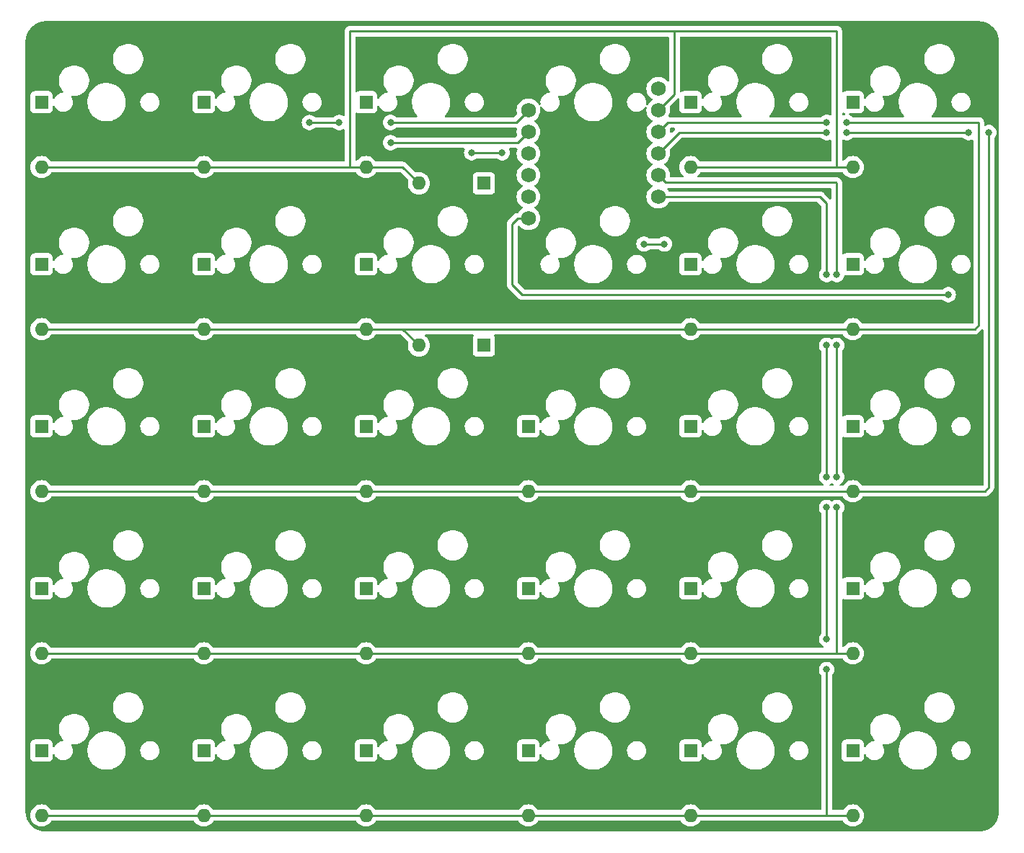
<source format=gbr>
G04 #@! TF.GenerationSoftware,KiCad,Pcbnew,7.0.10*
G04 #@! TF.CreationDate,2024-01-27T14:07:50+01:00*
G04 #@! TF.ProjectId,board-pcb,626f6172-642d-4706-9362-2e6b69636164,rev?*
G04 #@! TF.SameCoordinates,Original*
G04 #@! TF.FileFunction,Copper,L1,Top*
G04 #@! TF.FilePolarity,Positive*
%FSLAX46Y46*%
G04 Gerber Fmt 4.6, Leading zero omitted, Abs format (unit mm)*
G04 Created by KiCad (PCBNEW 7.0.10) date 2024-01-27 14:07:50*
%MOMM*%
%LPD*%
G01*
G04 APERTURE LIST*
G04 #@! TA.AperFunction,ComponentPad*
%ADD10C,1.752600*%
G04 #@! TD*
G04 #@! TA.AperFunction,ComponentPad*
%ADD11R,1.600000X1.600000*%
G04 #@! TD*
G04 #@! TA.AperFunction,ComponentPad*
%ADD12O,1.600000X1.600000*%
G04 #@! TD*
G04 #@! TA.AperFunction,ViaPad*
%ADD13C,0.800000*%
G04 #@! TD*
G04 #@! TA.AperFunction,Conductor*
%ADD14C,0.250000*%
G04 #@! TD*
G04 APERTURE END LIST*
D10*
G04 #@! TO.P,U2,5,2/PD1*
G04 #@! TO.N,/COL0*
X94715000Y-41592500D03*
G04 #@! TO.P,U2,6,3/PD0*
G04 #@! TO.N,/COL1*
X94715000Y-44132500D03*
G04 #@! TO.P,U2,7,4/PD4*
G04 #@! TO.N,/COL2*
X94715000Y-46672500D03*
G04 #@! TO.P,U2,8,5/PC6*
G04 #@! TO.N,/COL3*
X94715000Y-49212500D03*
G04 #@! TO.P,U2,9,6/PD7*
G04 #@! TO.N,/COL4*
X94715000Y-51752500D03*
G04 #@! TO.P,U2,10,7/PE6*
G04 #@! TO.N,/COL5*
X94715000Y-54292500D03*
G04 #@! TO.P,U2,16,15/PB1*
G04 #@! TO.N,/ROW4*
X109955000Y-51752500D03*
G04 #@! TO.P,U2,17,A0/PF7*
G04 #@! TO.N,/ROW3*
X109955000Y-49212500D03*
G04 #@! TO.P,U2,18,A1/PF6*
G04 #@! TO.N,/ROW2*
X109955000Y-46672500D03*
G04 #@! TO.P,U2,19,A2/PF5*
G04 #@! TO.N,/ROW1*
X109955000Y-44132500D03*
G04 #@! TO.P,U2,20,A3/PF4*
G04 #@! TO.N,/ROW0*
X109955000Y-41592500D03*
G04 #@! TO.P,U2,21,VCC*
G04 #@! TO.N,unconnected-(U2-VCC-Pad21)*
X109955000Y-39052500D03*
G04 #@! TD*
D11*
G04 #@! TO.P,D0\u002C0,1,K*
G04 #@! TO.N,Net-(D0\u002C0-K)*
X37541250Y-40640000D03*
D12*
G04 #@! TO.P,D0\u002C0,2,A*
G04 #@! TO.N,/ROW0*
X37541250Y-48260000D03*
G04 #@! TD*
D11*
G04 #@! TO.P,D2\u002C1,1,K*
G04 #@! TO.N,Net-(D2\u002C1-K)*
X75641250Y-59690000D03*
D12*
G04 #@! TO.P,D2\u002C1,2,A*
G04 #@! TO.N,/ROW1*
X75641250Y-67310000D03*
G04 #@! TD*
D11*
G04 #@! TO.P,D2\u002C2,1,K*
G04 #@! TO.N,Net-(D2\u002C2-K)*
X75641250Y-78740000D03*
D12*
G04 #@! TO.P,D2\u002C2,2,A*
G04 #@! TO.N,/ROW2*
X75641250Y-86360000D03*
G04 #@! TD*
D11*
G04 #@! TO.P,D4\u002C1,1,K*
G04 #@! TO.N,Net-(D4\u002C1-K)*
X113741250Y-59690000D03*
D12*
G04 #@! TO.P,D4\u002C1,2,A*
G04 #@! TO.N,/ROW1*
X113741250Y-67310000D03*
G04 #@! TD*
D11*
G04 #@! TO.P,D5\u002C4,1,K*
G04 #@! TO.N,Net-(D5\u002C4-K)*
X132791250Y-116840000D03*
D12*
G04 #@! TO.P,D5\u002C4,2,A*
G04 #@! TO.N,/ROW4*
X132791250Y-124460000D03*
G04 #@! TD*
D11*
G04 #@! TO.P,D3\u002C1,1,K*
G04 #@! TO.N,Net-(D3\u002C1-K)*
X89476250Y-69215000D03*
D12*
G04 #@! TO.P,D3\u002C1,2,A*
G04 #@! TO.N,/ROW1*
X81856250Y-69215000D03*
G04 #@! TD*
D11*
G04 #@! TO.P,D4\u002C0,1,K*
G04 #@! TO.N,Net-(D4\u002C0-K)*
X113741250Y-40640000D03*
D12*
G04 #@! TO.P,D4\u002C0,2,A*
G04 #@! TO.N,/ROW0*
X113741250Y-48260000D03*
G04 #@! TD*
D11*
G04 #@! TO.P,D5\u002C3,1,K*
G04 #@! TO.N,Net-(D5\u002C3-K)*
X132791250Y-97790000D03*
D12*
G04 #@! TO.P,D5\u002C3,2,A*
G04 #@! TO.N,/ROW3*
X132791250Y-105410000D03*
G04 #@! TD*
D11*
G04 #@! TO.P,D0\u002C3,1,K*
G04 #@! TO.N,Net-(D0\u002C3-K)*
X37541250Y-97790000D03*
D12*
G04 #@! TO.P,D0\u002C3,2,A*
G04 #@! TO.N,/ROW3*
X37541250Y-105410000D03*
G04 #@! TD*
D11*
G04 #@! TO.P,D5\u002C2,1,K*
G04 #@! TO.N,Net-(D5\u002C2-K)*
X132791250Y-78740000D03*
D12*
G04 #@! TO.P,D5\u002C2,2,A*
G04 #@! TO.N,/ROW2*
X132791250Y-86360000D03*
G04 #@! TD*
D11*
G04 #@! TO.P,D5\u002C0,1,K*
G04 #@! TO.N,Net-(D5\u002C0-K)*
X132791250Y-40640000D03*
D12*
G04 #@! TO.P,D5\u002C0,2,A*
G04 #@! TO.N,/ROW0*
X132791250Y-48260000D03*
G04 #@! TD*
D11*
G04 #@! TO.P,D4\u002C4,1,K*
G04 #@! TO.N,Net-(D4\u002C4-K)*
X113741250Y-116840000D03*
D12*
G04 #@! TO.P,D4\u002C4,2,A*
G04 #@! TO.N,/ROW4*
X113741250Y-124460000D03*
G04 #@! TD*
D11*
G04 #@! TO.P,D2\u002C4,1,K*
G04 #@! TO.N,Net-(D2\u002C4-K)*
X75641250Y-116840000D03*
D12*
G04 #@! TO.P,D2\u002C4,2,A*
G04 #@! TO.N,/ROW4*
X75641250Y-124460000D03*
G04 #@! TD*
D11*
G04 #@! TO.P,D1\u002C4,1,K*
G04 #@! TO.N,Net-(D1\u002C4-K)*
X56591250Y-116840000D03*
D12*
G04 #@! TO.P,D1\u002C4,2,A*
G04 #@! TO.N,/ROW4*
X56591250Y-124460000D03*
G04 #@! TD*
D11*
G04 #@! TO.P,D1\u002C2,1,K*
G04 #@! TO.N,Net-(D1\u002C2-K)*
X56591250Y-78740000D03*
D12*
G04 #@! TO.P,D1\u002C2,2,A*
G04 #@! TO.N,/ROW2*
X56591250Y-86360000D03*
G04 #@! TD*
D11*
G04 #@! TO.P,D3\u002C4,1,K*
G04 #@! TO.N,Net-(D3\u002C4-K)*
X94691250Y-116840000D03*
D12*
G04 #@! TO.P,D3\u002C4,2,A*
G04 #@! TO.N,/ROW4*
X94691250Y-124460000D03*
G04 #@! TD*
D11*
G04 #@! TO.P,D3\u002C2,1,K*
G04 #@! TO.N,Net-(D3\u002C2-K)*
X94691250Y-78740000D03*
D12*
G04 #@! TO.P,D3\u002C2,2,A*
G04 #@! TO.N,/ROW2*
X94691250Y-86360000D03*
G04 #@! TD*
D11*
G04 #@! TO.P,D4\u002C3,1,K*
G04 #@! TO.N,Net-(D4\u002C3-K)*
X113741250Y-97790000D03*
D12*
G04 #@! TO.P,D4\u002C3,2,A*
G04 #@! TO.N,/ROW3*
X113741250Y-105410000D03*
G04 #@! TD*
D11*
G04 #@! TO.P,D2\u002C0,1,K*
G04 #@! TO.N,Net-(D2\u002C0-K)*
X75641250Y-40640000D03*
D12*
G04 #@! TO.P,D2\u002C0,2,A*
G04 #@! TO.N,/ROW0*
X75641250Y-48260000D03*
G04 #@! TD*
D11*
G04 #@! TO.P,D3\u002C3,1,K*
G04 #@! TO.N,Net-(D3\u002C3-K)*
X94691250Y-97790000D03*
D12*
G04 #@! TO.P,D3\u002C3,2,A*
G04 #@! TO.N,/ROW3*
X94691250Y-105410000D03*
G04 #@! TD*
D11*
G04 #@! TO.P,D2\u002C3,1,K*
G04 #@! TO.N,Net-(D2\u002C3-K)*
X75641250Y-97790000D03*
D12*
G04 #@! TO.P,D2\u002C3,2,A*
G04 #@! TO.N,/ROW3*
X75641250Y-105410000D03*
G04 #@! TD*
D11*
G04 #@! TO.P,D1\u002C0,1,K*
G04 #@! TO.N,Net-(D1\u002C0-K)*
X56591250Y-40640000D03*
D12*
G04 #@! TO.P,D1\u002C0,2,A*
G04 #@! TO.N,/ROW0*
X56591250Y-48260000D03*
G04 #@! TD*
D11*
G04 #@! TO.P,D1\u002C1,1,K*
G04 #@! TO.N,Net-(D1\u002C1-K)*
X56591250Y-59690000D03*
D12*
G04 #@! TO.P,D1\u002C1,2,A*
G04 #@! TO.N,/ROW1*
X56591250Y-67310000D03*
G04 #@! TD*
D11*
G04 #@! TO.P,D0\u002C4,1,K*
G04 #@! TO.N,Net-(D0\u002C4-K)*
X37541250Y-116840000D03*
D12*
G04 #@! TO.P,D0\u002C4,2,A*
G04 #@! TO.N,/ROW4*
X37541250Y-124460000D03*
G04 #@! TD*
D11*
G04 #@! TO.P,D1\u002C3,1,K*
G04 #@! TO.N,Net-(D1\u002C3-K)*
X56591250Y-97790000D03*
D12*
G04 #@! TO.P,D1\u002C3,2,A*
G04 #@! TO.N,/ROW3*
X56591250Y-105410000D03*
G04 #@! TD*
D11*
G04 #@! TO.P,D0\u002C2,1,K*
G04 #@! TO.N,Net-(D0\u002C2-K)*
X37541250Y-78740000D03*
D12*
G04 #@! TO.P,D0\u002C2,2,A*
G04 #@! TO.N,/ROW2*
X37541250Y-86360000D03*
G04 #@! TD*
D11*
G04 #@! TO.P,D0\u002C1,1,K*
G04 #@! TO.N,Net-(D0\u002C1-K)*
X37541250Y-59690000D03*
D12*
G04 #@! TO.P,D0\u002C1,2,A*
G04 #@! TO.N,/ROW1*
X37541250Y-67310000D03*
G04 #@! TD*
D11*
G04 #@! TO.P,D4\u002C2,1,K*
G04 #@! TO.N,Net-(D4\u002C2-K)*
X113741250Y-78740000D03*
D12*
G04 #@! TO.P,D4\u002C2,2,A*
G04 #@! TO.N,/ROW2*
X113741250Y-86360000D03*
G04 #@! TD*
D11*
G04 #@! TO.P,D5\u002C1,1,K*
G04 #@! TO.N,Net-(D5\u002C1-K)*
X132791250Y-59690000D03*
D12*
G04 #@! TO.P,D5\u002C1,2,A*
G04 #@! TO.N,/ROW1*
X132791250Y-67310000D03*
G04 #@! TD*
D11*
G04 #@! TO.P,D3\u002C0,1,K*
G04 #@! TO.N,Net-(D3\u002C0-K)*
X89476250Y-50165000D03*
D12*
G04 #@! TO.P,D3\u002C0,2,A*
G04 #@! TO.N,/ROW0*
X81856250Y-50165000D03*
G04 #@! TD*
D13*
G04 #@! TO.N,/ROW4*
X129719375Y-88265000D03*
X129719375Y-103743125D03*
X129719375Y-107315000D03*
X129719375Y-60880625D03*
X129719375Y-69215000D03*
X129719375Y-84693125D03*
G04 #@! TO.N,/COL5*
X144006875Y-63261875D03*
G04 #@! TO.N,/COL0*
X78522500Y-43021250D03*
X72498385Y-43033214D03*
X68997500Y-43033214D03*
G04 #@! TO.N,/COL1*
X78522500Y-45402500D03*
G04 #@! TO.N,/COL2*
X88047500Y-46593125D03*
X91619375Y-46593125D03*
G04 #@! TO.N,/COL4*
X110669375Y-57308750D03*
X108288125Y-57308750D03*
G04 #@! TO.N,/ROW3*
X130910000Y-88265000D03*
X130910000Y-69215000D03*
X130910000Y-60880625D03*
X130910000Y-84693125D03*
G04 #@! TO.N,/ROW2*
X146388125Y-44211875D03*
X148769375Y-44211875D03*
X129719375Y-44211875D03*
X132100625Y-44211875D03*
G04 #@! TO.N,/ROW1*
X132100625Y-43021250D03*
X129719375Y-43021250D03*
G04 #@! TD*
D14*
G04 #@! TO.N,/ROW4*
X95191250Y-124460000D02*
X114241250Y-124460000D01*
X57091250Y-124460000D02*
X76141250Y-124460000D01*
X76141250Y-124460000D02*
X95191250Y-124460000D01*
X128925625Y-51752500D02*
X109955000Y-51752500D01*
X129719375Y-124460000D02*
X133291250Y-124460000D01*
X129719375Y-107315000D02*
X129719375Y-124460000D01*
X129719375Y-60880625D02*
X129719375Y-52546250D01*
X129719375Y-88265000D02*
X129719375Y-103743125D01*
X129719375Y-52546250D02*
X128925625Y-51752500D01*
X114241250Y-124460000D02*
X129719375Y-124460000D01*
X38041250Y-124460000D02*
X57091250Y-124460000D01*
X129719375Y-69215000D02*
X129719375Y-84693125D01*
G04 #@! TO.N,/COL5*
X92810000Y-54927500D02*
X92810000Y-62071250D01*
X93445000Y-54292500D02*
X92810000Y-54927500D01*
X94715000Y-54292500D02*
X93445000Y-54292500D01*
X94000625Y-63261875D02*
X144006875Y-63261875D01*
X92810000Y-62071250D02*
X94000625Y-63261875D01*
G04 #@! TO.N,/COL0*
X94715000Y-41592500D02*
X93286250Y-43021250D01*
X68997500Y-43033214D02*
X72498385Y-43033214D01*
X93286250Y-43021250D02*
X78522500Y-43021250D01*
G04 #@! TO.N,/COL1*
X94715000Y-44132500D02*
X93445000Y-45402500D01*
X93445000Y-45402500D02*
X78522500Y-45402500D01*
G04 #@! TO.N,/COL2*
X91619375Y-46593125D02*
X88047500Y-46593125D01*
G04 #@! TO.N,/COL4*
X108288125Y-57308750D02*
X110669375Y-57308750D01*
G04 #@! TO.N,/ROW3*
X76141250Y-105410000D02*
X95191250Y-105410000D01*
X57091250Y-105410000D02*
X76141250Y-105410000D01*
X130910000Y-105410000D02*
X133291250Y-105410000D01*
X130910000Y-69215000D02*
X130910000Y-84693125D01*
X95191250Y-105410000D02*
X114241250Y-105410000D01*
X110831300Y-50088800D02*
X109955000Y-49212500D01*
X130910000Y-50165000D02*
X130833800Y-50088800D01*
X130833800Y-50088800D02*
X110831300Y-50088800D01*
X114241250Y-105410000D02*
X130910000Y-105410000D01*
X130910000Y-88265000D02*
X130910000Y-105410000D01*
X38041250Y-105410000D02*
X57091250Y-105410000D01*
X130910000Y-60880625D02*
X130910000Y-50165000D01*
G04 #@! TO.N,/ROW2*
X132100625Y-44211875D02*
X146388125Y-44211875D01*
X95191250Y-86360000D02*
X114241250Y-86360000D01*
X114241250Y-86360000D02*
X133291250Y-86360000D01*
X109955000Y-46672500D02*
X112415625Y-44211875D01*
X76141250Y-86360000D02*
X95191250Y-86360000D01*
X38041250Y-86360000D02*
X57091250Y-86360000D01*
X112415625Y-44211875D02*
X129719375Y-44211875D01*
X148769375Y-85883750D02*
X148293125Y-86360000D01*
X148293125Y-86360000D02*
X133291250Y-86360000D01*
X148769375Y-44211875D02*
X148769375Y-85883750D01*
X76141250Y-86360000D02*
X57091250Y-86360000D01*
G04 #@! TO.N,/ROW1*
X147102500Y-67310000D02*
X133291250Y-67310000D01*
X132100625Y-43021250D02*
X147578750Y-43021250D01*
X79713125Y-67310000D02*
X114241250Y-67310000D01*
X57091250Y-67310000D02*
X76141250Y-67310000D01*
X76141250Y-67310000D02*
X79713125Y-67310000D01*
X79713125Y-67310000D02*
X79951250Y-67310000D01*
X79951250Y-67310000D02*
X81856250Y-69215000D01*
X111066250Y-43021250D02*
X129719375Y-43021250D01*
X147578750Y-66833750D02*
X147102500Y-67310000D01*
X147578750Y-43021250D02*
X147578750Y-66833750D01*
X109955000Y-44132500D02*
X111066250Y-43021250D01*
X37541250Y-67310000D02*
X56591250Y-67310000D01*
X114241250Y-67310000D02*
X133291250Y-67310000D01*
G04 #@! TO.N,/ROW0*
X111860000Y-32305625D02*
X130910000Y-32305625D01*
X38041250Y-48260000D02*
X57091250Y-48260000D01*
X76141250Y-48260000D02*
X79951250Y-48260000D01*
X73760000Y-32305625D02*
X111860000Y-32305625D01*
X130910000Y-32305625D02*
X130910000Y-48260000D01*
X79951250Y-48260000D02*
X81856250Y-50165000D01*
X130910000Y-48260000D02*
X133291250Y-48260000D01*
X114241250Y-48260000D02*
X130910000Y-48260000D01*
X73760000Y-48260000D02*
X73760000Y-32305625D01*
X76141250Y-48260000D02*
X73760000Y-48260000D01*
X73760000Y-48260000D02*
X57091250Y-48260000D01*
X109955000Y-41592500D02*
X111860000Y-39687500D01*
X111860000Y-39687500D02*
X111860000Y-32305625D01*
G04 #@! TD*
G04 #@! TA.AperFunction,NonConductor*
G36*
X147582484Y-31115726D02*
G01*
X147586179Y-31115949D01*
X147677712Y-31121488D01*
X147866648Y-31133875D01*
X147880830Y-31135634D01*
X148007313Y-31158815D01*
X148009017Y-31159140D01*
X148161565Y-31189486D01*
X148174229Y-31192709D01*
X148303229Y-31232909D01*
X148306040Y-31233824D01*
X148447147Y-31281725D01*
X148458157Y-31286061D01*
X148583675Y-31342553D01*
X148587551Y-31344379D01*
X148718868Y-31409139D01*
X148728155Y-31414225D01*
X148794393Y-31454268D01*
X148846991Y-31486065D01*
X148851732Y-31489080D01*
X148972411Y-31569717D01*
X148979991Y-31575207D01*
X149081156Y-31654463D01*
X149089781Y-31661221D01*
X149089793Y-31661230D01*
X149095060Y-31665596D01*
X149194886Y-31753142D01*
X149203809Y-31760967D01*
X149209731Y-31766514D01*
X149308484Y-31865267D01*
X149314024Y-31871181D01*
X149409396Y-31979932D01*
X149413768Y-31985205D01*
X149499791Y-32095007D01*
X149505281Y-32102587D01*
X149585918Y-32223266D01*
X149588933Y-32228007D01*
X149660768Y-32346834D01*
X149665864Y-32356140D01*
X149730601Y-32487410D01*
X149732464Y-32491363D01*
X149788933Y-32616830D01*
X149793277Y-32627862D01*
X149841149Y-32768881D01*
X149842115Y-32771849D01*
X149882284Y-32900750D01*
X149885516Y-32913450D01*
X149915850Y-33065942D01*
X149916201Y-33067779D01*
X149939360Y-33194136D01*
X149941126Y-33208379D01*
X149953483Y-33396862D01*
X149953523Y-33397484D01*
X149959274Y-33492515D01*
X149959500Y-33500005D01*
X149959500Y-123979994D01*
X149959274Y-123987484D01*
X149953523Y-124082514D01*
X149953483Y-124083136D01*
X149941126Y-124271619D01*
X149939360Y-124285862D01*
X149916201Y-124412219D01*
X149915850Y-124414056D01*
X149885516Y-124566548D01*
X149882284Y-124579248D01*
X149842115Y-124708149D01*
X149841149Y-124711117D01*
X149793277Y-124852136D01*
X149788933Y-124863168D01*
X149732464Y-124988635D01*
X149730601Y-124992588D01*
X149665864Y-125123858D01*
X149660768Y-125133164D01*
X149588933Y-125251991D01*
X149585918Y-125256732D01*
X149505281Y-125377411D01*
X149499791Y-125384991D01*
X149413768Y-125494793D01*
X149409385Y-125500080D01*
X149314031Y-125608809D01*
X149308484Y-125614731D01*
X149209731Y-125713484D01*
X149203809Y-125719031D01*
X149095080Y-125814385D01*
X149089793Y-125818768D01*
X148979991Y-125904791D01*
X148972411Y-125910281D01*
X148851732Y-125990918D01*
X148846991Y-125993933D01*
X148728164Y-126065768D01*
X148718858Y-126070864D01*
X148587588Y-126135601D01*
X148583635Y-126137464D01*
X148458168Y-126193933D01*
X148447136Y-126198277D01*
X148306117Y-126246149D01*
X148303149Y-126247115D01*
X148174248Y-126287284D01*
X148161548Y-126290516D01*
X148009056Y-126320850D01*
X148007219Y-126321201D01*
X147880862Y-126344360D01*
X147866619Y-126346126D01*
X147678136Y-126358483D01*
X147677515Y-126358523D01*
X147588966Y-126363881D01*
X147582483Y-126364274D01*
X147574995Y-126364500D01*
X38045005Y-126364500D01*
X38037515Y-126364274D01*
X37942484Y-126358523D01*
X37941862Y-126358483D01*
X37753379Y-126346126D01*
X37739139Y-126344360D01*
X37714589Y-126339861D01*
X37612779Y-126321201D01*
X37610942Y-126320850D01*
X37458450Y-126290516D01*
X37445750Y-126287284D01*
X37316849Y-126247115D01*
X37313881Y-126246149D01*
X37172862Y-126198277D01*
X37161830Y-126193933D01*
X37036363Y-126137464D01*
X37032410Y-126135601D01*
X36901140Y-126070864D01*
X36891834Y-126065768D01*
X36773007Y-125993933D01*
X36768266Y-125990918D01*
X36647587Y-125910281D01*
X36640007Y-125904791D01*
X36530205Y-125818768D01*
X36524932Y-125814396D01*
X36416189Y-125719031D01*
X36410267Y-125713484D01*
X36311514Y-125614731D01*
X36305967Y-125608809D01*
X36289969Y-125590567D01*
X36210596Y-125500060D01*
X36206230Y-125494793D01*
X36120207Y-125384991D01*
X36114717Y-125377411D01*
X36034080Y-125256732D01*
X36031065Y-125251991D01*
X36010613Y-125218160D01*
X35959225Y-125133155D01*
X35954139Y-125123868D01*
X35889379Y-124992551D01*
X35887553Y-124988675D01*
X35831061Y-124863157D01*
X35826725Y-124852147D01*
X35778824Y-124711040D01*
X35777909Y-124708229D01*
X35737709Y-124579229D01*
X35734486Y-124566565D01*
X35713287Y-124460001D01*
X36235782Y-124460001D01*
X36255614Y-124686686D01*
X36255616Y-124686697D01*
X36314508Y-124906488D01*
X36314511Y-124906497D01*
X36410681Y-125112732D01*
X36410682Y-125112734D01*
X36541204Y-125299141D01*
X36702108Y-125460045D01*
X36702111Y-125460047D01*
X36888516Y-125590568D01*
X37094754Y-125686739D01*
X37314558Y-125745635D01*
X37476480Y-125759801D01*
X37541248Y-125765468D01*
X37541250Y-125765468D01*
X37541252Y-125765468D01*
X37597923Y-125760509D01*
X37767942Y-125745635D01*
X37987746Y-125686739D01*
X38193984Y-125590568D01*
X38380389Y-125460047D01*
X38541297Y-125299139D01*
X38653863Y-125138377D01*
X38708439Y-125094752D01*
X38755438Y-125085500D01*
X55377062Y-125085500D01*
X55444101Y-125105185D01*
X55478637Y-125138377D01*
X55591204Y-125299141D01*
X55752108Y-125460045D01*
X55752111Y-125460047D01*
X55938516Y-125590568D01*
X56144754Y-125686739D01*
X56364558Y-125745635D01*
X56526480Y-125759801D01*
X56591248Y-125765468D01*
X56591250Y-125765468D01*
X56591252Y-125765468D01*
X56647923Y-125760509D01*
X56817942Y-125745635D01*
X57037746Y-125686739D01*
X57243984Y-125590568D01*
X57430389Y-125460047D01*
X57591297Y-125299139D01*
X57703863Y-125138377D01*
X57758439Y-125094752D01*
X57805438Y-125085500D01*
X74427062Y-125085500D01*
X74494101Y-125105185D01*
X74528637Y-125138377D01*
X74641204Y-125299141D01*
X74802108Y-125460045D01*
X74802111Y-125460047D01*
X74988516Y-125590568D01*
X75194754Y-125686739D01*
X75414558Y-125745635D01*
X75576480Y-125759801D01*
X75641248Y-125765468D01*
X75641250Y-125765468D01*
X75641252Y-125765468D01*
X75697923Y-125760509D01*
X75867942Y-125745635D01*
X76087746Y-125686739D01*
X76293984Y-125590568D01*
X76480389Y-125460047D01*
X76641297Y-125299139D01*
X76753863Y-125138377D01*
X76808439Y-125094752D01*
X76855438Y-125085500D01*
X93477062Y-125085500D01*
X93544101Y-125105185D01*
X93578637Y-125138377D01*
X93691204Y-125299141D01*
X93852108Y-125460045D01*
X93852111Y-125460047D01*
X94038516Y-125590568D01*
X94244754Y-125686739D01*
X94464558Y-125745635D01*
X94626480Y-125759801D01*
X94691248Y-125765468D01*
X94691250Y-125765468D01*
X94691252Y-125765468D01*
X94747923Y-125760509D01*
X94917942Y-125745635D01*
X95137746Y-125686739D01*
X95343984Y-125590568D01*
X95530389Y-125460047D01*
X95691297Y-125299139D01*
X95803863Y-125138377D01*
X95858439Y-125094752D01*
X95905438Y-125085500D01*
X112527062Y-125085500D01*
X112594101Y-125105185D01*
X112628637Y-125138377D01*
X112741204Y-125299141D01*
X112902108Y-125460045D01*
X112902111Y-125460047D01*
X113088516Y-125590568D01*
X113294754Y-125686739D01*
X113514558Y-125745635D01*
X113676480Y-125759801D01*
X113741248Y-125765468D01*
X113741250Y-125765468D01*
X113741252Y-125765468D01*
X113797923Y-125760509D01*
X113967942Y-125745635D01*
X114187746Y-125686739D01*
X114393984Y-125590568D01*
X114580389Y-125460047D01*
X114741297Y-125299139D01*
X114853863Y-125138377D01*
X114908439Y-125094752D01*
X114955438Y-125085500D01*
X129640356Y-125085500D01*
X129648528Y-125085500D01*
X129671760Y-125087696D01*
X129673364Y-125088001D01*
X129679787Y-125089227D01*
X129679788Y-125089226D01*
X129679789Y-125089227D01*
X129735134Y-125085745D01*
X129742920Y-125085500D01*
X131577062Y-125085500D01*
X131644101Y-125105185D01*
X131678637Y-125138377D01*
X131791204Y-125299141D01*
X131952108Y-125460045D01*
X131952111Y-125460047D01*
X132138516Y-125590568D01*
X132344754Y-125686739D01*
X132564558Y-125745635D01*
X132726480Y-125759801D01*
X132791248Y-125765468D01*
X132791250Y-125765468D01*
X132791252Y-125765468D01*
X132847923Y-125760509D01*
X133017942Y-125745635D01*
X133237746Y-125686739D01*
X133443984Y-125590568D01*
X133630389Y-125460047D01*
X133791297Y-125299139D01*
X133921818Y-125112734D01*
X134017989Y-124906496D01*
X134076885Y-124686692D01*
X134096718Y-124460000D01*
X134076885Y-124233308D01*
X134017989Y-124013504D01*
X133921818Y-123807266D01*
X133791297Y-123620861D01*
X133791295Y-123620858D01*
X133630391Y-123459954D01*
X133443984Y-123329432D01*
X133443982Y-123329431D01*
X133237747Y-123233261D01*
X133237738Y-123233258D01*
X133017947Y-123174366D01*
X133017943Y-123174365D01*
X133017942Y-123174365D01*
X133017941Y-123174364D01*
X133017936Y-123174364D01*
X132791252Y-123154532D01*
X132791248Y-123154532D01*
X132564563Y-123174364D01*
X132564552Y-123174366D01*
X132344761Y-123233258D01*
X132344752Y-123233261D01*
X132138517Y-123329431D01*
X132138515Y-123329432D01*
X131952108Y-123459954D01*
X131791204Y-123620858D01*
X131678637Y-123781623D01*
X131624061Y-123825248D01*
X131577062Y-123834500D01*
X130468875Y-123834500D01*
X130401836Y-123814815D01*
X130356081Y-123762011D01*
X130344875Y-123710500D01*
X130344875Y-117687870D01*
X131490750Y-117687870D01*
X131490751Y-117687876D01*
X131497158Y-117747483D01*
X131547452Y-117882328D01*
X131547456Y-117882335D01*
X131633702Y-117997544D01*
X131633705Y-117997547D01*
X131748914Y-118083793D01*
X131748921Y-118083797D01*
X131883767Y-118134091D01*
X131883766Y-118134091D01*
X131890694Y-118134835D01*
X131943377Y-118140500D01*
X133639122Y-118140499D01*
X133698733Y-118134091D01*
X133833581Y-118083796D01*
X133948796Y-117997546D01*
X134035046Y-117882331D01*
X134085341Y-117747483D01*
X134091750Y-117687873D01*
X134091749Y-117353224D01*
X134111433Y-117286188D01*
X134164237Y-117240433D01*
X134233396Y-117230489D01*
X134296951Y-117259514D01*
X134328543Y-117301715D01*
X134332181Y-117309680D01*
X134375854Y-117405310D01*
X134500534Y-117580399D01*
X134500535Y-117580400D01*
X134500540Y-117580406D01*
X134656094Y-117728725D01*
X134656096Y-117728726D01*
X134656097Y-117728727D01*
X134836920Y-117844935D01*
X135036468Y-117924822D01*
X135141998Y-117945161D01*
X135247527Y-117965500D01*
X135247528Y-117965500D01*
X135408612Y-117965500D01*
X135408618Y-117965500D01*
X135568971Y-117950188D01*
X135775209Y-117889631D01*
X135966259Y-117791138D01*
X136135217Y-117658268D01*
X136275976Y-117495824D01*
X136383448Y-117309677D01*
X136453750Y-117106554D01*
X136481237Y-116915373D01*
X138180723Y-116915373D01*
X138210881Y-117215160D01*
X138210882Y-117215162D01*
X138280728Y-117508252D01*
X138280733Y-117508266D01*
X138389020Y-117789427D01*
X138389024Y-117789436D01*
X138533825Y-118053665D01*
X138533829Y-118053671D01*
X138712551Y-118296234D01*
X138712554Y-118296238D01*
X138712561Y-118296245D01*
X138922019Y-118512823D01*
X139158478Y-118699553D01*
X139158480Y-118699554D01*
X139158485Y-118699558D01*
X139417730Y-118853109D01*
X139695128Y-118970736D01*
X139985729Y-119050340D01*
X140284347Y-119090500D01*
X140284351Y-119090500D01*
X140510252Y-119090500D01*
X140674164Y-119079526D01*
X140735634Y-119075412D01*
X141030903Y-119015396D01*
X141315537Y-118916560D01*
X141584459Y-118780668D01*
X141832869Y-118610144D01*
X142056333Y-118408032D01*
X142250865Y-118177939D01*
X142412993Y-117923970D01*
X142539823Y-117650658D01*
X142629093Y-117362879D01*
X142679209Y-117065770D01*
X142688556Y-116786202D01*
X144385660Y-116786202D01*
X144395887Y-117000901D01*
X144446563Y-117209791D01*
X144446565Y-117209795D01*
X144488543Y-117301715D01*
X144535854Y-117405310D01*
X144660534Y-117580399D01*
X144660535Y-117580400D01*
X144660540Y-117580406D01*
X144816094Y-117728725D01*
X144816096Y-117728726D01*
X144816097Y-117728727D01*
X144996920Y-117844935D01*
X145196468Y-117924822D01*
X145301998Y-117945161D01*
X145407527Y-117965500D01*
X145407528Y-117965500D01*
X145568612Y-117965500D01*
X145568618Y-117965500D01*
X145728971Y-117950188D01*
X145935209Y-117889631D01*
X146126259Y-117791138D01*
X146295217Y-117658268D01*
X146435976Y-117495824D01*
X146543448Y-117309677D01*
X146613750Y-117106554D01*
X146644339Y-116893797D01*
X146634112Y-116679096D01*
X146583437Y-116470210D01*
X146494146Y-116274690D01*
X146369466Y-116099601D01*
X146369464Y-116099599D01*
X146369459Y-116099593D01*
X146213905Y-115951274D01*
X146033080Y-115835065D01*
X145833530Y-115755177D01*
X145622473Y-115714500D01*
X145622472Y-115714500D01*
X145461382Y-115714500D01*
X145301050Y-115729810D01*
X145301029Y-115729812D01*
X145301025Y-115729813D01*
X145094793Y-115790368D01*
X144903736Y-115888864D01*
X144734785Y-116021729D01*
X144734782Y-116021733D01*
X144594021Y-116184178D01*
X144486553Y-116370319D01*
X144416251Y-116573442D01*
X144416250Y-116573444D01*
X144385661Y-116786200D01*
X144385660Y-116786202D01*
X142688556Y-116786202D01*
X142689277Y-116764631D01*
X142659118Y-116464838D01*
X142589269Y-116171739D01*
X142480977Y-115890566D01*
X142336175Y-115626335D01*
X142297857Y-115574330D01*
X142251784Y-115511798D01*
X142157446Y-115383762D01*
X141947980Y-115167176D01*
X141824742Y-115069856D01*
X141711521Y-114980446D01*
X141711517Y-114980443D01*
X141711515Y-114980442D01*
X141452270Y-114826891D01*
X141174872Y-114709264D01*
X141174863Y-114709261D01*
X140884272Y-114629660D01*
X140809616Y-114619620D01*
X140585653Y-114589500D01*
X140359756Y-114589500D01*
X140359748Y-114589500D01*
X140134368Y-114604587D01*
X140134359Y-114604589D01*
X139839094Y-114664604D01*
X139554464Y-114763439D01*
X139554459Y-114763441D01*
X139285546Y-114899328D01*
X139037125Y-115069860D01*
X138813665Y-115271969D01*
X138619132Y-115502064D01*
X138457006Y-115756030D01*
X138457005Y-115756032D01*
X138343154Y-116001377D01*
X138330177Y-116029342D01*
X138330176Y-116029346D01*
X138240907Y-116317118D01*
X138215990Y-116464837D01*
X138190791Y-116614230D01*
X138185042Y-116786202D01*
X138180723Y-116915373D01*
X136481237Y-116915373D01*
X136484339Y-116893797D01*
X136474112Y-116679096D01*
X136423437Y-116470210D01*
X136334146Y-116274690D01*
X136334144Y-116274687D01*
X136334143Y-116274685D01*
X136324996Y-116261840D01*
X136302144Y-116195813D01*
X136318618Y-116127913D01*
X136369185Y-116079698D01*
X136435270Y-116066261D01*
X136462977Y-116068337D01*
X136558538Y-116075499D01*
X136558554Y-116075499D01*
X136558558Y-116075500D01*
X136558560Y-116075500D01*
X136691440Y-116075500D01*
X136691442Y-116075500D01*
X136691444Y-116075499D01*
X136691463Y-116075499D01*
X136890357Y-116060594D01*
X136890359Y-116060594D01*
X136890361Y-116060593D01*
X136890367Y-116060593D01*
X137149805Y-116001377D01*
X137397521Y-115904156D01*
X137627980Y-115771101D01*
X137836033Y-115605183D01*
X137844363Y-115596206D01*
X137922682Y-115511798D01*
X138017035Y-115410110D01*
X138166940Y-115190240D01*
X138282401Y-114950482D01*
X138360839Y-114696194D01*
X138365601Y-114664604D01*
X138400499Y-114433062D01*
X138400500Y-114433053D01*
X138400500Y-114166946D01*
X138400499Y-114166937D01*
X138360840Y-113903810D01*
X138360838Y-113903804D01*
X138282401Y-113649518D01*
X138166940Y-113409761D01*
X138017035Y-113189890D01*
X137942288Y-113109332D01*
X137836037Y-112994820D01*
X137796018Y-112962906D01*
X137627980Y-112828899D01*
X137397521Y-112695844D01*
X137397522Y-112695844D01*
X137149810Y-112598625D01*
X137149805Y-112598623D01*
X137149796Y-112598621D01*
X137149793Y-112598620D01*
X136890358Y-112539405D01*
X136691463Y-112524500D01*
X136691442Y-112524500D01*
X136558558Y-112524500D01*
X136558536Y-112524500D01*
X136359642Y-112539405D01*
X136359640Y-112539405D01*
X136100206Y-112598620D01*
X136100198Y-112598622D01*
X136100195Y-112598623D01*
X136100192Y-112598623D01*
X136100189Y-112598625D01*
X135852478Y-112695844D01*
X135622020Y-112828899D01*
X135413962Y-112994820D01*
X135232965Y-113189889D01*
X135083056Y-113409766D01*
X135083055Y-113409767D01*
X134967600Y-113649514D01*
X134889161Y-113903804D01*
X134889159Y-113903810D01*
X134849500Y-114166937D01*
X134849500Y-114433062D01*
X134889159Y-114696189D01*
X134889161Y-114696195D01*
X134967600Y-114950485D01*
X135083055Y-115190230D01*
X135083057Y-115190233D01*
X135083060Y-115190239D01*
X135232965Y-115410110D01*
X135318283Y-115502061D01*
X135327318Y-115511798D01*
X135358486Y-115574330D01*
X135350899Y-115643787D01*
X135306966Y-115698115D01*
X135248206Y-115719577D01*
X135141039Y-115729810D01*
X135141030Y-115729811D01*
X135141029Y-115729812D01*
X135141027Y-115729812D01*
X135141025Y-115729813D01*
X134934793Y-115790368D01*
X134743736Y-115888864D01*
X134574785Y-116021729D01*
X134574782Y-116021733D01*
X134434021Y-116184178D01*
X134323598Y-116375438D01*
X134321425Y-116374183D01*
X134282764Y-116418780D01*
X134215719Y-116438449D01*
X134148685Y-116418748D01*
X134102942Y-116365934D01*
X134091749Y-116314449D01*
X134091749Y-115992129D01*
X134091748Y-115992123D01*
X134091747Y-115992116D01*
X134085341Y-115932517D01*
X134069694Y-115890566D01*
X134035047Y-115797671D01*
X134035043Y-115797664D01*
X133948797Y-115682455D01*
X133948794Y-115682452D01*
X133833585Y-115596206D01*
X133833578Y-115596202D01*
X133698732Y-115545908D01*
X133698733Y-115545908D01*
X133639133Y-115539501D01*
X133639131Y-115539500D01*
X133639123Y-115539500D01*
X133639114Y-115539500D01*
X131943379Y-115539500D01*
X131943373Y-115539501D01*
X131883766Y-115545908D01*
X131748921Y-115596202D01*
X131748914Y-115596206D01*
X131633705Y-115682452D01*
X131633702Y-115682455D01*
X131547456Y-115797664D01*
X131547452Y-115797671D01*
X131497158Y-115932517D01*
X131495142Y-115951273D01*
X131490751Y-115992123D01*
X131490750Y-115992135D01*
X131490750Y-117687870D01*
X130344875Y-117687870D01*
X130344875Y-111893062D01*
X141199500Y-111893062D01*
X141239159Y-112156189D01*
X141239161Y-112156195D01*
X141317600Y-112410485D01*
X141433055Y-112650230D01*
X141433057Y-112650233D01*
X141433060Y-112650239D01*
X141582965Y-112870110D01*
X141651410Y-112943876D01*
X141763962Y-113065179D01*
X141763966Y-113065182D01*
X141763967Y-113065183D01*
X141972020Y-113231101D01*
X142202479Y-113364156D01*
X142450195Y-113461377D01*
X142709633Y-113520593D01*
X142709638Y-113520593D01*
X142709641Y-113520594D01*
X142908536Y-113535499D01*
X142908555Y-113535499D01*
X142908558Y-113535500D01*
X142908560Y-113535500D01*
X143041440Y-113535500D01*
X143041442Y-113535500D01*
X143041444Y-113535499D01*
X143041463Y-113535499D01*
X143240357Y-113520594D01*
X143240359Y-113520594D01*
X143240361Y-113520593D01*
X143240367Y-113520593D01*
X143499805Y-113461377D01*
X143747521Y-113364156D01*
X143977980Y-113231101D01*
X144186033Y-113065183D01*
X144367035Y-112870110D01*
X144516940Y-112650240D01*
X144632401Y-112410482D01*
X144710839Y-112156194D01*
X144750500Y-111893055D01*
X144750500Y-111626945D01*
X144710839Y-111363806D01*
X144632401Y-111109518D01*
X144516940Y-110869761D01*
X144367035Y-110649890D01*
X144292288Y-110569332D01*
X144186037Y-110454820D01*
X144146018Y-110422906D01*
X143977980Y-110288899D01*
X143747521Y-110155844D01*
X143747522Y-110155844D01*
X143499810Y-110058625D01*
X143499805Y-110058623D01*
X143499796Y-110058621D01*
X143499793Y-110058620D01*
X143240358Y-109999405D01*
X143041463Y-109984500D01*
X143041442Y-109984500D01*
X142908558Y-109984500D01*
X142908536Y-109984500D01*
X142709642Y-109999405D01*
X142709640Y-109999405D01*
X142450206Y-110058620D01*
X142450198Y-110058622D01*
X142450195Y-110058623D01*
X142450192Y-110058623D01*
X142450189Y-110058625D01*
X142202478Y-110155844D01*
X141972020Y-110288899D01*
X141763962Y-110454820D01*
X141582965Y-110649889D01*
X141433056Y-110869766D01*
X141433055Y-110869767D01*
X141317600Y-111109514D01*
X141239161Y-111363804D01*
X141239159Y-111363810D01*
X141199500Y-111626937D01*
X141199500Y-111893062D01*
X130344875Y-111893062D01*
X130344875Y-108013687D01*
X130364560Y-107946648D01*
X130376725Y-107930715D01*
X130395266Y-107910122D01*
X130451908Y-107847216D01*
X130546554Y-107683284D01*
X130605049Y-107503256D01*
X130624835Y-107315000D01*
X130605049Y-107126744D01*
X130546554Y-106946716D01*
X130451908Y-106782784D01*
X130325246Y-106642112D01*
X130325245Y-106642111D01*
X130172109Y-106530851D01*
X130172104Y-106530848D01*
X129999182Y-106453857D01*
X129999177Y-106453855D01*
X129853376Y-106422865D01*
X129814021Y-106414500D01*
X129624729Y-106414500D01*
X129592272Y-106421398D01*
X129439572Y-106453855D01*
X129439567Y-106453857D01*
X129266645Y-106530848D01*
X129266640Y-106530851D01*
X129113504Y-106642111D01*
X128986841Y-106782785D01*
X128892196Y-106946715D01*
X128892193Y-106946722D01*
X128833702Y-107126740D01*
X128833701Y-107126744D01*
X128813915Y-107315000D01*
X128833701Y-107503256D01*
X128833702Y-107503259D01*
X128892193Y-107683277D01*
X128892196Y-107683284D01*
X128986842Y-107847216D01*
X129030147Y-107895310D01*
X129062025Y-107930715D01*
X129092255Y-107993706D01*
X129093875Y-108013687D01*
X129093875Y-123710500D01*
X129074190Y-123777539D01*
X129021386Y-123823294D01*
X128969875Y-123834500D01*
X114955438Y-123834500D01*
X114888399Y-123814815D01*
X114853863Y-123781623D01*
X114741295Y-123620858D01*
X114580391Y-123459954D01*
X114393984Y-123329432D01*
X114393982Y-123329431D01*
X114187747Y-123233261D01*
X114187738Y-123233258D01*
X113967947Y-123174366D01*
X113967943Y-123174365D01*
X113967942Y-123174365D01*
X113967941Y-123174364D01*
X113967936Y-123174364D01*
X113741252Y-123154532D01*
X113741248Y-123154532D01*
X113514563Y-123174364D01*
X113514552Y-123174366D01*
X113294761Y-123233258D01*
X113294752Y-123233261D01*
X113088517Y-123329431D01*
X113088515Y-123329432D01*
X112902108Y-123459954D01*
X112741204Y-123620858D01*
X112628637Y-123781623D01*
X112574061Y-123825248D01*
X112527062Y-123834500D01*
X95905438Y-123834500D01*
X95838399Y-123814815D01*
X95803863Y-123781623D01*
X95691295Y-123620858D01*
X95530391Y-123459954D01*
X95343984Y-123329432D01*
X95343982Y-123329431D01*
X95137747Y-123233261D01*
X95137738Y-123233258D01*
X94917947Y-123174366D01*
X94917943Y-123174365D01*
X94917942Y-123174365D01*
X94917941Y-123174364D01*
X94917936Y-123174364D01*
X94691252Y-123154532D01*
X94691248Y-123154532D01*
X94464563Y-123174364D01*
X94464552Y-123174366D01*
X94244761Y-123233258D01*
X94244752Y-123233261D01*
X94038517Y-123329431D01*
X94038515Y-123329432D01*
X93852108Y-123459954D01*
X93691204Y-123620858D01*
X93578637Y-123781623D01*
X93524061Y-123825248D01*
X93477062Y-123834500D01*
X76855438Y-123834500D01*
X76788399Y-123814815D01*
X76753863Y-123781623D01*
X76641295Y-123620858D01*
X76480391Y-123459954D01*
X76293984Y-123329432D01*
X76293982Y-123329431D01*
X76087747Y-123233261D01*
X76087738Y-123233258D01*
X75867947Y-123174366D01*
X75867943Y-123174365D01*
X75867942Y-123174365D01*
X75867941Y-123174364D01*
X75867936Y-123174364D01*
X75641252Y-123154532D01*
X75641248Y-123154532D01*
X75414563Y-123174364D01*
X75414552Y-123174366D01*
X75194761Y-123233258D01*
X75194752Y-123233261D01*
X74988517Y-123329431D01*
X74988515Y-123329432D01*
X74802108Y-123459954D01*
X74641204Y-123620858D01*
X74528637Y-123781623D01*
X74474061Y-123825248D01*
X74427062Y-123834500D01*
X57805438Y-123834500D01*
X57738399Y-123814815D01*
X57703863Y-123781623D01*
X57591295Y-123620858D01*
X57430391Y-123459954D01*
X57243984Y-123329432D01*
X57243982Y-123329431D01*
X57037747Y-123233261D01*
X57037738Y-123233258D01*
X56817947Y-123174366D01*
X56817943Y-123174365D01*
X56817942Y-123174365D01*
X56817941Y-123174364D01*
X56817936Y-123174364D01*
X56591252Y-123154532D01*
X56591248Y-123154532D01*
X56364563Y-123174364D01*
X56364552Y-123174366D01*
X56144761Y-123233258D01*
X56144752Y-123233261D01*
X55938517Y-123329431D01*
X55938515Y-123329432D01*
X55752108Y-123459954D01*
X55591204Y-123620858D01*
X55478637Y-123781623D01*
X55424061Y-123825248D01*
X55377062Y-123834500D01*
X38755438Y-123834500D01*
X38688399Y-123814815D01*
X38653863Y-123781623D01*
X38541295Y-123620858D01*
X38380391Y-123459954D01*
X38193984Y-123329432D01*
X38193982Y-123329431D01*
X37987747Y-123233261D01*
X37987738Y-123233258D01*
X37767947Y-123174366D01*
X37767943Y-123174365D01*
X37767942Y-123174365D01*
X37767941Y-123174364D01*
X37767936Y-123174364D01*
X37541252Y-123154532D01*
X37541248Y-123154532D01*
X37314563Y-123174364D01*
X37314552Y-123174366D01*
X37094761Y-123233258D01*
X37094752Y-123233261D01*
X36888517Y-123329431D01*
X36888515Y-123329432D01*
X36702108Y-123459954D01*
X36541204Y-123620858D01*
X36410682Y-123807265D01*
X36410681Y-123807267D01*
X36314511Y-124013502D01*
X36314508Y-124013511D01*
X36255616Y-124233302D01*
X36255614Y-124233313D01*
X36235782Y-124459998D01*
X36235782Y-124460001D01*
X35713287Y-124460001D01*
X35704140Y-124414017D01*
X35703815Y-124412313D01*
X35680634Y-124285830D01*
X35678875Y-124271648D01*
X35666488Y-124082712D01*
X35660726Y-123987484D01*
X35660500Y-123979996D01*
X35660500Y-117687870D01*
X36240750Y-117687870D01*
X36240751Y-117687876D01*
X36247158Y-117747483D01*
X36297452Y-117882328D01*
X36297456Y-117882335D01*
X36383702Y-117997544D01*
X36383705Y-117997547D01*
X36498914Y-118083793D01*
X36498921Y-118083797D01*
X36633767Y-118134091D01*
X36633766Y-118134091D01*
X36640694Y-118134835D01*
X36693377Y-118140500D01*
X38389122Y-118140499D01*
X38448733Y-118134091D01*
X38583581Y-118083796D01*
X38698796Y-117997546D01*
X38785046Y-117882331D01*
X38835341Y-117747483D01*
X38841750Y-117687873D01*
X38841749Y-117353224D01*
X38861433Y-117286188D01*
X38914237Y-117240433D01*
X38983396Y-117230489D01*
X39046951Y-117259514D01*
X39078543Y-117301715D01*
X39082181Y-117309680D01*
X39125854Y-117405310D01*
X39250534Y-117580399D01*
X39250535Y-117580400D01*
X39250540Y-117580406D01*
X39406094Y-117728725D01*
X39406096Y-117728726D01*
X39406097Y-117728727D01*
X39586920Y-117844935D01*
X39786468Y-117924822D01*
X39891998Y-117945161D01*
X39997527Y-117965500D01*
X39997528Y-117965500D01*
X40158612Y-117965500D01*
X40158618Y-117965500D01*
X40318971Y-117950188D01*
X40525209Y-117889631D01*
X40716259Y-117791138D01*
X40885217Y-117658268D01*
X41025976Y-117495824D01*
X41133448Y-117309677D01*
X41203750Y-117106554D01*
X41231237Y-116915373D01*
X42930723Y-116915373D01*
X42960881Y-117215160D01*
X42960882Y-117215162D01*
X43030728Y-117508252D01*
X43030733Y-117508266D01*
X43139020Y-117789427D01*
X43139024Y-117789436D01*
X43283825Y-118053665D01*
X43283829Y-118053671D01*
X43462551Y-118296234D01*
X43462554Y-118296238D01*
X43462561Y-118296245D01*
X43672019Y-118512823D01*
X43908478Y-118699553D01*
X43908480Y-118699554D01*
X43908485Y-118699558D01*
X44167730Y-118853109D01*
X44445128Y-118970736D01*
X44735729Y-119050340D01*
X45034347Y-119090500D01*
X45034351Y-119090500D01*
X45260252Y-119090500D01*
X45424164Y-119079526D01*
X45485634Y-119075412D01*
X45780903Y-119015396D01*
X46065537Y-118916560D01*
X46334459Y-118780668D01*
X46582869Y-118610144D01*
X46806333Y-118408032D01*
X47000865Y-118177939D01*
X47162993Y-117923970D01*
X47289823Y-117650658D01*
X47379093Y-117362879D01*
X47429209Y-117065770D01*
X47438556Y-116786202D01*
X49135660Y-116786202D01*
X49145887Y-117000901D01*
X49196563Y-117209791D01*
X49196565Y-117209795D01*
X49238543Y-117301715D01*
X49285854Y-117405310D01*
X49410534Y-117580399D01*
X49410535Y-117580400D01*
X49410540Y-117580406D01*
X49566094Y-117728725D01*
X49566096Y-117728726D01*
X49566097Y-117728727D01*
X49746920Y-117844935D01*
X49946468Y-117924822D01*
X50051998Y-117945161D01*
X50157527Y-117965500D01*
X50157528Y-117965500D01*
X50318612Y-117965500D01*
X50318618Y-117965500D01*
X50478971Y-117950188D01*
X50685209Y-117889631D01*
X50876259Y-117791138D01*
X51007575Y-117687870D01*
X55290750Y-117687870D01*
X55290751Y-117687876D01*
X55297158Y-117747483D01*
X55347452Y-117882328D01*
X55347456Y-117882335D01*
X55433702Y-117997544D01*
X55433705Y-117997547D01*
X55548914Y-118083793D01*
X55548921Y-118083797D01*
X55683767Y-118134091D01*
X55683766Y-118134091D01*
X55690694Y-118134835D01*
X55743377Y-118140500D01*
X57439122Y-118140499D01*
X57498733Y-118134091D01*
X57633581Y-118083796D01*
X57748796Y-117997546D01*
X57835046Y-117882331D01*
X57885341Y-117747483D01*
X57891750Y-117687873D01*
X57891749Y-117353224D01*
X57911433Y-117286188D01*
X57964237Y-117240433D01*
X58033396Y-117230489D01*
X58096951Y-117259514D01*
X58128543Y-117301715D01*
X58132181Y-117309680D01*
X58175854Y-117405310D01*
X58300534Y-117580399D01*
X58300535Y-117580400D01*
X58300540Y-117580406D01*
X58456094Y-117728725D01*
X58456096Y-117728726D01*
X58456097Y-117728727D01*
X58636920Y-117844935D01*
X58836468Y-117924822D01*
X58941998Y-117945161D01*
X59047527Y-117965500D01*
X59047528Y-117965500D01*
X59208612Y-117965500D01*
X59208618Y-117965500D01*
X59368971Y-117950188D01*
X59575209Y-117889631D01*
X59766259Y-117791138D01*
X59935217Y-117658268D01*
X60075976Y-117495824D01*
X60183448Y-117309677D01*
X60253750Y-117106554D01*
X60281237Y-116915373D01*
X61980723Y-116915373D01*
X62010881Y-117215160D01*
X62010882Y-117215162D01*
X62080728Y-117508252D01*
X62080733Y-117508266D01*
X62189020Y-117789427D01*
X62189024Y-117789436D01*
X62333825Y-118053665D01*
X62333829Y-118053671D01*
X62512551Y-118296234D01*
X62512554Y-118296238D01*
X62512561Y-118296245D01*
X62722019Y-118512823D01*
X62958478Y-118699553D01*
X62958480Y-118699554D01*
X62958485Y-118699558D01*
X63217730Y-118853109D01*
X63495128Y-118970736D01*
X63785729Y-119050340D01*
X64084347Y-119090500D01*
X64084351Y-119090500D01*
X64310252Y-119090500D01*
X64474164Y-119079526D01*
X64535634Y-119075412D01*
X64830903Y-119015396D01*
X65115537Y-118916560D01*
X65384459Y-118780668D01*
X65632869Y-118610144D01*
X65856333Y-118408032D01*
X66050865Y-118177939D01*
X66212993Y-117923970D01*
X66339823Y-117650658D01*
X66429093Y-117362879D01*
X66479209Y-117065770D01*
X66488556Y-116786202D01*
X68185660Y-116786202D01*
X68195887Y-117000901D01*
X68246563Y-117209791D01*
X68246565Y-117209795D01*
X68288543Y-117301715D01*
X68335854Y-117405310D01*
X68460534Y-117580399D01*
X68460535Y-117580400D01*
X68460540Y-117580406D01*
X68616094Y-117728725D01*
X68616096Y-117728726D01*
X68616097Y-117728727D01*
X68796920Y-117844935D01*
X68996468Y-117924822D01*
X69101998Y-117945161D01*
X69207527Y-117965500D01*
X69207528Y-117965500D01*
X69368612Y-117965500D01*
X69368618Y-117965500D01*
X69528971Y-117950188D01*
X69735209Y-117889631D01*
X69926259Y-117791138D01*
X70057575Y-117687870D01*
X74340750Y-117687870D01*
X74340751Y-117687876D01*
X74347158Y-117747483D01*
X74397452Y-117882328D01*
X74397456Y-117882335D01*
X74483702Y-117997544D01*
X74483705Y-117997547D01*
X74598914Y-118083793D01*
X74598921Y-118083797D01*
X74733767Y-118134091D01*
X74733766Y-118134091D01*
X74740694Y-118134835D01*
X74793377Y-118140500D01*
X76489122Y-118140499D01*
X76548733Y-118134091D01*
X76683581Y-118083796D01*
X76798796Y-117997546D01*
X76885046Y-117882331D01*
X76935341Y-117747483D01*
X76941750Y-117687873D01*
X76941749Y-117353224D01*
X76961433Y-117286188D01*
X77014237Y-117240433D01*
X77083396Y-117230489D01*
X77146951Y-117259514D01*
X77178543Y-117301715D01*
X77182181Y-117309680D01*
X77225854Y-117405310D01*
X77350534Y-117580399D01*
X77350535Y-117580400D01*
X77350540Y-117580406D01*
X77506094Y-117728725D01*
X77506096Y-117728726D01*
X77506097Y-117728727D01*
X77686920Y-117844935D01*
X77886468Y-117924822D01*
X77991998Y-117945161D01*
X78097527Y-117965500D01*
X78097528Y-117965500D01*
X78258612Y-117965500D01*
X78258618Y-117965500D01*
X78418971Y-117950188D01*
X78625209Y-117889631D01*
X78816259Y-117791138D01*
X78985217Y-117658268D01*
X79125976Y-117495824D01*
X79233448Y-117309677D01*
X79303750Y-117106554D01*
X79331237Y-116915373D01*
X81030723Y-116915373D01*
X81060881Y-117215160D01*
X81060882Y-117215162D01*
X81130728Y-117508252D01*
X81130733Y-117508266D01*
X81239020Y-117789427D01*
X81239024Y-117789436D01*
X81383825Y-118053665D01*
X81383829Y-118053671D01*
X81562551Y-118296234D01*
X81562554Y-118296238D01*
X81562561Y-118296245D01*
X81772019Y-118512823D01*
X82008478Y-118699553D01*
X82008480Y-118699554D01*
X82008485Y-118699558D01*
X82267730Y-118853109D01*
X82545128Y-118970736D01*
X82835729Y-119050340D01*
X83134347Y-119090500D01*
X83134351Y-119090500D01*
X83360252Y-119090500D01*
X83524164Y-119079526D01*
X83585634Y-119075412D01*
X83880903Y-119015396D01*
X84165537Y-118916560D01*
X84434459Y-118780668D01*
X84682869Y-118610144D01*
X84906333Y-118408032D01*
X85100865Y-118177939D01*
X85262993Y-117923970D01*
X85389823Y-117650658D01*
X85479093Y-117362879D01*
X85529209Y-117065770D01*
X85538556Y-116786202D01*
X87235660Y-116786202D01*
X87245887Y-117000901D01*
X87296563Y-117209791D01*
X87296565Y-117209795D01*
X87338543Y-117301715D01*
X87385854Y-117405310D01*
X87510534Y-117580399D01*
X87510535Y-117580400D01*
X87510540Y-117580406D01*
X87666094Y-117728725D01*
X87666096Y-117728726D01*
X87666097Y-117728727D01*
X87846920Y-117844935D01*
X88046468Y-117924822D01*
X88151998Y-117945161D01*
X88257527Y-117965500D01*
X88257528Y-117965500D01*
X88418612Y-117965500D01*
X88418618Y-117965500D01*
X88578971Y-117950188D01*
X88785209Y-117889631D01*
X88976259Y-117791138D01*
X89107575Y-117687870D01*
X93390750Y-117687870D01*
X93390751Y-117687876D01*
X93397158Y-117747483D01*
X93447452Y-117882328D01*
X93447456Y-117882335D01*
X93533702Y-117997544D01*
X93533705Y-117997547D01*
X93648914Y-118083793D01*
X93648921Y-118083797D01*
X93783767Y-118134091D01*
X93783766Y-118134091D01*
X93790694Y-118134835D01*
X93843377Y-118140500D01*
X95539122Y-118140499D01*
X95598733Y-118134091D01*
X95733581Y-118083796D01*
X95848796Y-117997546D01*
X95935046Y-117882331D01*
X95985341Y-117747483D01*
X95991750Y-117687873D01*
X95991749Y-117353224D01*
X96011433Y-117286188D01*
X96064237Y-117240433D01*
X96133396Y-117230489D01*
X96196951Y-117259514D01*
X96228543Y-117301715D01*
X96232181Y-117309680D01*
X96275854Y-117405310D01*
X96400534Y-117580399D01*
X96400535Y-117580400D01*
X96400540Y-117580406D01*
X96556094Y-117728725D01*
X96556096Y-117728726D01*
X96556097Y-117728727D01*
X96736920Y-117844935D01*
X96936468Y-117924822D01*
X97041998Y-117945161D01*
X97147527Y-117965500D01*
X97147528Y-117965500D01*
X97308612Y-117965500D01*
X97308618Y-117965500D01*
X97468971Y-117950188D01*
X97675209Y-117889631D01*
X97866259Y-117791138D01*
X98035217Y-117658268D01*
X98175976Y-117495824D01*
X98283448Y-117309677D01*
X98353750Y-117106554D01*
X98381237Y-116915373D01*
X100080723Y-116915373D01*
X100110881Y-117215160D01*
X100110882Y-117215162D01*
X100180728Y-117508252D01*
X100180733Y-117508266D01*
X100289020Y-117789427D01*
X100289024Y-117789436D01*
X100433825Y-118053665D01*
X100433829Y-118053671D01*
X100612551Y-118296234D01*
X100612554Y-118296238D01*
X100612561Y-118296245D01*
X100822019Y-118512823D01*
X101058478Y-118699553D01*
X101058480Y-118699554D01*
X101058485Y-118699558D01*
X101317730Y-118853109D01*
X101595128Y-118970736D01*
X101885729Y-119050340D01*
X102184347Y-119090500D01*
X102184351Y-119090500D01*
X102410252Y-119090500D01*
X102574164Y-119079526D01*
X102635634Y-119075412D01*
X102930903Y-119015396D01*
X103215537Y-118916560D01*
X103484459Y-118780668D01*
X103732869Y-118610144D01*
X103956333Y-118408032D01*
X104150865Y-118177939D01*
X104312993Y-117923970D01*
X104439823Y-117650658D01*
X104529093Y-117362879D01*
X104579209Y-117065770D01*
X104588556Y-116786202D01*
X106285660Y-116786202D01*
X106295887Y-117000901D01*
X106346563Y-117209791D01*
X106346565Y-117209795D01*
X106388543Y-117301715D01*
X106435854Y-117405310D01*
X106560534Y-117580399D01*
X106560535Y-117580400D01*
X106560540Y-117580406D01*
X106716094Y-117728725D01*
X106716096Y-117728726D01*
X106716097Y-117728727D01*
X106896920Y-117844935D01*
X107096468Y-117924822D01*
X107201998Y-117945161D01*
X107307527Y-117965500D01*
X107307528Y-117965500D01*
X107468612Y-117965500D01*
X107468618Y-117965500D01*
X107628971Y-117950188D01*
X107835209Y-117889631D01*
X108026259Y-117791138D01*
X108157575Y-117687870D01*
X112440750Y-117687870D01*
X112440751Y-117687876D01*
X112447158Y-117747483D01*
X112497452Y-117882328D01*
X112497456Y-117882335D01*
X112583702Y-117997544D01*
X112583705Y-117997547D01*
X112698914Y-118083793D01*
X112698921Y-118083797D01*
X112833767Y-118134091D01*
X112833766Y-118134091D01*
X112840694Y-118134835D01*
X112893377Y-118140500D01*
X114589122Y-118140499D01*
X114648733Y-118134091D01*
X114783581Y-118083796D01*
X114898796Y-117997546D01*
X114985046Y-117882331D01*
X115035341Y-117747483D01*
X115041750Y-117687873D01*
X115041749Y-117353224D01*
X115061433Y-117286188D01*
X115114237Y-117240433D01*
X115183396Y-117230489D01*
X115246951Y-117259514D01*
X115278543Y-117301715D01*
X115282181Y-117309680D01*
X115325854Y-117405310D01*
X115450534Y-117580399D01*
X115450535Y-117580400D01*
X115450540Y-117580406D01*
X115606094Y-117728725D01*
X115606096Y-117728726D01*
X115606097Y-117728727D01*
X115786920Y-117844935D01*
X115986468Y-117924822D01*
X116091998Y-117945161D01*
X116197527Y-117965500D01*
X116197528Y-117965500D01*
X116358612Y-117965500D01*
X116358618Y-117965500D01*
X116518971Y-117950188D01*
X116725209Y-117889631D01*
X116916259Y-117791138D01*
X117085217Y-117658268D01*
X117225976Y-117495824D01*
X117333448Y-117309677D01*
X117403750Y-117106554D01*
X117431237Y-116915373D01*
X119130723Y-116915373D01*
X119160881Y-117215160D01*
X119160882Y-117215162D01*
X119230728Y-117508252D01*
X119230733Y-117508266D01*
X119339020Y-117789427D01*
X119339024Y-117789436D01*
X119483825Y-118053665D01*
X119483829Y-118053671D01*
X119662551Y-118296234D01*
X119662554Y-118296238D01*
X119662561Y-118296245D01*
X119872019Y-118512823D01*
X120108478Y-118699553D01*
X120108480Y-118699554D01*
X120108485Y-118699558D01*
X120367730Y-118853109D01*
X120645128Y-118970736D01*
X120935729Y-119050340D01*
X121234347Y-119090500D01*
X121234351Y-119090500D01*
X121460252Y-119090500D01*
X121624164Y-119079526D01*
X121685634Y-119075412D01*
X121980903Y-119015396D01*
X122265537Y-118916560D01*
X122534459Y-118780668D01*
X122782869Y-118610144D01*
X123006333Y-118408032D01*
X123200865Y-118177939D01*
X123362993Y-117923970D01*
X123489823Y-117650658D01*
X123579093Y-117362879D01*
X123629209Y-117065770D01*
X123638556Y-116786202D01*
X125335660Y-116786202D01*
X125345887Y-117000901D01*
X125396563Y-117209791D01*
X125396565Y-117209795D01*
X125438543Y-117301715D01*
X125485854Y-117405310D01*
X125610534Y-117580399D01*
X125610535Y-117580400D01*
X125610540Y-117580406D01*
X125766094Y-117728725D01*
X125766096Y-117728726D01*
X125766097Y-117728727D01*
X125946920Y-117844935D01*
X126146468Y-117924822D01*
X126251998Y-117945161D01*
X126357527Y-117965500D01*
X126357528Y-117965500D01*
X126518612Y-117965500D01*
X126518618Y-117965500D01*
X126678971Y-117950188D01*
X126885209Y-117889631D01*
X127076259Y-117791138D01*
X127245217Y-117658268D01*
X127385976Y-117495824D01*
X127493448Y-117309677D01*
X127563750Y-117106554D01*
X127594339Y-116893797D01*
X127584112Y-116679096D01*
X127533437Y-116470210D01*
X127444146Y-116274690D01*
X127319466Y-116099601D01*
X127319464Y-116099599D01*
X127319459Y-116099593D01*
X127163905Y-115951274D01*
X126983080Y-115835065D01*
X126783530Y-115755177D01*
X126572473Y-115714500D01*
X126572472Y-115714500D01*
X126411382Y-115714500D01*
X126251050Y-115729810D01*
X126251029Y-115729812D01*
X126251025Y-115729813D01*
X126044793Y-115790368D01*
X125853736Y-115888864D01*
X125684785Y-116021729D01*
X125684782Y-116021733D01*
X125544021Y-116184178D01*
X125436553Y-116370319D01*
X125366251Y-116573442D01*
X125366250Y-116573444D01*
X125335661Y-116786200D01*
X125335660Y-116786202D01*
X123638556Y-116786202D01*
X123639277Y-116764631D01*
X123609118Y-116464838D01*
X123539269Y-116171739D01*
X123430977Y-115890566D01*
X123286175Y-115626335D01*
X123247857Y-115574330D01*
X123201784Y-115511798D01*
X123107446Y-115383762D01*
X122897980Y-115167176D01*
X122774742Y-115069856D01*
X122661521Y-114980446D01*
X122661517Y-114980443D01*
X122661515Y-114980442D01*
X122402270Y-114826891D01*
X122124872Y-114709264D01*
X122124863Y-114709261D01*
X121834272Y-114629660D01*
X121759616Y-114619620D01*
X121535653Y-114589500D01*
X121309756Y-114589500D01*
X121309748Y-114589500D01*
X121084368Y-114604587D01*
X121084359Y-114604589D01*
X120789094Y-114664604D01*
X120504464Y-114763439D01*
X120504459Y-114763441D01*
X120235546Y-114899328D01*
X119987125Y-115069860D01*
X119763665Y-115271969D01*
X119569132Y-115502064D01*
X119407006Y-115756030D01*
X119407005Y-115756032D01*
X119293154Y-116001377D01*
X119280177Y-116029342D01*
X119280176Y-116029346D01*
X119190907Y-116317118D01*
X119165990Y-116464837D01*
X119140791Y-116614230D01*
X119135042Y-116786202D01*
X119130723Y-116915373D01*
X117431237Y-116915373D01*
X117434339Y-116893797D01*
X117424112Y-116679096D01*
X117373437Y-116470210D01*
X117284146Y-116274690D01*
X117284144Y-116274687D01*
X117284143Y-116274685D01*
X117274996Y-116261840D01*
X117252144Y-116195813D01*
X117268618Y-116127913D01*
X117319185Y-116079698D01*
X117385270Y-116066261D01*
X117412977Y-116068337D01*
X117508538Y-116075499D01*
X117508554Y-116075499D01*
X117508558Y-116075500D01*
X117508560Y-116075500D01*
X117641440Y-116075500D01*
X117641442Y-116075500D01*
X117641444Y-116075499D01*
X117641463Y-116075499D01*
X117840357Y-116060594D01*
X117840359Y-116060594D01*
X117840361Y-116060593D01*
X117840367Y-116060593D01*
X118099805Y-116001377D01*
X118347521Y-115904156D01*
X118577980Y-115771101D01*
X118786033Y-115605183D01*
X118794363Y-115596206D01*
X118872682Y-115511798D01*
X118967035Y-115410110D01*
X119116940Y-115190240D01*
X119232401Y-114950482D01*
X119310839Y-114696194D01*
X119315601Y-114664604D01*
X119350499Y-114433062D01*
X119350500Y-114433053D01*
X119350500Y-114166946D01*
X119350499Y-114166937D01*
X119310840Y-113903810D01*
X119310838Y-113903804D01*
X119232401Y-113649518D01*
X119116940Y-113409761D01*
X118967035Y-113189890D01*
X118892288Y-113109332D01*
X118786037Y-112994820D01*
X118746018Y-112962906D01*
X118577980Y-112828899D01*
X118347521Y-112695844D01*
X118347522Y-112695844D01*
X118099810Y-112598625D01*
X118099805Y-112598623D01*
X118099796Y-112598621D01*
X118099793Y-112598620D01*
X117840358Y-112539405D01*
X117641463Y-112524500D01*
X117641442Y-112524500D01*
X117508558Y-112524500D01*
X117508536Y-112524500D01*
X117309642Y-112539405D01*
X117309640Y-112539405D01*
X117050206Y-112598620D01*
X117050198Y-112598622D01*
X117050195Y-112598623D01*
X117050192Y-112598623D01*
X117050189Y-112598625D01*
X116802478Y-112695844D01*
X116572020Y-112828899D01*
X116363962Y-112994820D01*
X116182965Y-113189889D01*
X116033056Y-113409766D01*
X116033055Y-113409767D01*
X115917600Y-113649514D01*
X115839161Y-113903804D01*
X115839159Y-113903810D01*
X115799500Y-114166937D01*
X115799500Y-114433062D01*
X115839159Y-114696189D01*
X115839161Y-114696195D01*
X115917600Y-114950485D01*
X116033055Y-115190230D01*
X116033057Y-115190233D01*
X116033060Y-115190239D01*
X116182965Y-115410110D01*
X116268283Y-115502061D01*
X116277318Y-115511798D01*
X116308486Y-115574330D01*
X116300899Y-115643787D01*
X116256966Y-115698115D01*
X116198206Y-115719577D01*
X116091039Y-115729810D01*
X116091030Y-115729811D01*
X116091029Y-115729812D01*
X116091027Y-115729812D01*
X116091025Y-115729813D01*
X115884793Y-115790368D01*
X115693736Y-115888864D01*
X115524785Y-116021729D01*
X115524782Y-116021733D01*
X115384021Y-116184178D01*
X115273598Y-116375438D01*
X115271425Y-116374183D01*
X115232764Y-116418780D01*
X115165719Y-116438449D01*
X115098685Y-116418748D01*
X115052942Y-116365934D01*
X115041749Y-116314449D01*
X115041749Y-115992129D01*
X115041748Y-115992123D01*
X115041747Y-115992116D01*
X115035341Y-115932517D01*
X115019694Y-115890566D01*
X114985047Y-115797671D01*
X114985043Y-115797664D01*
X114898797Y-115682455D01*
X114898794Y-115682452D01*
X114783585Y-115596206D01*
X114783578Y-115596202D01*
X114648732Y-115545908D01*
X114648733Y-115545908D01*
X114589133Y-115539501D01*
X114589131Y-115539500D01*
X114589123Y-115539500D01*
X114589114Y-115539500D01*
X112893379Y-115539500D01*
X112893373Y-115539501D01*
X112833766Y-115545908D01*
X112698921Y-115596202D01*
X112698914Y-115596206D01*
X112583705Y-115682452D01*
X112583702Y-115682455D01*
X112497456Y-115797664D01*
X112497452Y-115797671D01*
X112447158Y-115932517D01*
X112445142Y-115951273D01*
X112440751Y-115992123D01*
X112440750Y-115992135D01*
X112440750Y-117687870D01*
X108157575Y-117687870D01*
X108195217Y-117658268D01*
X108335976Y-117495824D01*
X108443448Y-117309677D01*
X108513750Y-117106554D01*
X108544339Y-116893797D01*
X108534112Y-116679096D01*
X108483437Y-116470210D01*
X108394146Y-116274690D01*
X108269466Y-116099601D01*
X108269464Y-116099599D01*
X108269459Y-116099593D01*
X108113905Y-115951274D01*
X107933080Y-115835065D01*
X107733530Y-115755177D01*
X107522473Y-115714500D01*
X107522472Y-115714500D01*
X107361382Y-115714500D01*
X107201050Y-115729810D01*
X107201029Y-115729812D01*
X107201025Y-115729813D01*
X106994793Y-115790368D01*
X106803736Y-115888864D01*
X106634785Y-116021729D01*
X106634782Y-116021733D01*
X106494021Y-116184178D01*
X106386553Y-116370319D01*
X106316251Y-116573442D01*
X106316250Y-116573444D01*
X106285661Y-116786200D01*
X106285660Y-116786202D01*
X104588556Y-116786202D01*
X104589277Y-116764631D01*
X104559118Y-116464838D01*
X104489269Y-116171739D01*
X104380977Y-115890566D01*
X104236175Y-115626335D01*
X104197857Y-115574330D01*
X104151784Y-115511798D01*
X104057446Y-115383762D01*
X103847980Y-115167176D01*
X103724742Y-115069856D01*
X103611521Y-114980446D01*
X103611517Y-114980443D01*
X103611515Y-114980442D01*
X103352270Y-114826891D01*
X103074872Y-114709264D01*
X103074863Y-114709261D01*
X102784272Y-114629660D01*
X102709616Y-114619620D01*
X102485653Y-114589500D01*
X102259756Y-114589500D01*
X102259748Y-114589500D01*
X102034368Y-114604587D01*
X102034359Y-114604589D01*
X101739094Y-114664604D01*
X101454464Y-114763439D01*
X101454459Y-114763441D01*
X101185546Y-114899328D01*
X100937125Y-115069860D01*
X100713665Y-115271969D01*
X100519132Y-115502064D01*
X100357006Y-115756030D01*
X100357005Y-115756032D01*
X100243154Y-116001377D01*
X100230177Y-116029342D01*
X100230176Y-116029346D01*
X100140907Y-116317118D01*
X100115990Y-116464837D01*
X100090791Y-116614230D01*
X100085042Y-116786202D01*
X100080723Y-116915373D01*
X98381237Y-116915373D01*
X98384339Y-116893797D01*
X98374112Y-116679096D01*
X98323437Y-116470210D01*
X98234146Y-116274690D01*
X98234144Y-116274687D01*
X98234143Y-116274685D01*
X98224996Y-116261840D01*
X98202144Y-116195813D01*
X98218618Y-116127913D01*
X98269185Y-116079698D01*
X98335270Y-116066261D01*
X98362977Y-116068337D01*
X98458538Y-116075499D01*
X98458554Y-116075499D01*
X98458558Y-116075500D01*
X98458560Y-116075500D01*
X98591440Y-116075500D01*
X98591442Y-116075500D01*
X98591444Y-116075499D01*
X98591463Y-116075499D01*
X98790357Y-116060594D01*
X98790359Y-116060594D01*
X98790361Y-116060593D01*
X98790367Y-116060593D01*
X99049805Y-116001377D01*
X99297521Y-115904156D01*
X99527980Y-115771101D01*
X99736033Y-115605183D01*
X99744363Y-115596206D01*
X99822682Y-115511798D01*
X99917035Y-115410110D01*
X100066940Y-115190240D01*
X100182401Y-114950482D01*
X100260839Y-114696194D01*
X100265601Y-114664604D01*
X100300499Y-114433062D01*
X100300500Y-114433053D01*
X100300500Y-114166946D01*
X100300499Y-114166937D01*
X100260840Y-113903810D01*
X100260838Y-113903804D01*
X100182401Y-113649518D01*
X100066940Y-113409761D01*
X99917035Y-113189890D01*
X99842288Y-113109332D01*
X99736037Y-112994820D01*
X99696018Y-112962906D01*
X99527980Y-112828899D01*
X99297521Y-112695844D01*
X99297522Y-112695844D01*
X99049810Y-112598625D01*
X99049805Y-112598623D01*
X99049796Y-112598621D01*
X99049793Y-112598620D01*
X98790358Y-112539405D01*
X98591463Y-112524500D01*
X98591442Y-112524500D01*
X98458558Y-112524500D01*
X98458536Y-112524500D01*
X98259642Y-112539405D01*
X98259640Y-112539405D01*
X98000206Y-112598620D01*
X98000198Y-112598622D01*
X98000195Y-112598623D01*
X98000192Y-112598623D01*
X98000189Y-112598625D01*
X97752478Y-112695844D01*
X97522020Y-112828899D01*
X97313962Y-112994820D01*
X97132965Y-113189889D01*
X96983056Y-113409766D01*
X96983055Y-113409767D01*
X96867600Y-113649514D01*
X96789161Y-113903804D01*
X96789159Y-113903810D01*
X96749500Y-114166937D01*
X96749500Y-114433062D01*
X96789159Y-114696189D01*
X96789161Y-114696195D01*
X96867600Y-114950485D01*
X96983055Y-115190230D01*
X96983057Y-115190233D01*
X96983060Y-115190239D01*
X97132965Y-115410110D01*
X97218283Y-115502061D01*
X97227318Y-115511798D01*
X97258486Y-115574330D01*
X97250899Y-115643787D01*
X97206966Y-115698115D01*
X97148206Y-115719577D01*
X97041039Y-115729810D01*
X97041030Y-115729811D01*
X97041029Y-115729812D01*
X97041027Y-115729812D01*
X97041025Y-115729813D01*
X96834793Y-115790368D01*
X96643736Y-115888864D01*
X96474785Y-116021729D01*
X96474782Y-116021733D01*
X96334021Y-116184178D01*
X96223598Y-116375438D01*
X96221425Y-116374183D01*
X96182764Y-116418780D01*
X96115719Y-116438449D01*
X96048685Y-116418748D01*
X96002942Y-116365934D01*
X95991749Y-116314449D01*
X95991749Y-115992129D01*
X95991748Y-115992123D01*
X95991747Y-115992116D01*
X95985341Y-115932517D01*
X95969694Y-115890566D01*
X95935047Y-115797671D01*
X95935043Y-115797664D01*
X95848797Y-115682455D01*
X95848794Y-115682452D01*
X95733585Y-115596206D01*
X95733578Y-115596202D01*
X95598732Y-115545908D01*
X95598733Y-115545908D01*
X95539133Y-115539501D01*
X95539131Y-115539500D01*
X95539123Y-115539500D01*
X95539114Y-115539500D01*
X93843379Y-115539500D01*
X93843373Y-115539501D01*
X93783766Y-115545908D01*
X93648921Y-115596202D01*
X93648914Y-115596206D01*
X93533705Y-115682452D01*
X93533702Y-115682455D01*
X93447456Y-115797664D01*
X93447452Y-115797671D01*
X93397158Y-115932517D01*
X93395142Y-115951273D01*
X93390751Y-115992123D01*
X93390750Y-115992135D01*
X93390750Y-117687870D01*
X89107575Y-117687870D01*
X89145217Y-117658268D01*
X89285976Y-117495824D01*
X89393448Y-117309677D01*
X89463750Y-117106554D01*
X89494339Y-116893797D01*
X89484112Y-116679096D01*
X89433437Y-116470210D01*
X89344146Y-116274690D01*
X89219466Y-116099601D01*
X89219464Y-116099599D01*
X89219459Y-116099593D01*
X89063905Y-115951274D01*
X88883080Y-115835065D01*
X88683530Y-115755177D01*
X88472473Y-115714500D01*
X88472472Y-115714500D01*
X88311382Y-115714500D01*
X88151050Y-115729810D01*
X88151029Y-115729812D01*
X88151025Y-115729813D01*
X87944793Y-115790368D01*
X87753736Y-115888864D01*
X87584785Y-116021729D01*
X87584782Y-116021733D01*
X87444021Y-116184178D01*
X87336553Y-116370319D01*
X87266251Y-116573442D01*
X87266250Y-116573444D01*
X87235661Y-116786200D01*
X87235660Y-116786202D01*
X85538556Y-116786202D01*
X85539277Y-116764631D01*
X85509118Y-116464838D01*
X85439269Y-116171739D01*
X85330977Y-115890566D01*
X85186175Y-115626335D01*
X85147857Y-115574330D01*
X85101784Y-115511798D01*
X85007446Y-115383762D01*
X84797980Y-115167176D01*
X84674742Y-115069856D01*
X84561521Y-114980446D01*
X84561517Y-114980443D01*
X84561515Y-114980442D01*
X84302270Y-114826891D01*
X84024872Y-114709264D01*
X84024863Y-114709261D01*
X83734272Y-114629660D01*
X83659616Y-114619620D01*
X83435653Y-114589500D01*
X83209756Y-114589500D01*
X83209748Y-114589500D01*
X82984368Y-114604587D01*
X82984359Y-114604589D01*
X82689094Y-114664604D01*
X82404464Y-114763439D01*
X82404459Y-114763441D01*
X82135546Y-114899328D01*
X81887125Y-115069860D01*
X81663665Y-115271969D01*
X81469132Y-115502064D01*
X81307006Y-115756030D01*
X81307005Y-115756032D01*
X81193154Y-116001377D01*
X81180177Y-116029342D01*
X81180176Y-116029346D01*
X81090907Y-116317118D01*
X81065990Y-116464837D01*
X81040791Y-116614230D01*
X81035042Y-116786202D01*
X81030723Y-116915373D01*
X79331237Y-116915373D01*
X79334339Y-116893797D01*
X79324112Y-116679096D01*
X79273437Y-116470210D01*
X79184146Y-116274690D01*
X79184144Y-116274687D01*
X79184143Y-116274685D01*
X79174996Y-116261840D01*
X79152144Y-116195813D01*
X79168618Y-116127913D01*
X79219185Y-116079698D01*
X79285270Y-116066261D01*
X79312977Y-116068337D01*
X79408538Y-116075499D01*
X79408554Y-116075499D01*
X79408558Y-116075500D01*
X79408560Y-116075500D01*
X79541440Y-116075500D01*
X79541442Y-116075500D01*
X79541444Y-116075499D01*
X79541463Y-116075499D01*
X79740357Y-116060594D01*
X79740359Y-116060594D01*
X79740361Y-116060593D01*
X79740367Y-116060593D01*
X79999805Y-116001377D01*
X80247521Y-115904156D01*
X80477980Y-115771101D01*
X80686033Y-115605183D01*
X80694363Y-115596206D01*
X80772682Y-115511798D01*
X80867035Y-115410110D01*
X81016940Y-115190240D01*
X81132401Y-114950482D01*
X81210839Y-114696194D01*
X81215601Y-114664604D01*
X81250499Y-114433062D01*
X81250500Y-114433053D01*
X81250500Y-114166946D01*
X81250499Y-114166937D01*
X81210840Y-113903810D01*
X81210838Y-113903804D01*
X81132401Y-113649518D01*
X81016940Y-113409761D01*
X80867035Y-113189890D01*
X80792288Y-113109332D01*
X80686037Y-112994820D01*
X80646018Y-112962906D01*
X80477980Y-112828899D01*
X80247521Y-112695844D01*
X80247522Y-112695844D01*
X79999810Y-112598625D01*
X79999805Y-112598623D01*
X79999796Y-112598621D01*
X79999793Y-112598620D01*
X79740358Y-112539405D01*
X79541463Y-112524500D01*
X79541442Y-112524500D01*
X79408558Y-112524500D01*
X79408536Y-112524500D01*
X79209642Y-112539405D01*
X79209640Y-112539405D01*
X78950206Y-112598620D01*
X78950198Y-112598622D01*
X78950195Y-112598623D01*
X78950192Y-112598623D01*
X78950189Y-112598625D01*
X78702478Y-112695844D01*
X78472020Y-112828899D01*
X78263962Y-112994820D01*
X78082965Y-113189889D01*
X77933056Y-113409766D01*
X77933055Y-113409767D01*
X77817600Y-113649514D01*
X77739161Y-113903804D01*
X77739159Y-113903810D01*
X77699500Y-114166937D01*
X77699500Y-114433062D01*
X77739159Y-114696189D01*
X77739161Y-114696195D01*
X77817600Y-114950485D01*
X77933055Y-115190230D01*
X77933057Y-115190233D01*
X77933060Y-115190239D01*
X78082965Y-115410110D01*
X78168283Y-115502061D01*
X78177318Y-115511798D01*
X78208486Y-115574330D01*
X78200899Y-115643787D01*
X78156966Y-115698115D01*
X78098206Y-115719577D01*
X77991039Y-115729810D01*
X77991030Y-115729811D01*
X77991029Y-115729812D01*
X77991027Y-115729812D01*
X77991025Y-115729813D01*
X77784793Y-115790368D01*
X77593736Y-115888864D01*
X77424785Y-116021729D01*
X77424782Y-116021733D01*
X77284021Y-116184178D01*
X77173598Y-116375438D01*
X77171425Y-116374183D01*
X77132764Y-116418780D01*
X77065719Y-116438449D01*
X76998685Y-116418748D01*
X76952942Y-116365934D01*
X76941749Y-116314449D01*
X76941749Y-115992129D01*
X76941748Y-115992123D01*
X76941747Y-115992116D01*
X76935341Y-115932517D01*
X76919694Y-115890566D01*
X76885047Y-115797671D01*
X76885043Y-115797664D01*
X76798797Y-115682455D01*
X76798794Y-115682452D01*
X76683585Y-115596206D01*
X76683578Y-115596202D01*
X76548732Y-115545908D01*
X76548733Y-115545908D01*
X76489133Y-115539501D01*
X76489131Y-115539500D01*
X76489123Y-115539500D01*
X76489114Y-115539500D01*
X74793379Y-115539500D01*
X74793373Y-115539501D01*
X74733766Y-115545908D01*
X74598921Y-115596202D01*
X74598914Y-115596206D01*
X74483705Y-115682452D01*
X74483702Y-115682455D01*
X74397456Y-115797664D01*
X74397452Y-115797671D01*
X74347158Y-115932517D01*
X74345142Y-115951273D01*
X74340751Y-115992123D01*
X74340750Y-115992135D01*
X74340750Y-117687870D01*
X70057575Y-117687870D01*
X70095217Y-117658268D01*
X70235976Y-117495824D01*
X70343448Y-117309677D01*
X70413750Y-117106554D01*
X70444339Y-116893797D01*
X70434112Y-116679096D01*
X70383437Y-116470210D01*
X70294146Y-116274690D01*
X70169466Y-116099601D01*
X70169464Y-116099599D01*
X70169459Y-116099593D01*
X70013905Y-115951274D01*
X69833080Y-115835065D01*
X69633530Y-115755177D01*
X69422473Y-115714500D01*
X69422472Y-115714500D01*
X69261382Y-115714500D01*
X69101050Y-115729810D01*
X69101029Y-115729812D01*
X69101025Y-115729813D01*
X68894793Y-115790368D01*
X68703736Y-115888864D01*
X68534785Y-116021729D01*
X68534782Y-116021733D01*
X68394021Y-116184178D01*
X68286553Y-116370319D01*
X68216251Y-116573442D01*
X68216250Y-116573444D01*
X68185661Y-116786200D01*
X68185660Y-116786202D01*
X66488556Y-116786202D01*
X66489277Y-116764631D01*
X66459118Y-116464838D01*
X66389269Y-116171739D01*
X66280977Y-115890566D01*
X66136175Y-115626335D01*
X66097857Y-115574330D01*
X66051784Y-115511798D01*
X65957446Y-115383762D01*
X65747980Y-115167176D01*
X65624742Y-115069856D01*
X65511521Y-114980446D01*
X65511517Y-114980443D01*
X65511515Y-114980442D01*
X65252270Y-114826891D01*
X64974872Y-114709264D01*
X64974863Y-114709261D01*
X64684272Y-114629660D01*
X64609616Y-114619620D01*
X64385653Y-114589500D01*
X64159756Y-114589500D01*
X64159748Y-114589500D01*
X63934368Y-114604587D01*
X63934359Y-114604589D01*
X63639094Y-114664604D01*
X63354464Y-114763439D01*
X63354459Y-114763441D01*
X63085546Y-114899328D01*
X62837125Y-115069860D01*
X62613665Y-115271969D01*
X62419132Y-115502064D01*
X62257006Y-115756030D01*
X62257005Y-115756032D01*
X62143154Y-116001377D01*
X62130177Y-116029342D01*
X62130176Y-116029346D01*
X62040907Y-116317118D01*
X62015990Y-116464837D01*
X61990791Y-116614230D01*
X61985042Y-116786202D01*
X61980723Y-116915373D01*
X60281237Y-116915373D01*
X60284339Y-116893797D01*
X60274112Y-116679096D01*
X60223437Y-116470210D01*
X60134146Y-116274690D01*
X60134144Y-116274687D01*
X60134143Y-116274685D01*
X60124996Y-116261840D01*
X60102144Y-116195813D01*
X60118618Y-116127913D01*
X60169185Y-116079698D01*
X60235270Y-116066261D01*
X60262977Y-116068337D01*
X60358538Y-116075499D01*
X60358554Y-116075499D01*
X60358558Y-116075500D01*
X60358560Y-116075500D01*
X60491440Y-116075500D01*
X60491442Y-116075500D01*
X60491444Y-116075499D01*
X60491463Y-116075499D01*
X60690357Y-116060594D01*
X60690359Y-116060594D01*
X60690361Y-116060593D01*
X60690367Y-116060593D01*
X60949805Y-116001377D01*
X61197521Y-115904156D01*
X61427980Y-115771101D01*
X61636033Y-115605183D01*
X61644363Y-115596206D01*
X61722682Y-115511798D01*
X61817035Y-115410110D01*
X61966940Y-115190240D01*
X62082401Y-114950482D01*
X62160839Y-114696194D01*
X62165601Y-114664604D01*
X62200499Y-114433062D01*
X62200500Y-114433053D01*
X62200500Y-114166946D01*
X62200499Y-114166937D01*
X62160840Y-113903810D01*
X62160838Y-113903804D01*
X62082401Y-113649518D01*
X61966940Y-113409761D01*
X61817035Y-113189890D01*
X61742288Y-113109332D01*
X61636037Y-112994820D01*
X61596018Y-112962906D01*
X61427980Y-112828899D01*
X61197521Y-112695844D01*
X61197522Y-112695844D01*
X60949810Y-112598625D01*
X60949805Y-112598623D01*
X60949796Y-112598621D01*
X60949793Y-112598620D01*
X60690358Y-112539405D01*
X60491463Y-112524500D01*
X60491442Y-112524500D01*
X60358558Y-112524500D01*
X60358536Y-112524500D01*
X60159642Y-112539405D01*
X60159640Y-112539405D01*
X59900206Y-112598620D01*
X59900198Y-112598622D01*
X59900195Y-112598623D01*
X59900192Y-112598623D01*
X59900189Y-112598625D01*
X59652478Y-112695844D01*
X59422020Y-112828899D01*
X59213962Y-112994820D01*
X59032965Y-113189889D01*
X58883056Y-113409766D01*
X58883055Y-113409767D01*
X58767600Y-113649514D01*
X58689161Y-113903804D01*
X58689159Y-113903810D01*
X58649500Y-114166937D01*
X58649500Y-114433062D01*
X58689159Y-114696189D01*
X58689161Y-114696195D01*
X58767600Y-114950485D01*
X58883055Y-115190230D01*
X58883057Y-115190233D01*
X58883060Y-115190239D01*
X59032965Y-115410110D01*
X59118283Y-115502061D01*
X59127318Y-115511798D01*
X59158486Y-115574330D01*
X59150899Y-115643787D01*
X59106966Y-115698115D01*
X59048206Y-115719577D01*
X58941039Y-115729810D01*
X58941030Y-115729811D01*
X58941029Y-115729812D01*
X58941027Y-115729812D01*
X58941025Y-115729813D01*
X58734793Y-115790368D01*
X58543736Y-115888864D01*
X58374785Y-116021729D01*
X58374782Y-116021733D01*
X58234021Y-116184178D01*
X58123598Y-116375438D01*
X58121425Y-116374183D01*
X58082764Y-116418780D01*
X58015719Y-116438449D01*
X57948685Y-116418748D01*
X57902942Y-116365934D01*
X57891749Y-116314449D01*
X57891749Y-115992129D01*
X57891748Y-115992123D01*
X57891747Y-115992116D01*
X57885341Y-115932517D01*
X57869694Y-115890566D01*
X57835047Y-115797671D01*
X57835043Y-115797664D01*
X57748797Y-115682455D01*
X57748794Y-115682452D01*
X57633585Y-115596206D01*
X57633578Y-115596202D01*
X57498732Y-115545908D01*
X57498733Y-115545908D01*
X57439133Y-115539501D01*
X57439131Y-115539500D01*
X57439123Y-115539500D01*
X57439114Y-115539500D01*
X55743379Y-115539500D01*
X55743373Y-115539501D01*
X55683766Y-115545908D01*
X55548921Y-115596202D01*
X55548914Y-115596206D01*
X55433705Y-115682452D01*
X55433702Y-115682455D01*
X55347456Y-115797664D01*
X55347452Y-115797671D01*
X55297158Y-115932517D01*
X55295142Y-115951273D01*
X55290751Y-115992123D01*
X55290750Y-115992135D01*
X55290750Y-117687870D01*
X51007575Y-117687870D01*
X51045217Y-117658268D01*
X51185976Y-117495824D01*
X51293448Y-117309677D01*
X51363750Y-117106554D01*
X51394339Y-116893797D01*
X51384112Y-116679096D01*
X51333437Y-116470210D01*
X51244146Y-116274690D01*
X51119466Y-116099601D01*
X51119464Y-116099599D01*
X51119459Y-116099593D01*
X50963905Y-115951274D01*
X50783080Y-115835065D01*
X50583530Y-115755177D01*
X50372473Y-115714500D01*
X50372472Y-115714500D01*
X50211382Y-115714500D01*
X50051050Y-115729810D01*
X50051029Y-115729812D01*
X50051025Y-115729813D01*
X49844793Y-115790368D01*
X49653736Y-115888864D01*
X49484785Y-116021729D01*
X49484782Y-116021733D01*
X49344021Y-116184178D01*
X49236553Y-116370319D01*
X49166251Y-116573442D01*
X49166250Y-116573444D01*
X49135661Y-116786200D01*
X49135660Y-116786202D01*
X47438556Y-116786202D01*
X47439277Y-116764631D01*
X47409118Y-116464838D01*
X47339269Y-116171739D01*
X47230977Y-115890566D01*
X47086175Y-115626335D01*
X47047857Y-115574330D01*
X47001784Y-115511798D01*
X46907446Y-115383762D01*
X46697980Y-115167176D01*
X46574742Y-115069856D01*
X46461521Y-114980446D01*
X46461517Y-114980443D01*
X46461515Y-114980442D01*
X46202270Y-114826891D01*
X45924872Y-114709264D01*
X45924863Y-114709261D01*
X45634272Y-114629660D01*
X45559616Y-114619620D01*
X45335653Y-114589500D01*
X45109756Y-114589500D01*
X45109748Y-114589500D01*
X44884368Y-114604587D01*
X44884359Y-114604589D01*
X44589094Y-114664604D01*
X44304464Y-114763439D01*
X44304459Y-114763441D01*
X44035546Y-114899328D01*
X43787125Y-115069860D01*
X43563665Y-115271969D01*
X43369132Y-115502064D01*
X43207006Y-115756030D01*
X43207005Y-115756032D01*
X43093154Y-116001377D01*
X43080177Y-116029342D01*
X43080176Y-116029346D01*
X42990907Y-116317118D01*
X42965990Y-116464837D01*
X42940791Y-116614230D01*
X42935042Y-116786202D01*
X42930723Y-116915373D01*
X41231237Y-116915373D01*
X41234339Y-116893797D01*
X41224112Y-116679096D01*
X41173437Y-116470210D01*
X41084146Y-116274690D01*
X41084144Y-116274687D01*
X41084143Y-116274685D01*
X41074996Y-116261840D01*
X41052144Y-116195813D01*
X41068618Y-116127913D01*
X41119185Y-116079698D01*
X41185270Y-116066261D01*
X41212977Y-116068337D01*
X41308538Y-116075499D01*
X41308554Y-116075499D01*
X41308558Y-116075500D01*
X41308560Y-116075500D01*
X41441440Y-116075500D01*
X41441442Y-116075500D01*
X41441444Y-116075499D01*
X41441463Y-116075499D01*
X41640357Y-116060594D01*
X41640359Y-116060594D01*
X41640361Y-116060593D01*
X41640367Y-116060593D01*
X41899805Y-116001377D01*
X42147521Y-115904156D01*
X42377980Y-115771101D01*
X42586033Y-115605183D01*
X42594363Y-115596206D01*
X42672682Y-115511798D01*
X42767035Y-115410110D01*
X42916940Y-115190240D01*
X43032401Y-114950482D01*
X43110839Y-114696194D01*
X43115601Y-114664604D01*
X43150499Y-114433062D01*
X43150500Y-114433053D01*
X43150500Y-114166946D01*
X43150499Y-114166937D01*
X43110840Y-113903810D01*
X43110838Y-113903804D01*
X43032401Y-113649518D01*
X42916940Y-113409761D01*
X42767035Y-113189890D01*
X42692288Y-113109332D01*
X42586037Y-112994820D01*
X42546018Y-112962906D01*
X42377980Y-112828899D01*
X42147521Y-112695844D01*
X42147522Y-112695844D01*
X41899810Y-112598625D01*
X41899805Y-112598623D01*
X41899796Y-112598621D01*
X41899793Y-112598620D01*
X41640358Y-112539405D01*
X41441463Y-112524500D01*
X41441442Y-112524500D01*
X41308558Y-112524500D01*
X41308536Y-112524500D01*
X41109642Y-112539405D01*
X41109640Y-112539405D01*
X40850206Y-112598620D01*
X40850198Y-112598622D01*
X40850195Y-112598623D01*
X40850192Y-112598623D01*
X40850189Y-112598625D01*
X40602478Y-112695844D01*
X40372020Y-112828899D01*
X40163962Y-112994820D01*
X39982965Y-113189889D01*
X39833056Y-113409766D01*
X39833055Y-113409767D01*
X39717600Y-113649514D01*
X39639161Y-113903804D01*
X39639159Y-113903810D01*
X39599500Y-114166937D01*
X39599500Y-114433062D01*
X39639159Y-114696189D01*
X39639161Y-114696195D01*
X39717600Y-114950485D01*
X39833055Y-115190230D01*
X39833057Y-115190233D01*
X39833060Y-115190239D01*
X39982965Y-115410110D01*
X40068283Y-115502061D01*
X40077318Y-115511798D01*
X40108486Y-115574330D01*
X40100899Y-115643787D01*
X40056966Y-115698115D01*
X39998206Y-115719577D01*
X39891039Y-115729810D01*
X39891030Y-115729811D01*
X39891029Y-115729812D01*
X39891027Y-115729812D01*
X39891025Y-115729813D01*
X39684793Y-115790368D01*
X39493736Y-115888864D01*
X39324785Y-116021729D01*
X39324782Y-116021733D01*
X39184021Y-116184178D01*
X39073598Y-116375438D01*
X39071425Y-116374183D01*
X39032764Y-116418780D01*
X38965719Y-116438449D01*
X38898685Y-116418748D01*
X38852942Y-116365934D01*
X38841749Y-116314449D01*
X38841749Y-115992129D01*
X38841748Y-115992123D01*
X38841747Y-115992116D01*
X38835341Y-115932517D01*
X38819694Y-115890566D01*
X38785047Y-115797671D01*
X38785043Y-115797664D01*
X38698797Y-115682455D01*
X38698794Y-115682452D01*
X38583585Y-115596206D01*
X38583578Y-115596202D01*
X38448732Y-115545908D01*
X38448733Y-115545908D01*
X38389133Y-115539501D01*
X38389131Y-115539500D01*
X38389123Y-115539500D01*
X38389114Y-115539500D01*
X36693379Y-115539500D01*
X36693373Y-115539501D01*
X36633766Y-115545908D01*
X36498921Y-115596202D01*
X36498914Y-115596206D01*
X36383705Y-115682452D01*
X36383702Y-115682455D01*
X36297456Y-115797664D01*
X36297452Y-115797671D01*
X36247158Y-115932517D01*
X36245142Y-115951273D01*
X36240751Y-115992123D01*
X36240750Y-115992135D01*
X36240750Y-117687870D01*
X35660500Y-117687870D01*
X35660500Y-111893062D01*
X45949500Y-111893062D01*
X45989159Y-112156189D01*
X45989161Y-112156195D01*
X46067600Y-112410485D01*
X46183055Y-112650230D01*
X46183057Y-112650233D01*
X46183060Y-112650239D01*
X46332965Y-112870110D01*
X46401410Y-112943876D01*
X46513962Y-113065179D01*
X46513966Y-113065182D01*
X46513967Y-113065183D01*
X46722020Y-113231101D01*
X46952479Y-113364156D01*
X47200195Y-113461377D01*
X47459633Y-113520593D01*
X47459638Y-113520593D01*
X47459641Y-113520594D01*
X47658536Y-113535499D01*
X47658555Y-113535499D01*
X47658558Y-113535500D01*
X47658560Y-113535500D01*
X47791440Y-113535500D01*
X47791442Y-113535500D01*
X47791444Y-113535499D01*
X47791463Y-113535499D01*
X47990357Y-113520594D01*
X47990359Y-113520594D01*
X47990361Y-113520593D01*
X47990367Y-113520593D01*
X48249805Y-113461377D01*
X48497521Y-113364156D01*
X48727980Y-113231101D01*
X48936033Y-113065183D01*
X49117035Y-112870110D01*
X49266940Y-112650240D01*
X49382401Y-112410482D01*
X49460839Y-112156194D01*
X49500499Y-111893062D01*
X64999500Y-111893062D01*
X65039159Y-112156189D01*
X65039161Y-112156195D01*
X65117600Y-112410485D01*
X65233055Y-112650230D01*
X65233057Y-112650233D01*
X65233060Y-112650239D01*
X65382965Y-112870110D01*
X65451410Y-112943876D01*
X65563962Y-113065179D01*
X65563966Y-113065182D01*
X65563967Y-113065183D01*
X65772020Y-113231101D01*
X66002479Y-113364156D01*
X66250195Y-113461377D01*
X66509633Y-113520593D01*
X66509638Y-113520593D01*
X66509641Y-113520594D01*
X66708536Y-113535499D01*
X66708555Y-113535499D01*
X66708558Y-113535500D01*
X66708560Y-113535500D01*
X66841440Y-113535500D01*
X66841442Y-113535500D01*
X66841444Y-113535499D01*
X66841463Y-113535499D01*
X67040357Y-113520594D01*
X67040359Y-113520594D01*
X67040361Y-113520593D01*
X67040367Y-113520593D01*
X67299805Y-113461377D01*
X67547521Y-113364156D01*
X67777980Y-113231101D01*
X67986033Y-113065183D01*
X68167035Y-112870110D01*
X68316940Y-112650240D01*
X68432401Y-112410482D01*
X68510839Y-112156194D01*
X68550499Y-111893062D01*
X84049500Y-111893062D01*
X84089159Y-112156189D01*
X84089161Y-112156195D01*
X84167600Y-112410485D01*
X84283055Y-112650230D01*
X84283057Y-112650233D01*
X84283060Y-112650239D01*
X84432965Y-112870110D01*
X84501410Y-112943876D01*
X84613962Y-113065179D01*
X84613966Y-113065182D01*
X84613967Y-113065183D01*
X84822020Y-113231101D01*
X85052479Y-113364156D01*
X85300195Y-113461377D01*
X85559633Y-113520593D01*
X85559638Y-113520593D01*
X85559641Y-113520594D01*
X85758536Y-113535499D01*
X85758555Y-113535499D01*
X85758558Y-113535500D01*
X85758560Y-113535500D01*
X85891440Y-113535500D01*
X85891442Y-113535500D01*
X85891444Y-113535499D01*
X85891463Y-113535499D01*
X86090357Y-113520594D01*
X86090359Y-113520594D01*
X86090361Y-113520593D01*
X86090367Y-113520593D01*
X86349805Y-113461377D01*
X86597521Y-113364156D01*
X86827980Y-113231101D01*
X87036033Y-113065183D01*
X87217035Y-112870110D01*
X87366940Y-112650240D01*
X87482401Y-112410482D01*
X87560839Y-112156194D01*
X87600499Y-111893062D01*
X103099500Y-111893062D01*
X103139159Y-112156189D01*
X103139161Y-112156195D01*
X103217600Y-112410485D01*
X103333055Y-112650230D01*
X103333057Y-112650233D01*
X103333060Y-112650239D01*
X103482965Y-112870110D01*
X103551410Y-112943876D01*
X103663962Y-113065179D01*
X103663966Y-113065182D01*
X103663967Y-113065183D01*
X103872020Y-113231101D01*
X104102479Y-113364156D01*
X104350195Y-113461377D01*
X104609633Y-113520593D01*
X104609638Y-113520593D01*
X104609641Y-113520594D01*
X104808536Y-113535499D01*
X104808555Y-113535499D01*
X104808558Y-113535500D01*
X104808560Y-113535500D01*
X104941440Y-113535500D01*
X104941442Y-113535500D01*
X104941444Y-113535499D01*
X104941463Y-113535499D01*
X105140357Y-113520594D01*
X105140359Y-113520594D01*
X105140361Y-113520593D01*
X105140367Y-113520593D01*
X105399805Y-113461377D01*
X105647521Y-113364156D01*
X105877980Y-113231101D01*
X106086033Y-113065183D01*
X106267035Y-112870110D01*
X106416940Y-112650240D01*
X106532401Y-112410482D01*
X106610839Y-112156194D01*
X106650499Y-111893062D01*
X122149500Y-111893062D01*
X122189159Y-112156189D01*
X122189161Y-112156195D01*
X122267600Y-112410485D01*
X122383055Y-112650230D01*
X122383057Y-112650233D01*
X122383060Y-112650239D01*
X122532965Y-112870110D01*
X122601410Y-112943876D01*
X122713962Y-113065179D01*
X122713966Y-113065182D01*
X122713967Y-113065183D01*
X122922020Y-113231101D01*
X123152479Y-113364156D01*
X123400195Y-113461377D01*
X123659633Y-113520593D01*
X123659638Y-113520593D01*
X123659641Y-113520594D01*
X123858536Y-113535499D01*
X123858555Y-113535499D01*
X123858558Y-113535500D01*
X123858560Y-113535500D01*
X123991440Y-113535500D01*
X123991442Y-113535500D01*
X123991444Y-113535499D01*
X123991463Y-113535499D01*
X124190357Y-113520594D01*
X124190359Y-113520594D01*
X124190361Y-113520593D01*
X124190367Y-113520593D01*
X124449805Y-113461377D01*
X124697521Y-113364156D01*
X124927980Y-113231101D01*
X125136033Y-113065183D01*
X125317035Y-112870110D01*
X125466940Y-112650240D01*
X125582401Y-112410482D01*
X125660839Y-112156194D01*
X125700500Y-111893055D01*
X125700500Y-111626945D01*
X125660839Y-111363806D01*
X125582401Y-111109518D01*
X125466940Y-110869761D01*
X125317035Y-110649890D01*
X125242288Y-110569332D01*
X125136037Y-110454820D01*
X125096018Y-110422906D01*
X124927980Y-110288899D01*
X124697521Y-110155844D01*
X124697522Y-110155844D01*
X124449810Y-110058625D01*
X124449805Y-110058623D01*
X124449796Y-110058621D01*
X124449793Y-110058620D01*
X124190358Y-109999405D01*
X123991463Y-109984500D01*
X123991442Y-109984500D01*
X123858558Y-109984500D01*
X123858536Y-109984500D01*
X123659642Y-109999405D01*
X123659640Y-109999405D01*
X123400206Y-110058620D01*
X123400198Y-110058622D01*
X123400195Y-110058623D01*
X123400192Y-110058623D01*
X123400189Y-110058625D01*
X123152478Y-110155844D01*
X122922020Y-110288899D01*
X122713962Y-110454820D01*
X122532965Y-110649889D01*
X122383056Y-110869766D01*
X122383055Y-110869767D01*
X122267600Y-111109514D01*
X122189161Y-111363804D01*
X122189159Y-111363810D01*
X122149500Y-111626937D01*
X122149500Y-111893062D01*
X106650499Y-111893062D01*
X106650500Y-111893055D01*
X106650500Y-111626945D01*
X106610839Y-111363806D01*
X106532401Y-111109518D01*
X106416940Y-110869761D01*
X106267035Y-110649890D01*
X106192288Y-110569332D01*
X106086037Y-110454820D01*
X106046018Y-110422906D01*
X105877980Y-110288899D01*
X105647521Y-110155844D01*
X105647522Y-110155844D01*
X105399810Y-110058625D01*
X105399805Y-110058623D01*
X105399796Y-110058621D01*
X105399793Y-110058620D01*
X105140358Y-109999405D01*
X104941463Y-109984500D01*
X104941442Y-109984500D01*
X104808558Y-109984500D01*
X104808536Y-109984500D01*
X104609642Y-109999405D01*
X104609640Y-109999405D01*
X104350206Y-110058620D01*
X104350198Y-110058622D01*
X104350195Y-110058623D01*
X104350192Y-110058623D01*
X104350189Y-110058625D01*
X104102478Y-110155844D01*
X103872020Y-110288899D01*
X103663962Y-110454820D01*
X103482965Y-110649889D01*
X103333056Y-110869766D01*
X103333055Y-110869767D01*
X103217600Y-111109514D01*
X103139161Y-111363804D01*
X103139159Y-111363810D01*
X103099500Y-111626937D01*
X103099500Y-111893062D01*
X87600499Y-111893062D01*
X87600500Y-111893055D01*
X87600500Y-111626945D01*
X87560839Y-111363806D01*
X87482401Y-111109518D01*
X87366940Y-110869761D01*
X87217035Y-110649890D01*
X87142288Y-110569332D01*
X87036037Y-110454820D01*
X86996018Y-110422906D01*
X86827980Y-110288899D01*
X86597521Y-110155844D01*
X86597522Y-110155844D01*
X86349810Y-110058625D01*
X86349805Y-110058623D01*
X86349796Y-110058621D01*
X86349793Y-110058620D01*
X86090358Y-109999405D01*
X85891463Y-109984500D01*
X85891442Y-109984500D01*
X85758558Y-109984500D01*
X85758536Y-109984500D01*
X85559642Y-109999405D01*
X85559640Y-109999405D01*
X85300206Y-110058620D01*
X85300198Y-110058622D01*
X85300195Y-110058623D01*
X85300192Y-110058623D01*
X85300189Y-110058625D01*
X85052478Y-110155844D01*
X84822020Y-110288899D01*
X84613962Y-110454820D01*
X84432965Y-110649889D01*
X84283056Y-110869766D01*
X84283055Y-110869767D01*
X84167600Y-111109514D01*
X84089161Y-111363804D01*
X84089159Y-111363810D01*
X84049500Y-111626937D01*
X84049500Y-111893062D01*
X68550499Y-111893062D01*
X68550500Y-111893055D01*
X68550500Y-111626945D01*
X68510839Y-111363806D01*
X68432401Y-111109518D01*
X68316940Y-110869761D01*
X68167035Y-110649890D01*
X68092288Y-110569332D01*
X67986037Y-110454820D01*
X67946018Y-110422906D01*
X67777980Y-110288899D01*
X67547521Y-110155844D01*
X67547522Y-110155844D01*
X67299810Y-110058625D01*
X67299805Y-110058623D01*
X67299796Y-110058621D01*
X67299793Y-110058620D01*
X67040358Y-109999405D01*
X66841463Y-109984500D01*
X66841442Y-109984500D01*
X66708558Y-109984500D01*
X66708536Y-109984500D01*
X66509642Y-109999405D01*
X66509640Y-109999405D01*
X66250206Y-110058620D01*
X66250198Y-110058622D01*
X66250195Y-110058623D01*
X66250192Y-110058623D01*
X66250189Y-110058625D01*
X66002478Y-110155844D01*
X65772020Y-110288899D01*
X65563962Y-110454820D01*
X65382965Y-110649889D01*
X65233056Y-110869766D01*
X65233055Y-110869767D01*
X65117600Y-111109514D01*
X65039161Y-111363804D01*
X65039159Y-111363810D01*
X64999500Y-111626937D01*
X64999500Y-111893062D01*
X49500499Y-111893062D01*
X49500500Y-111893055D01*
X49500500Y-111626945D01*
X49460839Y-111363806D01*
X49382401Y-111109518D01*
X49266940Y-110869761D01*
X49117035Y-110649890D01*
X49042288Y-110569332D01*
X48936037Y-110454820D01*
X48896018Y-110422906D01*
X48727980Y-110288899D01*
X48497521Y-110155844D01*
X48497522Y-110155844D01*
X48249810Y-110058625D01*
X48249805Y-110058623D01*
X48249796Y-110058621D01*
X48249793Y-110058620D01*
X47990358Y-109999405D01*
X47791463Y-109984500D01*
X47791442Y-109984500D01*
X47658558Y-109984500D01*
X47658536Y-109984500D01*
X47459642Y-109999405D01*
X47459640Y-109999405D01*
X47200206Y-110058620D01*
X47200198Y-110058622D01*
X47200195Y-110058623D01*
X47200192Y-110058623D01*
X47200189Y-110058625D01*
X46952478Y-110155844D01*
X46722020Y-110288899D01*
X46513962Y-110454820D01*
X46332965Y-110649889D01*
X46183056Y-110869766D01*
X46183055Y-110869767D01*
X46067600Y-111109514D01*
X45989161Y-111363804D01*
X45989159Y-111363810D01*
X45949500Y-111626937D01*
X45949500Y-111893062D01*
X35660500Y-111893062D01*
X35660500Y-105410001D01*
X36235782Y-105410001D01*
X36255614Y-105636686D01*
X36255616Y-105636697D01*
X36314508Y-105856488D01*
X36314511Y-105856497D01*
X36410681Y-106062732D01*
X36410682Y-106062734D01*
X36541204Y-106249141D01*
X36702108Y-106410045D01*
X36748943Y-106442839D01*
X36888516Y-106540568D01*
X37094754Y-106636739D01*
X37094759Y-106636740D01*
X37094761Y-106636741D01*
X37114806Y-106642112D01*
X37314558Y-106695635D01*
X37476480Y-106709801D01*
X37541248Y-106715468D01*
X37541250Y-106715468D01*
X37541252Y-106715468D01*
X37597923Y-106710509D01*
X37767942Y-106695635D01*
X37987746Y-106636739D01*
X38193984Y-106540568D01*
X38380389Y-106410047D01*
X38541297Y-106249139D01*
X38653863Y-106088377D01*
X38708439Y-106044752D01*
X38755438Y-106035500D01*
X55377062Y-106035500D01*
X55444101Y-106055185D01*
X55478637Y-106088377D01*
X55591204Y-106249141D01*
X55752108Y-106410045D01*
X55798943Y-106442839D01*
X55938516Y-106540568D01*
X56144754Y-106636739D01*
X56144759Y-106636740D01*
X56144761Y-106636741D01*
X56164806Y-106642112D01*
X56364558Y-106695635D01*
X56526480Y-106709801D01*
X56591248Y-106715468D01*
X56591250Y-106715468D01*
X56591252Y-106715468D01*
X56647923Y-106710509D01*
X56817942Y-106695635D01*
X57037746Y-106636739D01*
X57243984Y-106540568D01*
X57430389Y-106410047D01*
X57591297Y-106249139D01*
X57703863Y-106088377D01*
X57758439Y-106044752D01*
X57805438Y-106035500D01*
X74427062Y-106035500D01*
X74494101Y-106055185D01*
X74528637Y-106088377D01*
X74641204Y-106249141D01*
X74802108Y-106410045D01*
X74848943Y-106442839D01*
X74988516Y-106540568D01*
X75194754Y-106636739D01*
X75194759Y-106636740D01*
X75194761Y-106636741D01*
X75214806Y-106642112D01*
X75414558Y-106695635D01*
X75576480Y-106709801D01*
X75641248Y-106715468D01*
X75641250Y-106715468D01*
X75641252Y-106715468D01*
X75697923Y-106710509D01*
X75867942Y-106695635D01*
X76087746Y-106636739D01*
X76293984Y-106540568D01*
X76480389Y-106410047D01*
X76641297Y-106249139D01*
X76753863Y-106088377D01*
X76808439Y-106044752D01*
X76855438Y-106035500D01*
X93477062Y-106035500D01*
X93544101Y-106055185D01*
X93578637Y-106088377D01*
X93691204Y-106249141D01*
X93852108Y-106410045D01*
X93898943Y-106442839D01*
X94038516Y-106540568D01*
X94244754Y-106636739D01*
X94244759Y-106636740D01*
X94244761Y-106636741D01*
X94264806Y-106642112D01*
X94464558Y-106695635D01*
X94626480Y-106709801D01*
X94691248Y-106715468D01*
X94691250Y-106715468D01*
X94691252Y-106715468D01*
X94747923Y-106710509D01*
X94917942Y-106695635D01*
X95137746Y-106636739D01*
X95343984Y-106540568D01*
X95530389Y-106410047D01*
X95691297Y-106249139D01*
X95803863Y-106088377D01*
X95858439Y-106044752D01*
X95905438Y-106035500D01*
X112527062Y-106035500D01*
X112594101Y-106055185D01*
X112628637Y-106088377D01*
X112741204Y-106249141D01*
X112902108Y-106410045D01*
X112948943Y-106442839D01*
X113088516Y-106540568D01*
X113294754Y-106636739D01*
X113294759Y-106636740D01*
X113294761Y-106636741D01*
X113314806Y-106642112D01*
X113514558Y-106695635D01*
X113676480Y-106709801D01*
X113741248Y-106715468D01*
X113741250Y-106715468D01*
X113741252Y-106715468D01*
X113797923Y-106710509D01*
X113967942Y-106695635D01*
X114187746Y-106636739D01*
X114393984Y-106540568D01*
X114580389Y-106410047D01*
X114741297Y-106249139D01*
X114853863Y-106088377D01*
X114908439Y-106044752D01*
X114955438Y-106035500D01*
X130830981Y-106035500D01*
X130839153Y-106035500D01*
X130862385Y-106037696D01*
X130863989Y-106038001D01*
X130870412Y-106039227D01*
X130870413Y-106039226D01*
X130870414Y-106039227D01*
X130925759Y-106035745D01*
X130933545Y-106035500D01*
X131577062Y-106035500D01*
X131644101Y-106055185D01*
X131678637Y-106088377D01*
X131791204Y-106249141D01*
X131952108Y-106410045D01*
X131998943Y-106442839D01*
X132138516Y-106540568D01*
X132344754Y-106636739D01*
X132344759Y-106636740D01*
X132344761Y-106636741D01*
X132364806Y-106642112D01*
X132564558Y-106695635D01*
X132726480Y-106709801D01*
X132791248Y-106715468D01*
X132791250Y-106715468D01*
X132791252Y-106715468D01*
X132847923Y-106710509D01*
X133017942Y-106695635D01*
X133237746Y-106636739D01*
X133443984Y-106540568D01*
X133630389Y-106410047D01*
X133791297Y-106249139D01*
X133921818Y-106062734D01*
X134017989Y-105856496D01*
X134076885Y-105636692D01*
X134096718Y-105410000D01*
X134076885Y-105183308D01*
X134017989Y-104963504D01*
X133921818Y-104757266D01*
X133791297Y-104570861D01*
X133791295Y-104570858D01*
X133630391Y-104409954D01*
X133443984Y-104279432D01*
X133443982Y-104279431D01*
X133237747Y-104183261D01*
X133237738Y-104183258D01*
X133017947Y-104124366D01*
X133017943Y-104124365D01*
X133017942Y-104124365D01*
X133017941Y-104124364D01*
X133017936Y-104124364D01*
X132791252Y-104104532D01*
X132791248Y-104104532D01*
X132564563Y-104124364D01*
X132564552Y-104124366D01*
X132344761Y-104183258D01*
X132344752Y-104183261D01*
X132138517Y-104279431D01*
X132138515Y-104279432D01*
X131952108Y-104409954D01*
X131791204Y-104570858D01*
X131761075Y-104613888D01*
X131706498Y-104657513D01*
X131637000Y-104664707D01*
X131574645Y-104633184D01*
X131539231Y-104572955D01*
X131535500Y-104542765D01*
X131535500Y-99121752D01*
X131555185Y-99054713D01*
X131607989Y-99008958D01*
X131677147Y-98999014D01*
X131733812Y-99022487D01*
X131748919Y-99033796D01*
X131748920Y-99033796D01*
X131748921Y-99033797D01*
X131883767Y-99084091D01*
X131883766Y-99084091D01*
X131890694Y-99084835D01*
X131943377Y-99090500D01*
X133639122Y-99090499D01*
X133698733Y-99084091D01*
X133833581Y-99033796D01*
X133948796Y-98947546D01*
X134035046Y-98832331D01*
X134085341Y-98697483D01*
X134091750Y-98637873D01*
X134091749Y-98303224D01*
X134111433Y-98236188D01*
X134164237Y-98190433D01*
X134233396Y-98180489D01*
X134296951Y-98209514D01*
X134328543Y-98251715D01*
X134332181Y-98259680D01*
X134375854Y-98355310D01*
X134500534Y-98530399D01*
X134500535Y-98530400D01*
X134500540Y-98530406D01*
X134656094Y-98678725D01*
X134656096Y-98678726D01*
X134656097Y-98678727D01*
X134836920Y-98794935D01*
X135036468Y-98874822D01*
X135141998Y-98895161D01*
X135247527Y-98915500D01*
X135247528Y-98915500D01*
X135408612Y-98915500D01*
X135408618Y-98915500D01*
X135568971Y-98900188D01*
X135775209Y-98839631D01*
X135966259Y-98741138D01*
X136135217Y-98608268D01*
X136275976Y-98445824D01*
X136383448Y-98259677D01*
X136453750Y-98056554D01*
X136481237Y-97865373D01*
X138180723Y-97865373D01*
X138210881Y-98165160D01*
X138210882Y-98165162D01*
X138280728Y-98458252D01*
X138280733Y-98458266D01*
X138389020Y-98739427D01*
X138389024Y-98739436D01*
X138533825Y-99003665D01*
X138533829Y-99003671D01*
X138712551Y-99246234D01*
X138712554Y-99246238D01*
X138712561Y-99246245D01*
X138922019Y-99462823D01*
X139158478Y-99649553D01*
X139158480Y-99649554D01*
X139158485Y-99649558D01*
X139417730Y-99803109D01*
X139695128Y-99920736D01*
X139985729Y-100000340D01*
X140284347Y-100040500D01*
X140284351Y-100040500D01*
X140510252Y-100040500D01*
X140674164Y-100029526D01*
X140735634Y-100025412D01*
X141030903Y-99965396D01*
X141315537Y-99866560D01*
X141584459Y-99730668D01*
X141832869Y-99560144D01*
X142056333Y-99358032D01*
X142250865Y-99127939D01*
X142412993Y-98873970D01*
X142539823Y-98600658D01*
X142629093Y-98312879D01*
X142679209Y-98015770D01*
X142688556Y-97736202D01*
X144385660Y-97736202D01*
X144395887Y-97950901D01*
X144446563Y-98159791D01*
X144446565Y-98159795D01*
X144488543Y-98251715D01*
X144535854Y-98355310D01*
X144660534Y-98530399D01*
X144660535Y-98530400D01*
X144660540Y-98530406D01*
X144816094Y-98678725D01*
X144816096Y-98678726D01*
X144816097Y-98678727D01*
X144996920Y-98794935D01*
X145196468Y-98874822D01*
X145301998Y-98895161D01*
X145407527Y-98915500D01*
X145407528Y-98915500D01*
X145568612Y-98915500D01*
X145568618Y-98915500D01*
X145728971Y-98900188D01*
X145935209Y-98839631D01*
X146126259Y-98741138D01*
X146295217Y-98608268D01*
X146435976Y-98445824D01*
X146543448Y-98259677D01*
X146613750Y-98056554D01*
X146644339Y-97843797D01*
X146634112Y-97629096D01*
X146583437Y-97420210D01*
X146494146Y-97224690D01*
X146369466Y-97049601D01*
X146369464Y-97049599D01*
X146369459Y-97049593D01*
X146213905Y-96901274D01*
X146033080Y-96785065D01*
X145833530Y-96705177D01*
X145622473Y-96664500D01*
X145622472Y-96664500D01*
X145461382Y-96664500D01*
X145301050Y-96679810D01*
X145301029Y-96679812D01*
X145301025Y-96679813D01*
X145094793Y-96740368D01*
X144903736Y-96838864D01*
X144734785Y-96971729D01*
X144734782Y-96971733D01*
X144594021Y-97134178D01*
X144486553Y-97320319D01*
X144416251Y-97523442D01*
X144416250Y-97523444D01*
X144385661Y-97736200D01*
X144385660Y-97736202D01*
X142688556Y-97736202D01*
X142689277Y-97714631D01*
X142659118Y-97414838D01*
X142589269Y-97121739D01*
X142480977Y-96840566D01*
X142336175Y-96576335D01*
X142297857Y-96524330D01*
X142249167Y-96458247D01*
X142157446Y-96333762D01*
X141947980Y-96117176D01*
X141824742Y-96019856D01*
X141711521Y-95930446D01*
X141711517Y-95930443D01*
X141711515Y-95930442D01*
X141452270Y-95776891D01*
X141174872Y-95659264D01*
X141174863Y-95659261D01*
X140884272Y-95579660D01*
X140809616Y-95569620D01*
X140585653Y-95539500D01*
X140359756Y-95539500D01*
X140359748Y-95539500D01*
X140134368Y-95554587D01*
X140134359Y-95554589D01*
X139839094Y-95614604D01*
X139554464Y-95713439D01*
X139554459Y-95713441D01*
X139285546Y-95849328D01*
X139037125Y-96019860D01*
X138813665Y-96221969D01*
X138619132Y-96452064D01*
X138457006Y-96706030D01*
X138457005Y-96706032D01*
X138343154Y-96951377D01*
X138330177Y-96979342D01*
X138330176Y-96979346D01*
X138240907Y-97267118D01*
X138215990Y-97414837D01*
X138190791Y-97564230D01*
X138185042Y-97736202D01*
X138180723Y-97865373D01*
X136481237Y-97865373D01*
X136484339Y-97843797D01*
X136474112Y-97629096D01*
X136423437Y-97420210D01*
X136334146Y-97224690D01*
X136334144Y-97224687D01*
X136334143Y-97224685D01*
X136324996Y-97211840D01*
X136302144Y-97145813D01*
X136318618Y-97077913D01*
X136369185Y-97029698D01*
X136435270Y-97016261D01*
X136462977Y-97018337D01*
X136558538Y-97025499D01*
X136558554Y-97025499D01*
X136558558Y-97025500D01*
X136558560Y-97025500D01*
X136691440Y-97025500D01*
X136691442Y-97025500D01*
X136691444Y-97025499D01*
X136691463Y-97025499D01*
X136890357Y-97010594D01*
X136890359Y-97010594D01*
X136890361Y-97010593D01*
X136890367Y-97010593D01*
X137149805Y-96951377D01*
X137397521Y-96854156D01*
X137627980Y-96721101D01*
X137836033Y-96555183D01*
X137844363Y-96546206D01*
X137922682Y-96461798D01*
X138017035Y-96360110D01*
X138166940Y-96140240D01*
X138282401Y-95900482D01*
X138360839Y-95646194D01*
X138365601Y-95614604D01*
X138400499Y-95383062D01*
X138400500Y-95383053D01*
X138400500Y-95116946D01*
X138400499Y-95116937D01*
X138360840Y-94853810D01*
X138360838Y-94853804D01*
X138282401Y-94599518D01*
X138166940Y-94359761D01*
X138017035Y-94139890D01*
X137942288Y-94059332D01*
X137836037Y-93944820D01*
X137796018Y-93912906D01*
X137627980Y-93778899D01*
X137397521Y-93645844D01*
X137397522Y-93645844D01*
X137149810Y-93548625D01*
X137149805Y-93548623D01*
X137149796Y-93548621D01*
X137149793Y-93548620D01*
X136890358Y-93489405D01*
X136691463Y-93474500D01*
X136691442Y-93474500D01*
X136558558Y-93474500D01*
X136558536Y-93474500D01*
X136359642Y-93489405D01*
X136359640Y-93489405D01*
X136100206Y-93548620D01*
X136100198Y-93548622D01*
X136100195Y-93548623D01*
X136100192Y-93548623D01*
X136100189Y-93548625D01*
X135852478Y-93645844D01*
X135622020Y-93778899D01*
X135413962Y-93944820D01*
X135232965Y-94139889D01*
X135083056Y-94359766D01*
X135083055Y-94359767D01*
X134967600Y-94599514D01*
X134889161Y-94853804D01*
X134889159Y-94853810D01*
X134849500Y-95116937D01*
X134849500Y-95383062D01*
X134889159Y-95646189D01*
X134889161Y-95646195D01*
X134967600Y-95900485D01*
X135083055Y-96140230D01*
X135083057Y-96140233D01*
X135083060Y-96140239D01*
X135232965Y-96360110D01*
X135318283Y-96452061D01*
X135327318Y-96461798D01*
X135358486Y-96524330D01*
X135350899Y-96593787D01*
X135306966Y-96648115D01*
X135248206Y-96669577D01*
X135141039Y-96679810D01*
X135141030Y-96679811D01*
X135141029Y-96679812D01*
X135141027Y-96679812D01*
X135141025Y-96679813D01*
X134934793Y-96740368D01*
X134743736Y-96838864D01*
X134574785Y-96971729D01*
X134574782Y-96971733D01*
X134434021Y-97134178D01*
X134323598Y-97325438D01*
X134321425Y-97324183D01*
X134282764Y-97368780D01*
X134215719Y-97388449D01*
X134148685Y-97368748D01*
X134102942Y-97315934D01*
X134091749Y-97264449D01*
X134091749Y-96942129D01*
X134091748Y-96942123D01*
X134091747Y-96942116D01*
X134085341Y-96882517D01*
X134069694Y-96840566D01*
X134035047Y-96747671D01*
X134035043Y-96747664D01*
X133948797Y-96632455D01*
X133948794Y-96632452D01*
X133833585Y-96546206D01*
X133833578Y-96546202D01*
X133698732Y-96495908D01*
X133698733Y-96495908D01*
X133639133Y-96489501D01*
X133639131Y-96489500D01*
X133639123Y-96489500D01*
X133639114Y-96489500D01*
X131943379Y-96489500D01*
X131943373Y-96489501D01*
X131883766Y-96495908D01*
X131748921Y-96546202D01*
X131748914Y-96546206D01*
X131733811Y-96557513D01*
X131668347Y-96581931D01*
X131600074Y-96567080D01*
X131550668Y-96517675D01*
X131535500Y-96458247D01*
X131535500Y-92843062D01*
X141199500Y-92843062D01*
X141239159Y-93106189D01*
X141239161Y-93106195D01*
X141317600Y-93360485D01*
X141433055Y-93600230D01*
X141433057Y-93600233D01*
X141433060Y-93600239D01*
X141582965Y-93820110D01*
X141651410Y-93893876D01*
X141763962Y-94015179D01*
X141763966Y-94015182D01*
X141763967Y-94015183D01*
X141972020Y-94181101D01*
X142202479Y-94314156D01*
X142450195Y-94411377D01*
X142709633Y-94470593D01*
X142709638Y-94470593D01*
X142709641Y-94470594D01*
X142908536Y-94485499D01*
X142908555Y-94485499D01*
X142908558Y-94485500D01*
X142908560Y-94485500D01*
X143041440Y-94485500D01*
X143041442Y-94485500D01*
X143041444Y-94485499D01*
X143041463Y-94485499D01*
X143240357Y-94470594D01*
X143240359Y-94470594D01*
X143240361Y-94470593D01*
X143240367Y-94470593D01*
X143499805Y-94411377D01*
X143747521Y-94314156D01*
X143977980Y-94181101D01*
X144186033Y-94015183D01*
X144367035Y-93820110D01*
X144516940Y-93600240D01*
X144632401Y-93360482D01*
X144710839Y-93106194D01*
X144750500Y-92843055D01*
X144750500Y-92576945D01*
X144710839Y-92313806D01*
X144632401Y-92059518D01*
X144516940Y-91819761D01*
X144367035Y-91599890D01*
X144292288Y-91519332D01*
X144186037Y-91404820D01*
X144146018Y-91372906D01*
X143977980Y-91238899D01*
X143747521Y-91105844D01*
X143747522Y-91105844D01*
X143499810Y-91008625D01*
X143499805Y-91008623D01*
X143499796Y-91008621D01*
X143499793Y-91008620D01*
X143240358Y-90949405D01*
X143041463Y-90934500D01*
X143041442Y-90934500D01*
X142908558Y-90934500D01*
X142908536Y-90934500D01*
X142709642Y-90949405D01*
X142709640Y-90949405D01*
X142450206Y-91008620D01*
X142450198Y-91008622D01*
X142450195Y-91008623D01*
X142450192Y-91008623D01*
X142450189Y-91008625D01*
X142202478Y-91105844D01*
X141972020Y-91238899D01*
X141763962Y-91404820D01*
X141582965Y-91599889D01*
X141433056Y-91819766D01*
X141433055Y-91819767D01*
X141317600Y-92059514D01*
X141239161Y-92313804D01*
X141239159Y-92313810D01*
X141199500Y-92576937D01*
X141199500Y-92843062D01*
X131535500Y-92843062D01*
X131535500Y-88963687D01*
X131555185Y-88896648D01*
X131567350Y-88880715D01*
X131585891Y-88860122D01*
X131642533Y-88797216D01*
X131737179Y-88633284D01*
X131795674Y-88453256D01*
X131815460Y-88265000D01*
X131795674Y-88076744D01*
X131737179Y-87896716D01*
X131642533Y-87732784D01*
X131515871Y-87592112D01*
X131515870Y-87592111D01*
X131362734Y-87480851D01*
X131362729Y-87480848D01*
X131189807Y-87403857D01*
X131189802Y-87403855D01*
X131044001Y-87372865D01*
X131004646Y-87364500D01*
X130815354Y-87364500D01*
X130782897Y-87371398D01*
X130630197Y-87403855D01*
X130630192Y-87403857D01*
X130457270Y-87480848D01*
X130387571Y-87531487D01*
X130321764Y-87554966D01*
X130253710Y-87539140D01*
X130241802Y-87531486D01*
X130172109Y-87480851D01*
X130172104Y-87480848D01*
X129999182Y-87403857D01*
X129999177Y-87403855D01*
X129853376Y-87372865D01*
X129814021Y-87364500D01*
X129624729Y-87364500D01*
X129592272Y-87371398D01*
X129439572Y-87403855D01*
X129439567Y-87403857D01*
X129266645Y-87480848D01*
X129266640Y-87480851D01*
X129113504Y-87592111D01*
X128986841Y-87732785D01*
X128892196Y-87896715D01*
X128892193Y-87896722D01*
X128833702Y-88076740D01*
X128833701Y-88076744D01*
X128813915Y-88265000D01*
X128833701Y-88453256D01*
X128833702Y-88453259D01*
X128892193Y-88633277D01*
X128892196Y-88633284D01*
X128986842Y-88797216D01*
X129030147Y-88845310D01*
X129062025Y-88880715D01*
X129092255Y-88943706D01*
X129093875Y-88963687D01*
X129093875Y-103044437D01*
X129074190Y-103111476D01*
X129062025Y-103127409D01*
X128986841Y-103210909D01*
X128892196Y-103374840D01*
X128892193Y-103374847D01*
X128833702Y-103554865D01*
X128833701Y-103554869D01*
X128813915Y-103743125D01*
X128833701Y-103931381D01*
X128833702Y-103931384D01*
X128892193Y-104111402D01*
X128892196Y-104111409D01*
X128986842Y-104275341D01*
X128990525Y-104279431D01*
X129113504Y-104416013D01*
X129266640Y-104527273D01*
X129266642Y-104527274D01*
X129266645Y-104527276D01*
X129311442Y-104547221D01*
X129364678Y-104592472D01*
X129384999Y-104659321D01*
X129365953Y-104726544D01*
X129313587Y-104772799D01*
X129261005Y-104784500D01*
X114955438Y-104784500D01*
X114888399Y-104764815D01*
X114853863Y-104731623D01*
X114741295Y-104570858D01*
X114580391Y-104409954D01*
X114393984Y-104279432D01*
X114393982Y-104279431D01*
X114187747Y-104183261D01*
X114187738Y-104183258D01*
X113967947Y-104124366D01*
X113967943Y-104124365D01*
X113967942Y-104124365D01*
X113967941Y-104124364D01*
X113967936Y-104124364D01*
X113741252Y-104104532D01*
X113741248Y-104104532D01*
X113514563Y-104124364D01*
X113514552Y-104124366D01*
X113294761Y-104183258D01*
X113294752Y-104183261D01*
X113088517Y-104279431D01*
X113088515Y-104279432D01*
X112902108Y-104409954D01*
X112741204Y-104570858D01*
X112628637Y-104731623D01*
X112574061Y-104775248D01*
X112527062Y-104784500D01*
X95905438Y-104784500D01*
X95838399Y-104764815D01*
X95803863Y-104731623D01*
X95691295Y-104570858D01*
X95530391Y-104409954D01*
X95343984Y-104279432D01*
X95343982Y-104279431D01*
X95137747Y-104183261D01*
X95137738Y-104183258D01*
X94917947Y-104124366D01*
X94917943Y-104124365D01*
X94917942Y-104124365D01*
X94917941Y-104124364D01*
X94917936Y-104124364D01*
X94691252Y-104104532D01*
X94691248Y-104104532D01*
X94464563Y-104124364D01*
X94464552Y-104124366D01*
X94244761Y-104183258D01*
X94244752Y-104183261D01*
X94038517Y-104279431D01*
X94038515Y-104279432D01*
X93852108Y-104409954D01*
X93691204Y-104570858D01*
X93578637Y-104731623D01*
X93524061Y-104775248D01*
X93477062Y-104784500D01*
X76855438Y-104784500D01*
X76788399Y-104764815D01*
X76753863Y-104731623D01*
X76641295Y-104570858D01*
X76480391Y-104409954D01*
X76293984Y-104279432D01*
X76293982Y-104279431D01*
X76087747Y-104183261D01*
X76087738Y-104183258D01*
X75867947Y-104124366D01*
X75867943Y-104124365D01*
X75867942Y-104124365D01*
X75867941Y-104124364D01*
X75867936Y-104124364D01*
X75641252Y-104104532D01*
X75641248Y-104104532D01*
X75414563Y-104124364D01*
X75414552Y-104124366D01*
X75194761Y-104183258D01*
X75194752Y-104183261D01*
X74988517Y-104279431D01*
X74988515Y-104279432D01*
X74802108Y-104409954D01*
X74641204Y-104570858D01*
X74528637Y-104731623D01*
X74474061Y-104775248D01*
X74427062Y-104784500D01*
X57805438Y-104784500D01*
X57738399Y-104764815D01*
X57703863Y-104731623D01*
X57591295Y-104570858D01*
X57430391Y-104409954D01*
X57243984Y-104279432D01*
X57243982Y-104279431D01*
X57037747Y-104183261D01*
X57037738Y-104183258D01*
X56817947Y-104124366D01*
X56817943Y-104124365D01*
X56817942Y-104124365D01*
X56817941Y-104124364D01*
X56817936Y-104124364D01*
X56591252Y-104104532D01*
X56591248Y-104104532D01*
X56364563Y-104124364D01*
X56364552Y-104124366D01*
X56144761Y-104183258D01*
X56144752Y-104183261D01*
X55938517Y-104279431D01*
X55938515Y-104279432D01*
X55752108Y-104409954D01*
X55591204Y-104570858D01*
X55478637Y-104731623D01*
X55424061Y-104775248D01*
X55377062Y-104784500D01*
X38755438Y-104784500D01*
X38688399Y-104764815D01*
X38653863Y-104731623D01*
X38541295Y-104570858D01*
X38380391Y-104409954D01*
X38193984Y-104279432D01*
X38193982Y-104279431D01*
X37987747Y-104183261D01*
X37987738Y-104183258D01*
X37767947Y-104124366D01*
X37767943Y-104124365D01*
X37767942Y-104124365D01*
X37767941Y-104124364D01*
X37767936Y-104124364D01*
X37541252Y-104104532D01*
X37541248Y-104104532D01*
X37314563Y-104124364D01*
X37314552Y-104124366D01*
X37094761Y-104183258D01*
X37094752Y-104183261D01*
X36888517Y-104279431D01*
X36888515Y-104279432D01*
X36702108Y-104409954D01*
X36541204Y-104570858D01*
X36410682Y-104757265D01*
X36410681Y-104757267D01*
X36314511Y-104963502D01*
X36314508Y-104963511D01*
X36255616Y-105183302D01*
X36255614Y-105183313D01*
X36235782Y-105409998D01*
X36235782Y-105410001D01*
X35660500Y-105410001D01*
X35660500Y-98637870D01*
X36240750Y-98637870D01*
X36240751Y-98637876D01*
X36247158Y-98697483D01*
X36297452Y-98832328D01*
X36297456Y-98832335D01*
X36383702Y-98947544D01*
X36383705Y-98947547D01*
X36498914Y-99033793D01*
X36498921Y-99033797D01*
X36633767Y-99084091D01*
X36633766Y-99084091D01*
X36640694Y-99084835D01*
X36693377Y-99090500D01*
X38389122Y-99090499D01*
X38448733Y-99084091D01*
X38583581Y-99033796D01*
X38698796Y-98947546D01*
X38785046Y-98832331D01*
X38835341Y-98697483D01*
X38841750Y-98637873D01*
X38841749Y-98303224D01*
X38861433Y-98236188D01*
X38914237Y-98190433D01*
X38983396Y-98180489D01*
X39046951Y-98209514D01*
X39078543Y-98251715D01*
X39082181Y-98259680D01*
X39125854Y-98355310D01*
X39250534Y-98530399D01*
X39250535Y-98530400D01*
X39250540Y-98530406D01*
X39406094Y-98678725D01*
X39406096Y-98678726D01*
X39406097Y-98678727D01*
X39586920Y-98794935D01*
X39786468Y-98874822D01*
X39891998Y-98895161D01*
X39997527Y-98915500D01*
X39997528Y-98915500D01*
X40158612Y-98915500D01*
X40158618Y-98915500D01*
X40318971Y-98900188D01*
X40525209Y-98839631D01*
X40716259Y-98741138D01*
X40885217Y-98608268D01*
X41025976Y-98445824D01*
X41133448Y-98259677D01*
X41203750Y-98056554D01*
X41231237Y-97865373D01*
X42930723Y-97865373D01*
X42960881Y-98165160D01*
X42960882Y-98165162D01*
X43030728Y-98458252D01*
X43030733Y-98458266D01*
X43139020Y-98739427D01*
X43139024Y-98739436D01*
X43283825Y-99003665D01*
X43283829Y-99003671D01*
X43462551Y-99246234D01*
X43462554Y-99246238D01*
X43462561Y-99246245D01*
X43672019Y-99462823D01*
X43908478Y-99649553D01*
X43908480Y-99649554D01*
X43908485Y-99649558D01*
X44167730Y-99803109D01*
X44445128Y-99920736D01*
X44735729Y-100000340D01*
X45034347Y-100040500D01*
X45034351Y-100040500D01*
X45260252Y-100040500D01*
X45424164Y-100029526D01*
X45485634Y-100025412D01*
X45780903Y-99965396D01*
X46065537Y-99866560D01*
X46334459Y-99730668D01*
X46582869Y-99560144D01*
X46806333Y-99358032D01*
X47000865Y-99127939D01*
X47162993Y-98873970D01*
X47289823Y-98600658D01*
X47379093Y-98312879D01*
X47429209Y-98015770D01*
X47438556Y-97736202D01*
X49135660Y-97736202D01*
X49145887Y-97950901D01*
X49196563Y-98159791D01*
X49196565Y-98159795D01*
X49238543Y-98251715D01*
X49285854Y-98355310D01*
X49410534Y-98530399D01*
X49410535Y-98530400D01*
X49410540Y-98530406D01*
X49566094Y-98678725D01*
X49566096Y-98678726D01*
X49566097Y-98678727D01*
X49746920Y-98794935D01*
X49946468Y-98874822D01*
X50051998Y-98895161D01*
X50157527Y-98915500D01*
X50157528Y-98915500D01*
X50318612Y-98915500D01*
X50318618Y-98915500D01*
X50478971Y-98900188D01*
X50685209Y-98839631D01*
X50876259Y-98741138D01*
X51007575Y-98637870D01*
X55290750Y-98637870D01*
X55290751Y-98637876D01*
X55297158Y-98697483D01*
X55347452Y-98832328D01*
X55347456Y-98832335D01*
X55433702Y-98947544D01*
X55433705Y-98947547D01*
X55548914Y-99033793D01*
X55548921Y-99033797D01*
X55683767Y-99084091D01*
X55683766Y-99084091D01*
X55690694Y-99084835D01*
X55743377Y-99090500D01*
X57439122Y-99090499D01*
X57498733Y-99084091D01*
X57633581Y-99033796D01*
X57748796Y-98947546D01*
X57835046Y-98832331D01*
X57885341Y-98697483D01*
X57891750Y-98637873D01*
X57891749Y-98303224D01*
X57911433Y-98236188D01*
X57964237Y-98190433D01*
X58033396Y-98180489D01*
X58096951Y-98209514D01*
X58128543Y-98251715D01*
X58132181Y-98259680D01*
X58175854Y-98355310D01*
X58300534Y-98530399D01*
X58300535Y-98530400D01*
X58300540Y-98530406D01*
X58456094Y-98678725D01*
X58456096Y-98678726D01*
X58456097Y-98678727D01*
X58636920Y-98794935D01*
X58836468Y-98874822D01*
X58941998Y-98895161D01*
X59047527Y-98915500D01*
X59047528Y-98915500D01*
X59208612Y-98915500D01*
X59208618Y-98915500D01*
X59368971Y-98900188D01*
X59575209Y-98839631D01*
X59766259Y-98741138D01*
X59935217Y-98608268D01*
X60075976Y-98445824D01*
X60183448Y-98259677D01*
X60253750Y-98056554D01*
X60281237Y-97865373D01*
X61980723Y-97865373D01*
X62010881Y-98165160D01*
X62010882Y-98165162D01*
X62080728Y-98458252D01*
X62080733Y-98458266D01*
X62189020Y-98739427D01*
X62189024Y-98739436D01*
X62333825Y-99003665D01*
X62333829Y-99003671D01*
X62512551Y-99246234D01*
X62512554Y-99246238D01*
X62512561Y-99246245D01*
X62722019Y-99462823D01*
X62958478Y-99649553D01*
X62958480Y-99649554D01*
X62958485Y-99649558D01*
X63217730Y-99803109D01*
X63495128Y-99920736D01*
X63785729Y-100000340D01*
X64084347Y-100040500D01*
X64084351Y-100040500D01*
X64310252Y-100040500D01*
X64474164Y-100029526D01*
X64535634Y-100025412D01*
X64830903Y-99965396D01*
X65115537Y-99866560D01*
X65384459Y-99730668D01*
X65632869Y-99560144D01*
X65856333Y-99358032D01*
X66050865Y-99127939D01*
X66212993Y-98873970D01*
X66339823Y-98600658D01*
X66429093Y-98312879D01*
X66479209Y-98015770D01*
X66488556Y-97736202D01*
X68185660Y-97736202D01*
X68195887Y-97950901D01*
X68246563Y-98159791D01*
X68246565Y-98159795D01*
X68288543Y-98251715D01*
X68335854Y-98355310D01*
X68460534Y-98530399D01*
X68460535Y-98530400D01*
X68460540Y-98530406D01*
X68616094Y-98678725D01*
X68616096Y-98678726D01*
X68616097Y-98678727D01*
X68796920Y-98794935D01*
X68996468Y-98874822D01*
X69101998Y-98895161D01*
X69207527Y-98915500D01*
X69207528Y-98915500D01*
X69368612Y-98915500D01*
X69368618Y-98915500D01*
X69528971Y-98900188D01*
X69735209Y-98839631D01*
X69926259Y-98741138D01*
X70057575Y-98637870D01*
X74340750Y-98637870D01*
X74340751Y-98637876D01*
X74347158Y-98697483D01*
X74397452Y-98832328D01*
X74397456Y-98832335D01*
X74483702Y-98947544D01*
X74483705Y-98947547D01*
X74598914Y-99033793D01*
X74598921Y-99033797D01*
X74733767Y-99084091D01*
X74733766Y-99084091D01*
X74740694Y-99084835D01*
X74793377Y-99090500D01*
X76489122Y-99090499D01*
X76548733Y-99084091D01*
X76683581Y-99033796D01*
X76798796Y-98947546D01*
X76885046Y-98832331D01*
X76935341Y-98697483D01*
X76941750Y-98637873D01*
X76941749Y-98303224D01*
X76961433Y-98236188D01*
X77014237Y-98190433D01*
X77083396Y-98180489D01*
X77146951Y-98209514D01*
X77178543Y-98251715D01*
X77182181Y-98259680D01*
X77225854Y-98355310D01*
X77350534Y-98530399D01*
X77350535Y-98530400D01*
X77350540Y-98530406D01*
X77506094Y-98678725D01*
X77506096Y-98678726D01*
X77506097Y-98678727D01*
X77686920Y-98794935D01*
X77886468Y-98874822D01*
X77991998Y-98895161D01*
X78097527Y-98915500D01*
X78097528Y-98915500D01*
X78258612Y-98915500D01*
X78258618Y-98915500D01*
X78418971Y-98900188D01*
X78625209Y-98839631D01*
X78816259Y-98741138D01*
X78985217Y-98608268D01*
X79125976Y-98445824D01*
X79233448Y-98259677D01*
X79303750Y-98056554D01*
X79331237Y-97865373D01*
X81030723Y-97865373D01*
X81060881Y-98165160D01*
X81060882Y-98165162D01*
X81130728Y-98458252D01*
X81130733Y-98458266D01*
X81239020Y-98739427D01*
X81239024Y-98739436D01*
X81383825Y-99003665D01*
X81383829Y-99003671D01*
X81562551Y-99246234D01*
X81562554Y-99246238D01*
X81562561Y-99246245D01*
X81772019Y-99462823D01*
X82008478Y-99649553D01*
X82008480Y-99649554D01*
X82008485Y-99649558D01*
X82267730Y-99803109D01*
X82545128Y-99920736D01*
X82835729Y-100000340D01*
X83134347Y-100040500D01*
X83134351Y-100040500D01*
X83360252Y-100040500D01*
X83524164Y-100029526D01*
X83585634Y-100025412D01*
X83880903Y-99965396D01*
X84165537Y-99866560D01*
X84434459Y-99730668D01*
X84682869Y-99560144D01*
X84906333Y-99358032D01*
X85100865Y-99127939D01*
X85262993Y-98873970D01*
X85389823Y-98600658D01*
X85479093Y-98312879D01*
X85529209Y-98015770D01*
X85538556Y-97736202D01*
X87235660Y-97736202D01*
X87245887Y-97950901D01*
X87296563Y-98159791D01*
X87296565Y-98159795D01*
X87338543Y-98251715D01*
X87385854Y-98355310D01*
X87510534Y-98530399D01*
X87510535Y-98530400D01*
X87510540Y-98530406D01*
X87666094Y-98678725D01*
X87666096Y-98678726D01*
X87666097Y-98678727D01*
X87846920Y-98794935D01*
X88046468Y-98874822D01*
X88151998Y-98895161D01*
X88257527Y-98915500D01*
X88257528Y-98915500D01*
X88418612Y-98915500D01*
X88418618Y-98915500D01*
X88578971Y-98900188D01*
X88785209Y-98839631D01*
X88976259Y-98741138D01*
X89107575Y-98637870D01*
X93390750Y-98637870D01*
X93390751Y-98637876D01*
X93397158Y-98697483D01*
X93447452Y-98832328D01*
X93447456Y-98832335D01*
X93533702Y-98947544D01*
X93533705Y-98947547D01*
X93648914Y-99033793D01*
X93648921Y-99033797D01*
X93783767Y-99084091D01*
X93783766Y-99084091D01*
X93790694Y-99084835D01*
X93843377Y-99090500D01*
X95539122Y-99090499D01*
X95598733Y-99084091D01*
X95733581Y-99033796D01*
X95848796Y-98947546D01*
X95935046Y-98832331D01*
X95985341Y-98697483D01*
X95991750Y-98637873D01*
X95991749Y-98303224D01*
X96011433Y-98236188D01*
X96064237Y-98190433D01*
X96133396Y-98180489D01*
X96196951Y-98209514D01*
X96228543Y-98251715D01*
X96232181Y-98259680D01*
X96275854Y-98355310D01*
X96400534Y-98530399D01*
X96400535Y-98530400D01*
X96400540Y-98530406D01*
X96556094Y-98678725D01*
X96556096Y-98678726D01*
X96556097Y-98678727D01*
X96736920Y-98794935D01*
X96936468Y-98874822D01*
X97041998Y-98895161D01*
X97147527Y-98915500D01*
X97147528Y-98915500D01*
X97308612Y-98915500D01*
X97308618Y-98915500D01*
X97468971Y-98900188D01*
X97675209Y-98839631D01*
X97866259Y-98741138D01*
X98035217Y-98608268D01*
X98175976Y-98445824D01*
X98283448Y-98259677D01*
X98353750Y-98056554D01*
X98381237Y-97865373D01*
X100080723Y-97865373D01*
X100110881Y-98165160D01*
X100110882Y-98165162D01*
X100180728Y-98458252D01*
X100180733Y-98458266D01*
X100289020Y-98739427D01*
X100289024Y-98739436D01*
X100433825Y-99003665D01*
X100433829Y-99003671D01*
X100612551Y-99246234D01*
X100612554Y-99246238D01*
X100612561Y-99246245D01*
X100822019Y-99462823D01*
X101058478Y-99649553D01*
X101058480Y-99649554D01*
X101058485Y-99649558D01*
X101317730Y-99803109D01*
X101595128Y-99920736D01*
X101885729Y-100000340D01*
X102184347Y-100040500D01*
X102184351Y-100040500D01*
X102410252Y-100040500D01*
X102574164Y-100029526D01*
X102635634Y-100025412D01*
X102930903Y-99965396D01*
X103215537Y-99866560D01*
X103484459Y-99730668D01*
X103732869Y-99560144D01*
X103956333Y-99358032D01*
X104150865Y-99127939D01*
X104312993Y-98873970D01*
X104439823Y-98600658D01*
X104529093Y-98312879D01*
X104579209Y-98015770D01*
X104588556Y-97736202D01*
X106285660Y-97736202D01*
X106295887Y-97950901D01*
X106346563Y-98159791D01*
X106346565Y-98159795D01*
X106388543Y-98251715D01*
X106435854Y-98355310D01*
X106560534Y-98530399D01*
X106560535Y-98530400D01*
X106560540Y-98530406D01*
X106716094Y-98678725D01*
X106716096Y-98678726D01*
X106716097Y-98678727D01*
X106896920Y-98794935D01*
X107096468Y-98874822D01*
X107201998Y-98895161D01*
X107307527Y-98915500D01*
X107307528Y-98915500D01*
X107468612Y-98915500D01*
X107468618Y-98915500D01*
X107628971Y-98900188D01*
X107835209Y-98839631D01*
X108026259Y-98741138D01*
X108157575Y-98637870D01*
X112440750Y-98637870D01*
X112440751Y-98637876D01*
X112447158Y-98697483D01*
X112497452Y-98832328D01*
X112497456Y-98832335D01*
X112583702Y-98947544D01*
X112583705Y-98947547D01*
X112698914Y-99033793D01*
X112698921Y-99033797D01*
X112833767Y-99084091D01*
X112833766Y-99084091D01*
X112840694Y-99084835D01*
X112893377Y-99090500D01*
X114589122Y-99090499D01*
X114648733Y-99084091D01*
X114783581Y-99033796D01*
X114898796Y-98947546D01*
X114985046Y-98832331D01*
X115035341Y-98697483D01*
X115041750Y-98637873D01*
X115041749Y-98303224D01*
X115061433Y-98236188D01*
X115114237Y-98190433D01*
X115183396Y-98180489D01*
X115246951Y-98209514D01*
X115278543Y-98251715D01*
X115282181Y-98259680D01*
X115325854Y-98355310D01*
X115450534Y-98530399D01*
X115450535Y-98530400D01*
X115450540Y-98530406D01*
X115606094Y-98678725D01*
X115606096Y-98678726D01*
X115606097Y-98678727D01*
X115786920Y-98794935D01*
X115986468Y-98874822D01*
X116091998Y-98895161D01*
X116197527Y-98915500D01*
X116197528Y-98915500D01*
X116358612Y-98915500D01*
X116358618Y-98915500D01*
X116518971Y-98900188D01*
X116725209Y-98839631D01*
X116916259Y-98741138D01*
X117085217Y-98608268D01*
X117225976Y-98445824D01*
X117333448Y-98259677D01*
X117403750Y-98056554D01*
X117431237Y-97865373D01*
X119130723Y-97865373D01*
X119160881Y-98165160D01*
X119160882Y-98165162D01*
X119230728Y-98458252D01*
X119230733Y-98458266D01*
X119339020Y-98739427D01*
X119339024Y-98739436D01*
X119483825Y-99003665D01*
X119483829Y-99003671D01*
X119662551Y-99246234D01*
X119662554Y-99246238D01*
X119662561Y-99246245D01*
X119872019Y-99462823D01*
X120108478Y-99649553D01*
X120108480Y-99649554D01*
X120108485Y-99649558D01*
X120367730Y-99803109D01*
X120645128Y-99920736D01*
X120935729Y-100000340D01*
X121234347Y-100040500D01*
X121234351Y-100040500D01*
X121460252Y-100040500D01*
X121624164Y-100029526D01*
X121685634Y-100025412D01*
X121980903Y-99965396D01*
X122265537Y-99866560D01*
X122534459Y-99730668D01*
X122782869Y-99560144D01*
X123006333Y-99358032D01*
X123200865Y-99127939D01*
X123362993Y-98873970D01*
X123489823Y-98600658D01*
X123579093Y-98312879D01*
X123629209Y-98015770D01*
X123638556Y-97736202D01*
X125335660Y-97736202D01*
X125345887Y-97950901D01*
X125396563Y-98159791D01*
X125396565Y-98159795D01*
X125438543Y-98251715D01*
X125485854Y-98355310D01*
X125610534Y-98530399D01*
X125610535Y-98530400D01*
X125610540Y-98530406D01*
X125766094Y-98678725D01*
X125766096Y-98678726D01*
X125766097Y-98678727D01*
X125946920Y-98794935D01*
X126146468Y-98874822D01*
X126251998Y-98895161D01*
X126357527Y-98915500D01*
X126357528Y-98915500D01*
X126518612Y-98915500D01*
X126518618Y-98915500D01*
X126678971Y-98900188D01*
X126885209Y-98839631D01*
X127076259Y-98741138D01*
X127245217Y-98608268D01*
X127385976Y-98445824D01*
X127493448Y-98259677D01*
X127563750Y-98056554D01*
X127594339Y-97843797D01*
X127584112Y-97629096D01*
X127533437Y-97420210D01*
X127444146Y-97224690D01*
X127319466Y-97049601D01*
X127319464Y-97049599D01*
X127319459Y-97049593D01*
X127163905Y-96901274D01*
X126983080Y-96785065D01*
X126783530Y-96705177D01*
X126572473Y-96664500D01*
X126572472Y-96664500D01*
X126411382Y-96664500D01*
X126251050Y-96679810D01*
X126251029Y-96679812D01*
X126251025Y-96679813D01*
X126044793Y-96740368D01*
X125853736Y-96838864D01*
X125684785Y-96971729D01*
X125684782Y-96971733D01*
X125544021Y-97134178D01*
X125436553Y-97320319D01*
X125366251Y-97523442D01*
X125366250Y-97523444D01*
X125335661Y-97736200D01*
X125335660Y-97736202D01*
X123638556Y-97736202D01*
X123639277Y-97714631D01*
X123609118Y-97414838D01*
X123539269Y-97121739D01*
X123430977Y-96840566D01*
X123286175Y-96576335D01*
X123247857Y-96524330D01*
X123199167Y-96458247D01*
X123107446Y-96333762D01*
X122897980Y-96117176D01*
X122774742Y-96019856D01*
X122661521Y-95930446D01*
X122661517Y-95930443D01*
X122661515Y-95930442D01*
X122402270Y-95776891D01*
X122124872Y-95659264D01*
X122124863Y-95659261D01*
X121834272Y-95579660D01*
X121759616Y-95569620D01*
X121535653Y-95539500D01*
X121309756Y-95539500D01*
X121309748Y-95539500D01*
X121084368Y-95554587D01*
X121084359Y-95554589D01*
X120789094Y-95614604D01*
X120504464Y-95713439D01*
X120504459Y-95713441D01*
X120235546Y-95849328D01*
X119987125Y-96019860D01*
X119763665Y-96221969D01*
X119569132Y-96452064D01*
X119407006Y-96706030D01*
X119407005Y-96706032D01*
X119293154Y-96951377D01*
X119280177Y-96979342D01*
X119280176Y-96979346D01*
X119190907Y-97267118D01*
X119165990Y-97414837D01*
X119140791Y-97564230D01*
X119135042Y-97736202D01*
X119130723Y-97865373D01*
X117431237Y-97865373D01*
X117434339Y-97843797D01*
X117424112Y-97629096D01*
X117373437Y-97420210D01*
X117284146Y-97224690D01*
X117284144Y-97224687D01*
X117284143Y-97224685D01*
X117274996Y-97211840D01*
X117252144Y-97145813D01*
X117268618Y-97077913D01*
X117319185Y-97029698D01*
X117385270Y-97016261D01*
X117412977Y-97018337D01*
X117508538Y-97025499D01*
X117508554Y-97025499D01*
X117508558Y-97025500D01*
X117508560Y-97025500D01*
X117641440Y-97025500D01*
X117641442Y-97025500D01*
X117641444Y-97025499D01*
X117641463Y-97025499D01*
X117840357Y-97010594D01*
X117840359Y-97010594D01*
X117840361Y-97010593D01*
X117840367Y-97010593D01*
X118099805Y-96951377D01*
X118347521Y-96854156D01*
X118577980Y-96721101D01*
X118786033Y-96555183D01*
X118794363Y-96546206D01*
X118872682Y-96461798D01*
X118967035Y-96360110D01*
X119116940Y-96140240D01*
X119232401Y-95900482D01*
X119310839Y-95646194D01*
X119315601Y-95614604D01*
X119350499Y-95383062D01*
X119350500Y-95383053D01*
X119350500Y-95116946D01*
X119350499Y-95116937D01*
X119310840Y-94853810D01*
X119310838Y-94853804D01*
X119232401Y-94599518D01*
X119116940Y-94359761D01*
X118967035Y-94139890D01*
X118892288Y-94059332D01*
X118786037Y-93944820D01*
X118746018Y-93912906D01*
X118577980Y-93778899D01*
X118347521Y-93645844D01*
X118347522Y-93645844D01*
X118099810Y-93548625D01*
X118099805Y-93548623D01*
X118099796Y-93548621D01*
X118099793Y-93548620D01*
X117840358Y-93489405D01*
X117641463Y-93474500D01*
X117641442Y-93474500D01*
X117508558Y-93474500D01*
X117508536Y-93474500D01*
X117309642Y-93489405D01*
X117309640Y-93489405D01*
X117050206Y-93548620D01*
X117050198Y-93548622D01*
X117050195Y-93548623D01*
X117050192Y-93548623D01*
X117050189Y-93548625D01*
X116802478Y-93645844D01*
X116572020Y-93778899D01*
X116363962Y-93944820D01*
X116182965Y-94139889D01*
X116033056Y-94359766D01*
X116033055Y-94359767D01*
X115917600Y-94599514D01*
X115839161Y-94853804D01*
X115839159Y-94853810D01*
X115799500Y-95116937D01*
X115799500Y-95383062D01*
X115839159Y-95646189D01*
X115839161Y-95646195D01*
X115917600Y-95900485D01*
X116033055Y-96140230D01*
X116033057Y-96140233D01*
X116033060Y-96140239D01*
X116182965Y-96360110D01*
X116268283Y-96452061D01*
X116277318Y-96461798D01*
X116308486Y-96524330D01*
X116300899Y-96593787D01*
X116256966Y-96648115D01*
X116198206Y-96669577D01*
X116091039Y-96679810D01*
X116091030Y-96679811D01*
X116091029Y-96679812D01*
X116091027Y-96679812D01*
X116091025Y-96679813D01*
X115884793Y-96740368D01*
X115693736Y-96838864D01*
X115524785Y-96971729D01*
X115524782Y-96971733D01*
X115384021Y-97134178D01*
X115273598Y-97325438D01*
X115271425Y-97324183D01*
X115232764Y-97368780D01*
X115165719Y-97388449D01*
X115098685Y-97368748D01*
X115052942Y-97315934D01*
X115041749Y-97264449D01*
X115041749Y-96942129D01*
X115041748Y-96942123D01*
X115041747Y-96942116D01*
X115035341Y-96882517D01*
X115019694Y-96840566D01*
X114985047Y-96747671D01*
X114985043Y-96747664D01*
X114898797Y-96632455D01*
X114898794Y-96632452D01*
X114783585Y-96546206D01*
X114783578Y-96546202D01*
X114648732Y-96495908D01*
X114648733Y-96495908D01*
X114589133Y-96489501D01*
X114589131Y-96489500D01*
X114589123Y-96489500D01*
X114589114Y-96489500D01*
X112893379Y-96489500D01*
X112893373Y-96489501D01*
X112833766Y-96495908D01*
X112698921Y-96546202D01*
X112698914Y-96546206D01*
X112583705Y-96632452D01*
X112583702Y-96632455D01*
X112497456Y-96747664D01*
X112497452Y-96747671D01*
X112447158Y-96882517D01*
X112445142Y-96901273D01*
X112440751Y-96942123D01*
X112440750Y-96942135D01*
X112440750Y-98637870D01*
X108157575Y-98637870D01*
X108195217Y-98608268D01*
X108335976Y-98445824D01*
X108443448Y-98259677D01*
X108513750Y-98056554D01*
X108544339Y-97843797D01*
X108534112Y-97629096D01*
X108483437Y-97420210D01*
X108394146Y-97224690D01*
X108269466Y-97049601D01*
X108269464Y-97049599D01*
X108269459Y-97049593D01*
X108113905Y-96901274D01*
X107933080Y-96785065D01*
X107733530Y-96705177D01*
X107522473Y-96664500D01*
X107522472Y-96664500D01*
X107361382Y-96664500D01*
X107201050Y-96679810D01*
X107201029Y-96679812D01*
X107201025Y-96679813D01*
X106994793Y-96740368D01*
X106803736Y-96838864D01*
X106634785Y-96971729D01*
X106634782Y-96971733D01*
X106494021Y-97134178D01*
X106386553Y-97320319D01*
X106316251Y-97523442D01*
X106316250Y-97523444D01*
X106285661Y-97736200D01*
X106285660Y-97736202D01*
X104588556Y-97736202D01*
X104589277Y-97714631D01*
X104559118Y-97414838D01*
X104489269Y-97121739D01*
X104380977Y-96840566D01*
X104236175Y-96576335D01*
X104197857Y-96524330D01*
X104149167Y-96458247D01*
X104057446Y-96333762D01*
X103847980Y-96117176D01*
X103724742Y-96019856D01*
X103611521Y-95930446D01*
X103611517Y-95930443D01*
X103611515Y-95930442D01*
X103352270Y-95776891D01*
X103074872Y-95659264D01*
X103074863Y-95659261D01*
X102784272Y-95579660D01*
X102709616Y-95569620D01*
X102485653Y-95539500D01*
X102259756Y-95539500D01*
X102259748Y-95539500D01*
X102034368Y-95554587D01*
X102034359Y-95554589D01*
X101739094Y-95614604D01*
X101454464Y-95713439D01*
X101454459Y-95713441D01*
X101185546Y-95849328D01*
X100937125Y-96019860D01*
X100713665Y-96221969D01*
X100519132Y-96452064D01*
X100357006Y-96706030D01*
X100357005Y-96706032D01*
X100243154Y-96951377D01*
X100230177Y-96979342D01*
X100230176Y-96979346D01*
X100140907Y-97267118D01*
X100115990Y-97414837D01*
X100090791Y-97564230D01*
X100085042Y-97736202D01*
X100080723Y-97865373D01*
X98381237Y-97865373D01*
X98384339Y-97843797D01*
X98374112Y-97629096D01*
X98323437Y-97420210D01*
X98234146Y-97224690D01*
X98234144Y-97224687D01*
X98234143Y-97224685D01*
X98224996Y-97211840D01*
X98202144Y-97145813D01*
X98218618Y-97077913D01*
X98269185Y-97029698D01*
X98335270Y-97016261D01*
X98362977Y-97018337D01*
X98458538Y-97025499D01*
X98458554Y-97025499D01*
X98458558Y-97025500D01*
X98458560Y-97025500D01*
X98591440Y-97025500D01*
X98591442Y-97025500D01*
X98591444Y-97025499D01*
X98591463Y-97025499D01*
X98790357Y-97010594D01*
X98790359Y-97010594D01*
X98790361Y-97010593D01*
X98790367Y-97010593D01*
X99049805Y-96951377D01*
X99297521Y-96854156D01*
X99527980Y-96721101D01*
X99736033Y-96555183D01*
X99744363Y-96546206D01*
X99822682Y-96461798D01*
X99917035Y-96360110D01*
X100066940Y-96140240D01*
X100182401Y-95900482D01*
X100260839Y-95646194D01*
X100265601Y-95614604D01*
X100300499Y-95383062D01*
X100300500Y-95383053D01*
X100300500Y-95116946D01*
X100300499Y-95116937D01*
X100260840Y-94853810D01*
X100260838Y-94853804D01*
X100182401Y-94599518D01*
X100066940Y-94359761D01*
X99917035Y-94139890D01*
X99842288Y-94059332D01*
X99736037Y-93944820D01*
X99696018Y-93912906D01*
X99527980Y-93778899D01*
X99297521Y-93645844D01*
X99297522Y-93645844D01*
X99049810Y-93548625D01*
X99049805Y-93548623D01*
X99049796Y-93548621D01*
X99049793Y-93548620D01*
X98790358Y-93489405D01*
X98591463Y-93474500D01*
X98591442Y-93474500D01*
X98458558Y-93474500D01*
X98458536Y-93474500D01*
X98259642Y-93489405D01*
X98259640Y-93489405D01*
X98000206Y-93548620D01*
X98000198Y-93548622D01*
X98000195Y-93548623D01*
X98000192Y-93548623D01*
X98000189Y-93548625D01*
X97752478Y-93645844D01*
X97522020Y-93778899D01*
X97313962Y-93944820D01*
X97132965Y-94139889D01*
X96983056Y-94359766D01*
X96983055Y-94359767D01*
X96867600Y-94599514D01*
X96789161Y-94853804D01*
X96789159Y-94853810D01*
X96749500Y-95116937D01*
X96749500Y-95383062D01*
X96789159Y-95646189D01*
X96789161Y-95646195D01*
X96867600Y-95900485D01*
X96983055Y-96140230D01*
X96983057Y-96140233D01*
X96983060Y-96140239D01*
X97132965Y-96360110D01*
X97218283Y-96452061D01*
X97227318Y-96461798D01*
X97258486Y-96524330D01*
X97250899Y-96593787D01*
X97206966Y-96648115D01*
X97148206Y-96669577D01*
X97041039Y-96679810D01*
X97041030Y-96679811D01*
X97041029Y-96679812D01*
X97041027Y-96679812D01*
X97041025Y-96679813D01*
X96834793Y-96740368D01*
X96643736Y-96838864D01*
X96474785Y-96971729D01*
X96474782Y-96971733D01*
X96334021Y-97134178D01*
X96223598Y-97325438D01*
X96221425Y-97324183D01*
X96182764Y-97368780D01*
X96115719Y-97388449D01*
X96048685Y-97368748D01*
X96002942Y-97315934D01*
X95991749Y-97264449D01*
X95991749Y-96942129D01*
X95991748Y-96942123D01*
X95991747Y-96942116D01*
X95985341Y-96882517D01*
X95969694Y-96840566D01*
X95935047Y-96747671D01*
X95935043Y-96747664D01*
X95848797Y-96632455D01*
X95848794Y-96632452D01*
X95733585Y-96546206D01*
X95733578Y-96546202D01*
X95598732Y-96495908D01*
X95598733Y-96495908D01*
X95539133Y-96489501D01*
X95539131Y-96489500D01*
X95539123Y-96489500D01*
X95539114Y-96489500D01*
X93843379Y-96489500D01*
X93843373Y-96489501D01*
X93783766Y-96495908D01*
X93648921Y-96546202D01*
X93648914Y-96546206D01*
X93533705Y-96632452D01*
X93533702Y-96632455D01*
X93447456Y-96747664D01*
X93447452Y-96747671D01*
X93397158Y-96882517D01*
X93395142Y-96901273D01*
X93390751Y-96942123D01*
X93390750Y-96942135D01*
X93390750Y-98637870D01*
X89107575Y-98637870D01*
X89145217Y-98608268D01*
X89285976Y-98445824D01*
X89393448Y-98259677D01*
X89463750Y-98056554D01*
X89494339Y-97843797D01*
X89484112Y-97629096D01*
X89433437Y-97420210D01*
X89344146Y-97224690D01*
X89219466Y-97049601D01*
X89219464Y-97049599D01*
X89219459Y-97049593D01*
X89063905Y-96901274D01*
X88883080Y-96785065D01*
X88683530Y-96705177D01*
X88472473Y-96664500D01*
X88472472Y-96664500D01*
X88311382Y-96664500D01*
X88151050Y-96679810D01*
X88151029Y-96679812D01*
X88151025Y-96679813D01*
X87944793Y-96740368D01*
X87753736Y-96838864D01*
X87584785Y-96971729D01*
X87584782Y-96971733D01*
X87444021Y-97134178D01*
X87336553Y-97320319D01*
X87266251Y-97523442D01*
X87266250Y-97523444D01*
X87235661Y-97736200D01*
X87235660Y-97736202D01*
X85538556Y-97736202D01*
X85539277Y-97714631D01*
X85509118Y-97414838D01*
X85439269Y-97121739D01*
X85330977Y-96840566D01*
X85186175Y-96576335D01*
X85147857Y-96524330D01*
X85099167Y-96458247D01*
X85007446Y-96333762D01*
X84797980Y-96117176D01*
X84674742Y-96019856D01*
X84561521Y-95930446D01*
X84561517Y-95930443D01*
X84561515Y-95930442D01*
X84302270Y-95776891D01*
X84024872Y-95659264D01*
X84024863Y-95659261D01*
X83734272Y-95579660D01*
X83659616Y-95569620D01*
X83435653Y-95539500D01*
X83209756Y-95539500D01*
X83209748Y-95539500D01*
X82984368Y-95554587D01*
X82984359Y-95554589D01*
X82689094Y-95614604D01*
X82404464Y-95713439D01*
X82404459Y-95713441D01*
X82135546Y-95849328D01*
X81887125Y-96019860D01*
X81663665Y-96221969D01*
X81469132Y-96452064D01*
X81307006Y-96706030D01*
X81307005Y-96706032D01*
X81193154Y-96951377D01*
X81180177Y-96979342D01*
X81180176Y-96979346D01*
X81090907Y-97267118D01*
X81065990Y-97414837D01*
X81040791Y-97564230D01*
X81035042Y-97736202D01*
X81030723Y-97865373D01*
X79331237Y-97865373D01*
X79334339Y-97843797D01*
X79324112Y-97629096D01*
X79273437Y-97420210D01*
X79184146Y-97224690D01*
X79184144Y-97224687D01*
X79184143Y-97224685D01*
X79174996Y-97211840D01*
X79152144Y-97145813D01*
X79168618Y-97077913D01*
X79219185Y-97029698D01*
X79285270Y-97016261D01*
X79312977Y-97018337D01*
X79408538Y-97025499D01*
X79408554Y-97025499D01*
X79408558Y-97025500D01*
X79408560Y-97025500D01*
X79541440Y-97025500D01*
X79541442Y-97025500D01*
X79541444Y-97025499D01*
X79541463Y-97025499D01*
X79740357Y-97010594D01*
X79740359Y-97010594D01*
X79740361Y-97010593D01*
X79740367Y-97010593D01*
X79999805Y-96951377D01*
X80247521Y-96854156D01*
X80477980Y-96721101D01*
X80686033Y-96555183D01*
X80694363Y-96546206D01*
X80772682Y-96461798D01*
X80867035Y-96360110D01*
X81016940Y-96140240D01*
X81132401Y-95900482D01*
X81210839Y-95646194D01*
X81215601Y-95614604D01*
X81250499Y-95383062D01*
X81250500Y-95383053D01*
X81250500Y-95116946D01*
X81250499Y-95116937D01*
X81210840Y-94853810D01*
X81210838Y-94853804D01*
X81132401Y-94599518D01*
X81016940Y-94359761D01*
X80867035Y-94139890D01*
X80792288Y-94059332D01*
X80686037Y-93944820D01*
X80646018Y-93912906D01*
X80477980Y-93778899D01*
X80247521Y-93645844D01*
X80247522Y-93645844D01*
X79999810Y-93548625D01*
X79999805Y-93548623D01*
X79999796Y-93548621D01*
X79999793Y-93548620D01*
X79740358Y-93489405D01*
X79541463Y-93474500D01*
X79541442Y-93474500D01*
X79408558Y-93474500D01*
X79408536Y-93474500D01*
X79209642Y-93489405D01*
X79209640Y-93489405D01*
X78950206Y-93548620D01*
X78950198Y-93548622D01*
X78950195Y-93548623D01*
X78950192Y-93548623D01*
X78950189Y-93548625D01*
X78702478Y-93645844D01*
X78472020Y-93778899D01*
X78263962Y-93944820D01*
X78082965Y-94139889D01*
X77933056Y-94359766D01*
X77933055Y-94359767D01*
X77817600Y-94599514D01*
X77739161Y-94853804D01*
X77739159Y-94853810D01*
X77699500Y-95116937D01*
X77699500Y-95383062D01*
X77739159Y-95646189D01*
X77739161Y-95646195D01*
X77817600Y-95900485D01*
X77933055Y-96140230D01*
X77933057Y-96140233D01*
X77933060Y-96140239D01*
X78082965Y-96360110D01*
X78168283Y-96452061D01*
X78177318Y-96461798D01*
X78208486Y-96524330D01*
X78200899Y-96593787D01*
X78156966Y-96648115D01*
X78098206Y-96669577D01*
X77991039Y-96679810D01*
X77991030Y-96679811D01*
X77991029Y-96679812D01*
X77991027Y-96679812D01*
X77991025Y-96679813D01*
X77784793Y-96740368D01*
X77593736Y-96838864D01*
X77424785Y-96971729D01*
X77424782Y-96971733D01*
X77284021Y-97134178D01*
X77173598Y-97325438D01*
X77171425Y-97324183D01*
X77132764Y-97368780D01*
X77065719Y-97388449D01*
X76998685Y-97368748D01*
X76952942Y-97315934D01*
X76941749Y-97264449D01*
X76941749Y-96942129D01*
X76941748Y-96942123D01*
X76941747Y-96942116D01*
X76935341Y-96882517D01*
X76919694Y-96840566D01*
X76885047Y-96747671D01*
X76885043Y-96747664D01*
X76798797Y-96632455D01*
X76798794Y-96632452D01*
X76683585Y-96546206D01*
X76683578Y-96546202D01*
X76548732Y-96495908D01*
X76548733Y-96495908D01*
X76489133Y-96489501D01*
X76489131Y-96489500D01*
X76489123Y-96489500D01*
X76489114Y-96489500D01*
X74793379Y-96489500D01*
X74793373Y-96489501D01*
X74733766Y-96495908D01*
X74598921Y-96546202D01*
X74598914Y-96546206D01*
X74483705Y-96632452D01*
X74483702Y-96632455D01*
X74397456Y-96747664D01*
X74397452Y-96747671D01*
X74347158Y-96882517D01*
X74345142Y-96901273D01*
X74340751Y-96942123D01*
X74340750Y-96942135D01*
X74340750Y-98637870D01*
X70057575Y-98637870D01*
X70095217Y-98608268D01*
X70235976Y-98445824D01*
X70343448Y-98259677D01*
X70413750Y-98056554D01*
X70444339Y-97843797D01*
X70434112Y-97629096D01*
X70383437Y-97420210D01*
X70294146Y-97224690D01*
X70169466Y-97049601D01*
X70169464Y-97049599D01*
X70169459Y-97049593D01*
X70013905Y-96901274D01*
X69833080Y-96785065D01*
X69633530Y-96705177D01*
X69422473Y-96664500D01*
X69422472Y-96664500D01*
X69261382Y-96664500D01*
X69101050Y-96679810D01*
X69101029Y-96679812D01*
X69101025Y-96679813D01*
X68894793Y-96740368D01*
X68703736Y-96838864D01*
X68534785Y-96971729D01*
X68534782Y-96971733D01*
X68394021Y-97134178D01*
X68286553Y-97320319D01*
X68216251Y-97523442D01*
X68216250Y-97523444D01*
X68185661Y-97736200D01*
X68185660Y-97736202D01*
X66488556Y-97736202D01*
X66489277Y-97714631D01*
X66459118Y-97414838D01*
X66389269Y-97121739D01*
X66280977Y-96840566D01*
X66136175Y-96576335D01*
X66097857Y-96524330D01*
X66049167Y-96458247D01*
X65957446Y-96333762D01*
X65747980Y-96117176D01*
X65624742Y-96019856D01*
X65511521Y-95930446D01*
X65511517Y-95930443D01*
X65511515Y-95930442D01*
X65252270Y-95776891D01*
X64974872Y-95659264D01*
X64974863Y-95659261D01*
X64684272Y-95579660D01*
X64609616Y-95569620D01*
X64385653Y-95539500D01*
X64159756Y-95539500D01*
X64159748Y-95539500D01*
X63934368Y-95554587D01*
X63934359Y-95554589D01*
X63639094Y-95614604D01*
X63354464Y-95713439D01*
X63354459Y-95713441D01*
X63085546Y-95849328D01*
X62837125Y-96019860D01*
X62613665Y-96221969D01*
X62419132Y-96452064D01*
X62257006Y-96706030D01*
X62257005Y-96706032D01*
X62143154Y-96951377D01*
X62130177Y-96979342D01*
X62130176Y-96979346D01*
X62040907Y-97267118D01*
X62015990Y-97414837D01*
X61990791Y-97564230D01*
X61985042Y-97736202D01*
X61980723Y-97865373D01*
X60281237Y-97865373D01*
X60284339Y-97843797D01*
X60274112Y-97629096D01*
X60223437Y-97420210D01*
X60134146Y-97224690D01*
X60134144Y-97224687D01*
X60134143Y-97224685D01*
X60124996Y-97211840D01*
X60102144Y-97145813D01*
X60118618Y-97077913D01*
X60169185Y-97029698D01*
X60235270Y-97016261D01*
X60262977Y-97018337D01*
X60358538Y-97025499D01*
X60358554Y-97025499D01*
X60358558Y-97025500D01*
X60358560Y-97025500D01*
X60491440Y-97025500D01*
X60491442Y-97025500D01*
X60491444Y-97025499D01*
X60491463Y-97025499D01*
X60690357Y-97010594D01*
X60690359Y-97010594D01*
X60690361Y-97010593D01*
X60690367Y-97010593D01*
X60949805Y-96951377D01*
X61197521Y-96854156D01*
X61427980Y-96721101D01*
X61636033Y-96555183D01*
X61644363Y-96546206D01*
X61722682Y-96461798D01*
X61817035Y-96360110D01*
X61966940Y-96140240D01*
X62082401Y-95900482D01*
X62160839Y-95646194D01*
X62165601Y-95614604D01*
X62200499Y-95383062D01*
X62200500Y-95383053D01*
X62200500Y-95116946D01*
X62200499Y-95116937D01*
X62160840Y-94853810D01*
X62160838Y-94853804D01*
X62082401Y-94599518D01*
X61966940Y-94359761D01*
X61817035Y-94139890D01*
X61742288Y-94059332D01*
X61636037Y-93944820D01*
X61596018Y-93912906D01*
X61427980Y-93778899D01*
X61197521Y-93645844D01*
X61197522Y-93645844D01*
X60949810Y-93548625D01*
X60949805Y-93548623D01*
X60949796Y-93548621D01*
X60949793Y-93548620D01*
X60690358Y-93489405D01*
X60491463Y-93474500D01*
X60491442Y-93474500D01*
X60358558Y-93474500D01*
X60358536Y-93474500D01*
X60159642Y-93489405D01*
X60159640Y-93489405D01*
X59900206Y-93548620D01*
X59900198Y-93548622D01*
X59900195Y-93548623D01*
X59900192Y-93548623D01*
X59900189Y-93548625D01*
X59652478Y-93645844D01*
X59422020Y-93778899D01*
X59213962Y-93944820D01*
X59032965Y-94139889D01*
X58883056Y-94359766D01*
X58883055Y-94359767D01*
X58767600Y-94599514D01*
X58689161Y-94853804D01*
X58689159Y-94853810D01*
X58649500Y-95116937D01*
X58649500Y-95383062D01*
X58689159Y-95646189D01*
X58689161Y-95646195D01*
X58767600Y-95900485D01*
X58883055Y-96140230D01*
X58883057Y-96140233D01*
X58883060Y-96140239D01*
X59032965Y-96360110D01*
X59118283Y-96452061D01*
X59127318Y-96461798D01*
X59158486Y-96524330D01*
X59150899Y-96593787D01*
X59106966Y-96648115D01*
X59048206Y-96669577D01*
X58941039Y-96679810D01*
X58941030Y-96679811D01*
X58941029Y-96679812D01*
X58941027Y-96679812D01*
X58941025Y-96679813D01*
X58734793Y-96740368D01*
X58543736Y-96838864D01*
X58374785Y-96971729D01*
X58374782Y-96971733D01*
X58234021Y-97134178D01*
X58123598Y-97325438D01*
X58121425Y-97324183D01*
X58082764Y-97368780D01*
X58015719Y-97388449D01*
X57948685Y-97368748D01*
X57902942Y-97315934D01*
X57891749Y-97264449D01*
X57891749Y-96942129D01*
X57891748Y-96942123D01*
X57891747Y-96942116D01*
X57885341Y-96882517D01*
X57869694Y-96840566D01*
X57835047Y-96747671D01*
X57835043Y-96747664D01*
X57748797Y-96632455D01*
X57748794Y-96632452D01*
X57633585Y-96546206D01*
X57633578Y-96546202D01*
X57498732Y-96495908D01*
X57498733Y-96495908D01*
X57439133Y-96489501D01*
X57439131Y-96489500D01*
X57439123Y-96489500D01*
X57439114Y-96489500D01*
X55743379Y-96489500D01*
X55743373Y-96489501D01*
X55683766Y-96495908D01*
X55548921Y-96546202D01*
X55548914Y-96546206D01*
X55433705Y-96632452D01*
X55433702Y-96632455D01*
X55347456Y-96747664D01*
X55347452Y-96747671D01*
X55297158Y-96882517D01*
X55295142Y-96901273D01*
X55290751Y-96942123D01*
X55290750Y-96942135D01*
X55290750Y-98637870D01*
X51007575Y-98637870D01*
X51045217Y-98608268D01*
X51185976Y-98445824D01*
X51293448Y-98259677D01*
X51363750Y-98056554D01*
X51394339Y-97843797D01*
X51384112Y-97629096D01*
X51333437Y-97420210D01*
X51244146Y-97224690D01*
X51119466Y-97049601D01*
X51119464Y-97049599D01*
X51119459Y-97049593D01*
X50963905Y-96901274D01*
X50783080Y-96785065D01*
X50583530Y-96705177D01*
X50372473Y-96664500D01*
X50372472Y-96664500D01*
X50211382Y-96664500D01*
X50051050Y-96679810D01*
X50051029Y-96679812D01*
X50051025Y-96679813D01*
X49844793Y-96740368D01*
X49653736Y-96838864D01*
X49484785Y-96971729D01*
X49484782Y-96971733D01*
X49344021Y-97134178D01*
X49236553Y-97320319D01*
X49166251Y-97523442D01*
X49166250Y-97523444D01*
X49135661Y-97736200D01*
X49135660Y-97736202D01*
X47438556Y-97736202D01*
X47439277Y-97714631D01*
X47409118Y-97414838D01*
X47339269Y-97121739D01*
X47230977Y-96840566D01*
X47086175Y-96576335D01*
X47047857Y-96524330D01*
X46999167Y-96458247D01*
X46907446Y-96333762D01*
X46697980Y-96117176D01*
X46574742Y-96019856D01*
X46461521Y-95930446D01*
X46461517Y-95930443D01*
X46461515Y-95930442D01*
X46202270Y-95776891D01*
X45924872Y-95659264D01*
X45924863Y-95659261D01*
X45634272Y-95579660D01*
X45559616Y-95569620D01*
X45335653Y-95539500D01*
X45109756Y-95539500D01*
X45109748Y-95539500D01*
X44884368Y-95554587D01*
X44884359Y-95554589D01*
X44589094Y-95614604D01*
X44304464Y-95713439D01*
X44304459Y-95713441D01*
X44035546Y-95849328D01*
X43787125Y-96019860D01*
X43563665Y-96221969D01*
X43369132Y-96452064D01*
X43207006Y-96706030D01*
X43207005Y-96706032D01*
X43093154Y-96951377D01*
X43080177Y-96979342D01*
X43080176Y-96979346D01*
X42990907Y-97267118D01*
X42965990Y-97414837D01*
X42940791Y-97564230D01*
X42935042Y-97736202D01*
X42930723Y-97865373D01*
X41231237Y-97865373D01*
X41234339Y-97843797D01*
X41224112Y-97629096D01*
X41173437Y-97420210D01*
X41084146Y-97224690D01*
X41084144Y-97224687D01*
X41084143Y-97224685D01*
X41074996Y-97211840D01*
X41052144Y-97145813D01*
X41068618Y-97077913D01*
X41119185Y-97029698D01*
X41185270Y-97016261D01*
X41212977Y-97018337D01*
X41308538Y-97025499D01*
X41308554Y-97025499D01*
X41308558Y-97025500D01*
X41308560Y-97025500D01*
X41441440Y-97025500D01*
X41441442Y-97025500D01*
X41441444Y-97025499D01*
X41441463Y-97025499D01*
X41640357Y-97010594D01*
X41640359Y-97010594D01*
X41640361Y-97010593D01*
X41640367Y-97010593D01*
X41899805Y-96951377D01*
X42147521Y-96854156D01*
X42377980Y-96721101D01*
X42586033Y-96555183D01*
X42594363Y-96546206D01*
X42672682Y-96461798D01*
X42767035Y-96360110D01*
X42916940Y-96140240D01*
X43032401Y-95900482D01*
X43110839Y-95646194D01*
X43115601Y-95614604D01*
X43150499Y-95383062D01*
X43150500Y-95383053D01*
X43150500Y-95116946D01*
X43150499Y-95116937D01*
X43110840Y-94853810D01*
X43110838Y-94853804D01*
X43032401Y-94599518D01*
X42916940Y-94359761D01*
X42767035Y-94139890D01*
X42692288Y-94059332D01*
X42586037Y-93944820D01*
X42546018Y-93912906D01*
X42377980Y-93778899D01*
X42147521Y-93645844D01*
X42147522Y-93645844D01*
X41899810Y-93548625D01*
X41899805Y-93548623D01*
X41899796Y-93548621D01*
X41899793Y-93548620D01*
X41640358Y-93489405D01*
X41441463Y-93474500D01*
X41441442Y-93474500D01*
X41308558Y-93474500D01*
X41308536Y-93474500D01*
X41109642Y-93489405D01*
X41109640Y-93489405D01*
X40850206Y-93548620D01*
X40850198Y-93548622D01*
X40850195Y-93548623D01*
X40850192Y-93548623D01*
X40850189Y-93548625D01*
X40602478Y-93645844D01*
X40372020Y-93778899D01*
X40163962Y-93944820D01*
X39982965Y-94139889D01*
X39833056Y-94359766D01*
X39833055Y-94359767D01*
X39717600Y-94599514D01*
X39639161Y-94853804D01*
X39639159Y-94853810D01*
X39599500Y-95116937D01*
X39599500Y-95383062D01*
X39639159Y-95646189D01*
X39639161Y-95646195D01*
X39717600Y-95900485D01*
X39833055Y-96140230D01*
X39833057Y-96140233D01*
X39833060Y-96140239D01*
X39982965Y-96360110D01*
X40068283Y-96452061D01*
X40077318Y-96461798D01*
X40108486Y-96524330D01*
X40100899Y-96593787D01*
X40056966Y-96648115D01*
X39998206Y-96669577D01*
X39891039Y-96679810D01*
X39891030Y-96679811D01*
X39891029Y-96679812D01*
X39891027Y-96679812D01*
X39891025Y-96679813D01*
X39684793Y-96740368D01*
X39493736Y-96838864D01*
X39324785Y-96971729D01*
X39324782Y-96971733D01*
X39184021Y-97134178D01*
X39073598Y-97325438D01*
X39071425Y-97324183D01*
X39032764Y-97368780D01*
X38965719Y-97388449D01*
X38898685Y-97368748D01*
X38852942Y-97315934D01*
X38841749Y-97264449D01*
X38841749Y-96942129D01*
X38841748Y-96942123D01*
X38841747Y-96942116D01*
X38835341Y-96882517D01*
X38819694Y-96840566D01*
X38785047Y-96747671D01*
X38785043Y-96747664D01*
X38698797Y-96632455D01*
X38698794Y-96632452D01*
X38583585Y-96546206D01*
X38583578Y-96546202D01*
X38448732Y-96495908D01*
X38448733Y-96495908D01*
X38389133Y-96489501D01*
X38389131Y-96489500D01*
X38389123Y-96489500D01*
X38389114Y-96489500D01*
X36693379Y-96489500D01*
X36693373Y-96489501D01*
X36633766Y-96495908D01*
X36498921Y-96546202D01*
X36498914Y-96546206D01*
X36383705Y-96632452D01*
X36383702Y-96632455D01*
X36297456Y-96747664D01*
X36297452Y-96747671D01*
X36247158Y-96882517D01*
X36245142Y-96901273D01*
X36240751Y-96942123D01*
X36240750Y-96942135D01*
X36240750Y-98637870D01*
X35660500Y-98637870D01*
X35660500Y-92843062D01*
X45949500Y-92843062D01*
X45989159Y-93106189D01*
X45989161Y-93106195D01*
X46067600Y-93360485D01*
X46183055Y-93600230D01*
X46183057Y-93600233D01*
X46183060Y-93600239D01*
X46332965Y-93820110D01*
X46401410Y-93893876D01*
X46513962Y-94015179D01*
X46513966Y-94015182D01*
X46513967Y-94015183D01*
X46722020Y-94181101D01*
X46952479Y-94314156D01*
X47200195Y-94411377D01*
X47459633Y-94470593D01*
X47459638Y-94470593D01*
X47459641Y-94470594D01*
X47658536Y-94485499D01*
X47658555Y-94485499D01*
X47658558Y-94485500D01*
X47658560Y-94485500D01*
X47791440Y-94485500D01*
X47791442Y-94485500D01*
X47791444Y-94485499D01*
X47791463Y-94485499D01*
X47990357Y-94470594D01*
X47990359Y-94470594D01*
X47990361Y-94470593D01*
X47990367Y-94470593D01*
X48249805Y-94411377D01*
X48497521Y-94314156D01*
X48727980Y-94181101D01*
X48936033Y-94015183D01*
X49117035Y-93820110D01*
X49266940Y-93600240D01*
X49382401Y-93360482D01*
X49460839Y-93106194D01*
X49500499Y-92843062D01*
X64999500Y-92843062D01*
X65039159Y-93106189D01*
X65039161Y-93106195D01*
X65117600Y-93360485D01*
X65233055Y-93600230D01*
X65233057Y-93600233D01*
X65233060Y-93600239D01*
X65382965Y-93820110D01*
X65451410Y-93893876D01*
X65563962Y-94015179D01*
X65563966Y-94015182D01*
X65563967Y-94015183D01*
X65772020Y-94181101D01*
X66002479Y-94314156D01*
X66250195Y-94411377D01*
X66509633Y-94470593D01*
X66509638Y-94470593D01*
X66509641Y-94470594D01*
X66708536Y-94485499D01*
X66708555Y-94485499D01*
X66708558Y-94485500D01*
X66708560Y-94485500D01*
X66841440Y-94485500D01*
X66841442Y-94485500D01*
X66841444Y-94485499D01*
X66841463Y-94485499D01*
X67040357Y-94470594D01*
X67040359Y-94470594D01*
X67040361Y-94470593D01*
X67040367Y-94470593D01*
X67299805Y-94411377D01*
X67547521Y-94314156D01*
X67777980Y-94181101D01*
X67986033Y-94015183D01*
X68167035Y-93820110D01*
X68316940Y-93600240D01*
X68432401Y-93360482D01*
X68510839Y-93106194D01*
X68550499Y-92843062D01*
X84049500Y-92843062D01*
X84089159Y-93106189D01*
X84089161Y-93106195D01*
X84167600Y-93360485D01*
X84283055Y-93600230D01*
X84283057Y-93600233D01*
X84283060Y-93600239D01*
X84432965Y-93820110D01*
X84501410Y-93893876D01*
X84613962Y-94015179D01*
X84613966Y-94015182D01*
X84613967Y-94015183D01*
X84822020Y-94181101D01*
X85052479Y-94314156D01*
X85300195Y-94411377D01*
X85559633Y-94470593D01*
X85559638Y-94470593D01*
X85559641Y-94470594D01*
X85758536Y-94485499D01*
X85758555Y-94485499D01*
X85758558Y-94485500D01*
X85758560Y-94485500D01*
X85891440Y-94485500D01*
X85891442Y-94485500D01*
X85891444Y-94485499D01*
X85891463Y-94485499D01*
X86090357Y-94470594D01*
X86090359Y-94470594D01*
X86090361Y-94470593D01*
X86090367Y-94470593D01*
X86349805Y-94411377D01*
X86597521Y-94314156D01*
X86827980Y-94181101D01*
X87036033Y-94015183D01*
X87217035Y-93820110D01*
X87366940Y-93600240D01*
X87482401Y-93360482D01*
X87560839Y-93106194D01*
X87600499Y-92843062D01*
X103099500Y-92843062D01*
X103139159Y-93106189D01*
X103139161Y-93106195D01*
X103217600Y-93360485D01*
X103333055Y-93600230D01*
X103333057Y-93600233D01*
X103333060Y-93600239D01*
X103482965Y-93820110D01*
X103551410Y-93893876D01*
X103663962Y-94015179D01*
X103663966Y-94015182D01*
X103663967Y-94015183D01*
X103872020Y-94181101D01*
X104102479Y-94314156D01*
X104350195Y-94411377D01*
X104609633Y-94470593D01*
X104609638Y-94470593D01*
X104609641Y-94470594D01*
X104808536Y-94485499D01*
X104808555Y-94485499D01*
X104808558Y-94485500D01*
X104808560Y-94485500D01*
X104941440Y-94485500D01*
X104941442Y-94485500D01*
X104941444Y-94485499D01*
X104941463Y-94485499D01*
X105140357Y-94470594D01*
X105140359Y-94470594D01*
X105140361Y-94470593D01*
X105140367Y-94470593D01*
X105399805Y-94411377D01*
X105647521Y-94314156D01*
X105877980Y-94181101D01*
X106086033Y-94015183D01*
X106267035Y-93820110D01*
X106416940Y-93600240D01*
X106532401Y-93360482D01*
X106610839Y-93106194D01*
X106650499Y-92843062D01*
X122149500Y-92843062D01*
X122189159Y-93106189D01*
X122189161Y-93106195D01*
X122267600Y-93360485D01*
X122383055Y-93600230D01*
X122383057Y-93600233D01*
X122383060Y-93600239D01*
X122532965Y-93820110D01*
X122601410Y-93893876D01*
X122713962Y-94015179D01*
X122713966Y-94015182D01*
X122713967Y-94015183D01*
X122922020Y-94181101D01*
X123152479Y-94314156D01*
X123400195Y-94411377D01*
X123659633Y-94470593D01*
X123659638Y-94470593D01*
X123659641Y-94470594D01*
X123858536Y-94485499D01*
X123858555Y-94485499D01*
X123858558Y-94485500D01*
X123858560Y-94485500D01*
X123991440Y-94485500D01*
X123991442Y-94485500D01*
X123991444Y-94485499D01*
X123991463Y-94485499D01*
X124190357Y-94470594D01*
X124190359Y-94470594D01*
X124190361Y-94470593D01*
X124190367Y-94470593D01*
X124449805Y-94411377D01*
X124697521Y-94314156D01*
X124927980Y-94181101D01*
X125136033Y-94015183D01*
X125317035Y-93820110D01*
X125466940Y-93600240D01*
X125582401Y-93360482D01*
X125660839Y-93106194D01*
X125700500Y-92843055D01*
X125700500Y-92576945D01*
X125660839Y-92313806D01*
X125582401Y-92059518D01*
X125466940Y-91819761D01*
X125317035Y-91599890D01*
X125242288Y-91519332D01*
X125136037Y-91404820D01*
X125096018Y-91372906D01*
X124927980Y-91238899D01*
X124697521Y-91105844D01*
X124697522Y-91105844D01*
X124449810Y-91008625D01*
X124449805Y-91008623D01*
X124449796Y-91008621D01*
X124449793Y-91008620D01*
X124190358Y-90949405D01*
X123991463Y-90934500D01*
X123991442Y-90934500D01*
X123858558Y-90934500D01*
X123858536Y-90934500D01*
X123659642Y-90949405D01*
X123659640Y-90949405D01*
X123400206Y-91008620D01*
X123400198Y-91008622D01*
X123400195Y-91008623D01*
X123400192Y-91008623D01*
X123400189Y-91008625D01*
X123152478Y-91105844D01*
X122922020Y-91238899D01*
X122713962Y-91404820D01*
X122532965Y-91599889D01*
X122383056Y-91819766D01*
X122383055Y-91819767D01*
X122267600Y-92059514D01*
X122189161Y-92313804D01*
X122189159Y-92313810D01*
X122149500Y-92576937D01*
X122149500Y-92843062D01*
X106650499Y-92843062D01*
X106650500Y-92843055D01*
X106650500Y-92576945D01*
X106610839Y-92313806D01*
X106532401Y-92059518D01*
X106416940Y-91819761D01*
X106267035Y-91599890D01*
X106192288Y-91519332D01*
X106086037Y-91404820D01*
X106046018Y-91372906D01*
X105877980Y-91238899D01*
X105647521Y-91105844D01*
X105647522Y-91105844D01*
X105399810Y-91008625D01*
X105399805Y-91008623D01*
X105399796Y-91008621D01*
X105399793Y-91008620D01*
X105140358Y-90949405D01*
X104941463Y-90934500D01*
X104941442Y-90934500D01*
X104808558Y-90934500D01*
X104808536Y-90934500D01*
X104609642Y-90949405D01*
X104609640Y-90949405D01*
X104350206Y-91008620D01*
X104350198Y-91008622D01*
X104350195Y-91008623D01*
X104350192Y-91008623D01*
X104350189Y-91008625D01*
X104102478Y-91105844D01*
X103872020Y-91238899D01*
X103663962Y-91404820D01*
X103482965Y-91599889D01*
X103333056Y-91819766D01*
X103333055Y-91819767D01*
X103217600Y-92059514D01*
X103139161Y-92313804D01*
X103139159Y-92313810D01*
X103099500Y-92576937D01*
X103099500Y-92843062D01*
X87600499Y-92843062D01*
X87600500Y-92843055D01*
X87600500Y-92576945D01*
X87560839Y-92313806D01*
X87482401Y-92059518D01*
X87366940Y-91819761D01*
X87217035Y-91599890D01*
X87142288Y-91519332D01*
X87036037Y-91404820D01*
X86996018Y-91372906D01*
X86827980Y-91238899D01*
X86597521Y-91105844D01*
X86597522Y-91105844D01*
X86349810Y-91008625D01*
X86349805Y-91008623D01*
X86349796Y-91008621D01*
X86349793Y-91008620D01*
X86090358Y-90949405D01*
X85891463Y-90934500D01*
X85891442Y-90934500D01*
X85758558Y-90934500D01*
X85758536Y-90934500D01*
X85559642Y-90949405D01*
X85559640Y-90949405D01*
X85300206Y-91008620D01*
X85300198Y-91008622D01*
X85300195Y-91008623D01*
X85300192Y-91008623D01*
X85300189Y-91008625D01*
X85052478Y-91105844D01*
X84822020Y-91238899D01*
X84613962Y-91404820D01*
X84432965Y-91599889D01*
X84283056Y-91819766D01*
X84283055Y-91819767D01*
X84167600Y-92059514D01*
X84089161Y-92313804D01*
X84089159Y-92313810D01*
X84049500Y-92576937D01*
X84049500Y-92843062D01*
X68550499Y-92843062D01*
X68550500Y-92843055D01*
X68550500Y-92576945D01*
X68510839Y-92313806D01*
X68432401Y-92059518D01*
X68316940Y-91819761D01*
X68167035Y-91599890D01*
X68092288Y-91519332D01*
X67986037Y-91404820D01*
X67946018Y-91372906D01*
X67777980Y-91238899D01*
X67547521Y-91105844D01*
X67547522Y-91105844D01*
X67299810Y-91008625D01*
X67299805Y-91008623D01*
X67299796Y-91008621D01*
X67299793Y-91008620D01*
X67040358Y-90949405D01*
X66841463Y-90934500D01*
X66841442Y-90934500D01*
X66708558Y-90934500D01*
X66708536Y-90934500D01*
X66509642Y-90949405D01*
X66509640Y-90949405D01*
X66250206Y-91008620D01*
X66250198Y-91008622D01*
X66250195Y-91008623D01*
X66250192Y-91008623D01*
X66250189Y-91008625D01*
X66002478Y-91105844D01*
X65772020Y-91238899D01*
X65563962Y-91404820D01*
X65382965Y-91599889D01*
X65233056Y-91819766D01*
X65233055Y-91819767D01*
X65117600Y-92059514D01*
X65039161Y-92313804D01*
X65039159Y-92313810D01*
X64999500Y-92576937D01*
X64999500Y-92843062D01*
X49500499Y-92843062D01*
X49500500Y-92843055D01*
X49500500Y-92576945D01*
X49460839Y-92313806D01*
X49382401Y-92059518D01*
X49266940Y-91819761D01*
X49117035Y-91599890D01*
X49042288Y-91519332D01*
X48936037Y-91404820D01*
X48896018Y-91372906D01*
X48727980Y-91238899D01*
X48497521Y-91105844D01*
X48497522Y-91105844D01*
X48249810Y-91008625D01*
X48249805Y-91008623D01*
X48249796Y-91008621D01*
X48249793Y-91008620D01*
X47990358Y-90949405D01*
X47791463Y-90934500D01*
X47791442Y-90934500D01*
X47658558Y-90934500D01*
X47658536Y-90934500D01*
X47459642Y-90949405D01*
X47459640Y-90949405D01*
X47200206Y-91008620D01*
X47200198Y-91008622D01*
X47200195Y-91008623D01*
X47200192Y-91008623D01*
X47200189Y-91008625D01*
X46952478Y-91105844D01*
X46722020Y-91238899D01*
X46513962Y-91404820D01*
X46332965Y-91599889D01*
X46183056Y-91819766D01*
X46183055Y-91819767D01*
X46067600Y-92059514D01*
X45989161Y-92313804D01*
X45989159Y-92313810D01*
X45949500Y-92576937D01*
X45949500Y-92843062D01*
X35660500Y-92843062D01*
X35660500Y-86360001D01*
X36235782Y-86360001D01*
X36255614Y-86586686D01*
X36255616Y-86586697D01*
X36314508Y-86806488D01*
X36314511Y-86806497D01*
X36410681Y-87012732D01*
X36410682Y-87012734D01*
X36541204Y-87199141D01*
X36702108Y-87360045D01*
X36748943Y-87392839D01*
X36888516Y-87490568D01*
X37094754Y-87586739D01*
X37094759Y-87586740D01*
X37094761Y-87586741D01*
X37114806Y-87592112D01*
X37314558Y-87645635D01*
X37476480Y-87659801D01*
X37541248Y-87665468D01*
X37541250Y-87665468D01*
X37541252Y-87665468D01*
X37597923Y-87660509D01*
X37767942Y-87645635D01*
X37987746Y-87586739D01*
X38193984Y-87490568D01*
X38380389Y-87360047D01*
X38541297Y-87199139D01*
X38653863Y-87038377D01*
X38708439Y-86994752D01*
X38755438Y-86985500D01*
X55377062Y-86985500D01*
X55444101Y-87005185D01*
X55478637Y-87038377D01*
X55591204Y-87199141D01*
X55752108Y-87360045D01*
X55798943Y-87392839D01*
X55938516Y-87490568D01*
X56144754Y-87586739D01*
X56144759Y-87586740D01*
X56144761Y-87586741D01*
X56164806Y-87592112D01*
X56364558Y-87645635D01*
X56526480Y-87659801D01*
X56591248Y-87665468D01*
X56591250Y-87665468D01*
X56591252Y-87665468D01*
X56647923Y-87660509D01*
X56817942Y-87645635D01*
X57037746Y-87586739D01*
X57243984Y-87490568D01*
X57430389Y-87360047D01*
X57591297Y-87199139D01*
X57703863Y-87038377D01*
X57758439Y-86994752D01*
X57805438Y-86985500D01*
X74427062Y-86985500D01*
X74494101Y-87005185D01*
X74528637Y-87038377D01*
X74641204Y-87199141D01*
X74802108Y-87360045D01*
X74848943Y-87392839D01*
X74988516Y-87490568D01*
X75194754Y-87586739D01*
X75194759Y-87586740D01*
X75194761Y-87586741D01*
X75214806Y-87592112D01*
X75414558Y-87645635D01*
X75576480Y-87659801D01*
X75641248Y-87665468D01*
X75641250Y-87665468D01*
X75641252Y-87665468D01*
X75697923Y-87660509D01*
X75867942Y-87645635D01*
X76087746Y-87586739D01*
X76293984Y-87490568D01*
X76480389Y-87360047D01*
X76641297Y-87199139D01*
X76753863Y-87038377D01*
X76808439Y-86994752D01*
X76855438Y-86985500D01*
X93477062Y-86985500D01*
X93544101Y-87005185D01*
X93578637Y-87038377D01*
X93691204Y-87199141D01*
X93852108Y-87360045D01*
X93898943Y-87392839D01*
X94038516Y-87490568D01*
X94244754Y-87586739D01*
X94244759Y-87586740D01*
X94244761Y-87586741D01*
X94264806Y-87592112D01*
X94464558Y-87645635D01*
X94626480Y-87659801D01*
X94691248Y-87665468D01*
X94691250Y-87665468D01*
X94691252Y-87665468D01*
X94747923Y-87660509D01*
X94917942Y-87645635D01*
X95137746Y-87586739D01*
X95343984Y-87490568D01*
X95530389Y-87360047D01*
X95691297Y-87199139D01*
X95803863Y-87038377D01*
X95858439Y-86994752D01*
X95905438Y-86985500D01*
X112527062Y-86985500D01*
X112594101Y-87005185D01*
X112628637Y-87038377D01*
X112741204Y-87199141D01*
X112902108Y-87360045D01*
X112948943Y-87392839D01*
X113088516Y-87490568D01*
X113294754Y-87586739D01*
X113294759Y-87586740D01*
X113294761Y-87586741D01*
X113314806Y-87592112D01*
X113514558Y-87645635D01*
X113676480Y-87659801D01*
X113741248Y-87665468D01*
X113741250Y-87665468D01*
X113741252Y-87665468D01*
X113797923Y-87660509D01*
X113967942Y-87645635D01*
X114187746Y-87586739D01*
X114393984Y-87490568D01*
X114580389Y-87360047D01*
X114741297Y-87199139D01*
X114853863Y-87038377D01*
X114908439Y-86994752D01*
X114955438Y-86985500D01*
X131577062Y-86985500D01*
X131644101Y-87005185D01*
X131678637Y-87038377D01*
X131791204Y-87199141D01*
X131952108Y-87360045D01*
X131998943Y-87392839D01*
X132138516Y-87490568D01*
X132344754Y-87586739D01*
X132344759Y-87586740D01*
X132344761Y-87586741D01*
X132364806Y-87592112D01*
X132564558Y-87645635D01*
X132726480Y-87659801D01*
X132791248Y-87665468D01*
X132791250Y-87665468D01*
X132791252Y-87665468D01*
X132847923Y-87660509D01*
X133017942Y-87645635D01*
X133237746Y-87586739D01*
X133443984Y-87490568D01*
X133630389Y-87360047D01*
X133791297Y-87199139D01*
X133903863Y-87038377D01*
X133958439Y-86994752D01*
X134005438Y-86985500D01*
X148210382Y-86985500D01*
X148226002Y-86987224D01*
X148226029Y-86986939D01*
X148233785Y-86987671D01*
X148233792Y-86987673D01*
X148300998Y-86985561D01*
X148304893Y-86985500D01*
X148332471Y-86985500D01*
X148332475Y-86985500D01*
X148336449Y-86984997D01*
X148348088Y-86984080D01*
X148391752Y-86982709D01*
X148410994Y-86977117D01*
X148430037Y-86973174D01*
X148449917Y-86970664D01*
X148490526Y-86954585D01*
X148501569Y-86950803D01*
X148543515Y-86938618D01*
X148560754Y-86928422D01*
X148578228Y-86919862D01*
X148596852Y-86912488D01*
X148596852Y-86912487D01*
X148596857Y-86912486D01*
X148632208Y-86886800D01*
X148641939Y-86880408D01*
X148679545Y-86858170D01*
X148693714Y-86843999D01*
X148708504Y-86831368D01*
X148724712Y-86819594D01*
X148752563Y-86785926D01*
X148760404Y-86777309D01*
X149153160Y-86384553D01*
X149165416Y-86374737D01*
X149165233Y-86374515D01*
X149171245Y-86369540D01*
X149171252Y-86369536D01*
X149217324Y-86320472D01*
X149219941Y-86317773D01*
X149239495Y-86298221D01*
X149241951Y-86295053D01*
X149249531Y-86286177D01*
X149279437Y-86254332D01*
X149289088Y-86236774D01*
X149299771Y-86220511D01*
X149312048Y-86204686D01*
X149329396Y-86164594D01*
X149334526Y-86154121D01*
X149355572Y-86115842D01*
X149360555Y-86096430D01*
X149366856Y-86078030D01*
X149374812Y-86059646D01*
X149381645Y-86016498D01*
X149384008Y-86005088D01*
X149394875Y-85962769D01*
X149394875Y-85942733D01*
X149396402Y-85923332D01*
X149399535Y-85903554D01*
X149395425Y-85860074D01*
X149394875Y-85848405D01*
X149394875Y-44910562D01*
X149414560Y-44843523D01*
X149426725Y-44827590D01*
X149445266Y-44806997D01*
X149501908Y-44744091D01*
X149596554Y-44580159D01*
X149655049Y-44400131D01*
X149674835Y-44211875D01*
X149655049Y-44023619D01*
X149596554Y-43843591D01*
X149501908Y-43679659D01*
X149375246Y-43538987D01*
X149375245Y-43538986D01*
X149222109Y-43427726D01*
X149222104Y-43427723D01*
X149049182Y-43350732D01*
X149049177Y-43350730D01*
X148903376Y-43319740D01*
X148864021Y-43311375D01*
X148674729Y-43311375D01*
X148642272Y-43318273D01*
X148489572Y-43350730D01*
X148489567Y-43350732D01*
X148378686Y-43400101D01*
X148309436Y-43409386D01*
X148246160Y-43379758D01*
X148208946Y-43320624D01*
X148204250Y-43286822D01*
X148204250Y-43092094D01*
X148206447Y-43068856D01*
X148207977Y-43060836D01*
X148204495Y-43005491D01*
X148204250Y-42997705D01*
X148204250Y-42981900D01*
X148204249Y-42981896D01*
X148202266Y-42966201D01*
X148201538Y-42958510D01*
X148198054Y-42903112D01*
X148195529Y-42895342D01*
X148190437Y-42872564D01*
X148189414Y-42864458D01*
X148168983Y-42812856D01*
X148166358Y-42805565D01*
X148149217Y-42752809D01*
X148144839Y-42745911D01*
X148134245Y-42725118D01*
X148131236Y-42717518D01*
X148131234Y-42717515D01*
X148131233Y-42717513D01*
X148115680Y-42696107D01*
X148098620Y-42672627D01*
X148094251Y-42666197D01*
X148093446Y-42664929D01*
X148064536Y-42619373D01*
X148058583Y-42613783D01*
X148043148Y-42596275D01*
X148038344Y-42589663D01*
X148038341Y-42589661D01*
X148038341Y-42589660D01*
X147995612Y-42554312D01*
X147989768Y-42549160D01*
X147949334Y-42511190D01*
X147949327Y-42511184D01*
X147942165Y-42507247D01*
X147922864Y-42494130D01*
X147916705Y-42489035D01*
X147916573Y-42488926D01*
X147866370Y-42465302D01*
X147859470Y-42461786D01*
X147810842Y-42435053D01*
X147810839Y-42435052D01*
X147810835Y-42435050D01*
X147802924Y-42433019D01*
X147780972Y-42425116D01*
X147773575Y-42421635D01*
X147773571Y-42421634D01*
X147719106Y-42411244D01*
X147711508Y-42409546D01*
X147657773Y-42395750D01*
X147657769Y-42395750D01*
X147649597Y-42395750D01*
X147626365Y-42393554D01*
X147618338Y-42392023D01*
X147618335Y-42392022D01*
X147562991Y-42395505D01*
X147555205Y-42395750D01*
X142164840Y-42395750D01*
X142097801Y-42376065D01*
X142052046Y-42323261D01*
X142042102Y-42254103D01*
X142070146Y-42191693D01*
X142250865Y-41977939D01*
X142412993Y-41723970D01*
X142539823Y-41450658D01*
X142629093Y-41162879D01*
X142679209Y-40865770D01*
X142688556Y-40586202D01*
X144385660Y-40586202D01*
X144395887Y-40800901D01*
X144446563Y-41009791D01*
X144446565Y-41009795D01*
X144526562Y-41184965D01*
X144535854Y-41205310D01*
X144649646Y-41365109D01*
X144660535Y-41380400D01*
X144660540Y-41380406D01*
X144816094Y-41528725D01*
X144816096Y-41528726D01*
X144816097Y-41528727D01*
X144996920Y-41644935D01*
X145196468Y-41724822D01*
X145301998Y-41745161D01*
X145407527Y-41765500D01*
X145407528Y-41765500D01*
X145568612Y-41765500D01*
X145568618Y-41765500D01*
X145728971Y-41750188D01*
X145935209Y-41689631D01*
X146126259Y-41591138D01*
X146295217Y-41458268D01*
X146435976Y-41295824D01*
X146543448Y-41109677D01*
X146613750Y-40906554D01*
X146644339Y-40693797D01*
X146634112Y-40479096D01*
X146583437Y-40270210D01*
X146494146Y-40074690D01*
X146369466Y-39899601D01*
X146369464Y-39899599D01*
X146369459Y-39899593D01*
X146213905Y-39751274D01*
X146033080Y-39635065D01*
X145833530Y-39555177D01*
X145622473Y-39514500D01*
X145622472Y-39514500D01*
X145461382Y-39514500D01*
X145301050Y-39529810D01*
X145301029Y-39529812D01*
X145301025Y-39529813D01*
X145094793Y-39590368D01*
X144903736Y-39688864D01*
X144734785Y-39821729D01*
X144734782Y-39821733D01*
X144594021Y-39984178D01*
X144486553Y-40170319D01*
X144416251Y-40373442D01*
X144416250Y-40373444D01*
X144385661Y-40586200D01*
X144385660Y-40586202D01*
X142688556Y-40586202D01*
X142689277Y-40564631D01*
X142659118Y-40264838D01*
X142589269Y-39971739D01*
X142480977Y-39690566D01*
X142336175Y-39426335D01*
X142297857Y-39374330D01*
X142249167Y-39308247D01*
X142157446Y-39183762D01*
X141947980Y-38967176D01*
X141768078Y-38825109D01*
X141711521Y-38780446D01*
X141711517Y-38780443D01*
X141711515Y-38780442D01*
X141452270Y-38626891D01*
X141174872Y-38509264D01*
X141174863Y-38509261D01*
X140884272Y-38429660D01*
X140809616Y-38419620D01*
X140585653Y-38389500D01*
X140359756Y-38389500D01*
X140359748Y-38389500D01*
X140134368Y-38404587D01*
X140134359Y-38404589D01*
X139839094Y-38464604D01*
X139554464Y-38563439D01*
X139554459Y-38563441D01*
X139285546Y-38699328D01*
X139037125Y-38869860D01*
X138813665Y-39071969D01*
X138619132Y-39302064D01*
X138457006Y-39556030D01*
X138457005Y-39556032D01*
X138343154Y-39801377D01*
X138330177Y-39829342D01*
X138330176Y-39829346D01*
X138240907Y-40117118D01*
X138206264Y-40322500D01*
X138190791Y-40414230D01*
X138185042Y-40586202D01*
X138180723Y-40715373D01*
X138210881Y-41015160D01*
X138210882Y-41015162D01*
X138280728Y-41308252D01*
X138280733Y-41308266D01*
X138389020Y-41589427D01*
X138389024Y-41589436D01*
X138533825Y-41853665D01*
X138533829Y-41853671D01*
X138712524Y-42096197D01*
X138712554Y-42096238D01*
X138736260Y-42120750D01*
X138798926Y-42185546D01*
X138831382Y-42247420D01*
X138825233Y-42317019D01*
X138782433Y-42372245D01*
X138716570Y-42395565D01*
X138709792Y-42395750D01*
X132804373Y-42395750D01*
X132737334Y-42376065D01*
X132712225Y-42354724D01*
X132706498Y-42348364D01*
X132706494Y-42348360D01*
X132553359Y-42237101D01*
X132553357Y-42237100D01*
X132420121Y-42177778D01*
X132366885Y-42132527D01*
X132346564Y-42065678D01*
X132365610Y-41998454D01*
X132417976Y-41952200D01*
X132470554Y-41940499D01*
X133639122Y-41940499D01*
X133698733Y-41934091D01*
X133833581Y-41883796D01*
X133948796Y-41797546D01*
X134035046Y-41682331D01*
X134085341Y-41547483D01*
X134091750Y-41487873D01*
X134091749Y-41153224D01*
X134111433Y-41086188D01*
X134164237Y-41040433D01*
X134233396Y-41030489D01*
X134296951Y-41059514D01*
X134328543Y-41101715D01*
X134368739Y-41189731D01*
X134375854Y-41205310D01*
X134489646Y-41365109D01*
X134500535Y-41380400D01*
X134500540Y-41380406D01*
X134656094Y-41528725D01*
X134656096Y-41528726D01*
X134656097Y-41528727D01*
X134836920Y-41644935D01*
X135036468Y-41724822D01*
X135141998Y-41745161D01*
X135247527Y-41765500D01*
X135247528Y-41765500D01*
X135408612Y-41765500D01*
X135408618Y-41765500D01*
X135568971Y-41750188D01*
X135775209Y-41689631D01*
X135966259Y-41591138D01*
X136135217Y-41458268D01*
X136275976Y-41295824D01*
X136383448Y-41109677D01*
X136453750Y-40906554D01*
X136484339Y-40693797D01*
X136474112Y-40479096D01*
X136423437Y-40270210D01*
X136334146Y-40074690D01*
X136334144Y-40074687D01*
X136334143Y-40074685D01*
X136324996Y-40061840D01*
X136302144Y-39995813D01*
X136318618Y-39927913D01*
X136369185Y-39879698D01*
X136435270Y-39866261D01*
X136462977Y-39868337D01*
X136558538Y-39875499D01*
X136558554Y-39875499D01*
X136558558Y-39875500D01*
X136558560Y-39875500D01*
X136691440Y-39875500D01*
X136691442Y-39875500D01*
X136691444Y-39875499D01*
X136691463Y-39875499D01*
X136890357Y-39860594D01*
X136890359Y-39860594D01*
X136890361Y-39860593D01*
X136890367Y-39860593D01*
X137149805Y-39801377D01*
X137397521Y-39704156D01*
X137627980Y-39571101D01*
X137836033Y-39405183D01*
X137844363Y-39396206D01*
X137922682Y-39311798D01*
X138017035Y-39210110D01*
X138166940Y-38990240D01*
X138282401Y-38750482D01*
X138360839Y-38496194D01*
X138365601Y-38464604D01*
X138400499Y-38233062D01*
X138400500Y-38233053D01*
X138400500Y-37966946D01*
X138400499Y-37966937D01*
X138360840Y-37703810D01*
X138360838Y-37703804D01*
X138352169Y-37675700D01*
X138282401Y-37449518D01*
X138166940Y-37209761D01*
X138017035Y-36989890D01*
X137942288Y-36909332D01*
X137836037Y-36794820D01*
X137796018Y-36762906D01*
X137627980Y-36628899D01*
X137397521Y-36495844D01*
X137397522Y-36495844D01*
X137149810Y-36398625D01*
X137149805Y-36398623D01*
X137149796Y-36398621D01*
X137149793Y-36398620D01*
X136890358Y-36339405D01*
X136691463Y-36324500D01*
X136691442Y-36324500D01*
X136558558Y-36324500D01*
X136558536Y-36324500D01*
X136359642Y-36339405D01*
X136359640Y-36339405D01*
X136100206Y-36398620D01*
X136100198Y-36398622D01*
X136100195Y-36398623D01*
X136100192Y-36398623D01*
X136100189Y-36398625D01*
X135852478Y-36495844D01*
X135622020Y-36628899D01*
X135413962Y-36794820D01*
X135232965Y-36989889D01*
X135083056Y-37209766D01*
X135083055Y-37209767D01*
X134967600Y-37449514D01*
X134889161Y-37703804D01*
X134889159Y-37703810D01*
X134849500Y-37966937D01*
X134849500Y-38233062D01*
X134889159Y-38496189D01*
X134889161Y-38496195D01*
X134967600Y-38750485D01*
X135083055Y-38990230D01*
X135083057Y-38990233D01*
X135083060Y-38990239D01*
X135232965Y-39210110D01*
X135297705Y-39279883D01*
X135327318Y-39311798D01*
X135358486Y-39374330D01*
X135350899Y-39443787D01*
X135306966Y-39498115D01*
X135248206Y-39519577D01*
X135141039Y-39529810D01*
X135141030Y-39529811D01*
X135141029Y-39529812D01*
X135141027Y-39529812D01*
X135141025Y-39529813D01*
X134934793Y-39590368D01*
X134743736Y-39688864D01*
X134574785Y-39821729D01*
X134574782Y-39821733D01*
X134434021Y-39984178D01*
X134323598Y-40175438D01*
X134321425Y-40174183D01*
X134282764Y-40218780D01*
X134215719Y-40238449D01*
X134148685Y-40218748D01*
X134102942Y-40165934D01*
X134091749Y-40114449D01*
X134091749Y-39792129D01*
X134091748Y-39792123D01*
X134091747Y-39792116D01*
X134085341Y-39732517D01*
X134069694Y-39690566D01*
X134035047Y-39597671D01*
X134035043Y-39597664D01*
X133948797Y-39482455D01*
X133948794Y-39482452D01*
X133833585Y-39396206D01*
X133833578Y-39396202D01*
X133698732Y-39345908D01*
X133698733Y-39345908D01*
X133639133Y-39339501D01*
X133639131Y-39339500D01*
X133639123Y-39339500D01*
X133639114Y-39339500D01*
X131943379Y-39339500D01*
X131943373Y-39339501D01*
X131883766Y-39345908D01*
X131748921Y-39396202D01*
X131748914Y-39396206D01*
X131733811Y-39407513D01*
X131668347Y-39431931D01*
X131600074Y-39417080D01*
X131550668Y-39367675D01*
X131535500Y-39308247D01*
X131535500Y-35693062D01*
X141199500Y-35693062D01*
X141239159Y-35956189D01*
X141239161Y-35956195D01*
X141317600Y-36210485D01*
X141433055Y-36450230D01*
X141433057Y-36450233D01*
X141433060Y-36450239D01*
X141582965Y-36670110D01*
X141651410Y-36743876D01*
X141763962Y-36865179D01*
X141763966Y-36865182D01*
X141763967Y-36865183D01*
X141972020Y-37031101D01*
X142202479Y-37164156D01*
X142450195Y-37261377D01*
X142709633Y-37320593D01*
X142709638Y-37320593D01*
X142709641Y-37320594D01*
X142908536Y-37335499D01*
X142908555Y-37335499D01*
X142908558Y-37335500D01*
X142908560Y-37335500D01*
X143041440Y-37335500D01*
X143041442Y-37335500D01*
X143041444Y-37335499D01*
X143041463Y-37335499D01*
X143240357Y-37320594D01*
X143240359Y-37320594D01*
X143240361Y-37320593D01*
X143240367Y-37320593D01*
X143499805Y-37261377D01*
X143747521Y-37164156D01*
X143977980Y-37031101D01*
X144186033Y-36865183D01*
X144367035Y-36670110D01*
X144516940Y-36450240D01*
X144632401Y-36210482D01*
X144710839Y-35956194D01*
X144750500Y-35693055D01*
X144750500Y-35426945D01*
X144710839Y-35163806D01*
X144632401Y-34909518D01*
X144516940Y-34669761D01*
X144367035Y-34449890D01*
X144292288Y-34369332D01*
X144186037Y-34254820D01*
X144146018Y-34222906D01*
X143977980Y-34088899D01*
X143747521Y-33955844D01*
X143747522Y-33955844D01*
X143499810Y-33858625D01*
X143499805Y-33858623D01*
X143499796Y-33858621D01*
X143499793Y-33858620D01*
X143240358Y-33799405D01*
X143041463Y-33784500D01*
X143041442Y-33784500D01*
X142908558Y-33784500D01*
X142908536Y-33784500D01*
X142709642Y-33799405D01*
X142709640Y-33799405D01*
X142450206Y-33858620D01*
X142450198Y-33858622D01*
X142450195Y-33858623D01*
X142450192Y-33858623D01*
X142450189Y-33858625D01*
X142202478Y-33955844D01*
X141972020Y-34088899D01*
X141763962Y-34254820D01*
X141582965Y-34449889D01*
X141433056Y-34669766D01*
X141433055Y-34669767D01*
X141317600Y-34909514D01*
X141239161Y-35163804D01*
X141239159Y-35163810D01*
X141199500Y-35426937D01*
X141199500Y-35693062D01*
X131535500Y-35693062D01*
X131535500Y-32376469D01*
X131537697Y-32353231D01*
X131538918Y-32346834D01*
X131539227Y-32345213D01*
X131535745Y-32289866D01*
X131535500Y-32282080D01*
X131535500Y-32266275D01*
X131535499Y-32266271D01*
X131535470Y-32266039D01*
X131533516Y-32250576D01*
X131532788Y-32242885D01*
X131529304Y-32187487D01*
X131526779Y-32179717D01*
X131521687Y-32156939D01*
X131520664Y-32148833D01*
X131500233Y-32097231D01*
X131497608Y-32089940D01*
X131480467Y-32037184D01*
X131476089Y-32030286D01*
X131465495Y-32009493D01*
X131462486Y-32001893D01*
X131462484Y-32001890D01*
X131462483Y-32001888D01*
X131437717Y-31967802D01*
X131429870Y-31957002D01*
X131425501Y-31950572D01*
X131415647Y-31935045D01*
X131395786Y-31903748D01*
X131389833Y-31898158D01*
X131374398Y-31880650D01*
X131369594Y-31874038D01*
X131369591Y-31874036D01*
X131369591Y-31874035D01*
X131338976Y-31848708D01*
X131326858Y-31838683D01*
X131321018Y-31833535D01*
X131280584Y-31795565D01*
X131280577Y-31795559D01*
X131273415Y-31791622D01*
X131254114Y-31778505D01*
X131247824Y-31773302D01*
X131247823Y-31773301D01*
X131197620Y-31749677D01*
X131190720Y-31746161D01*
X131142092Y-31719428D01*
X131142089Y-31719427D01*
X131142085Y-31719425D01*
X131134174Y-31717394D01*
X131112222Y-31709491D01*
X131104825Y-31706010D01*
X131104821Y-31706009D01*
X131050356Y-31695619D01*
X131042758Y-31693921D01*
X130989023Y-31680125D01*
X130989019Y-31680125D01*
X130980847Y-31680125D01*
X130957615Y-31677929D01*
X130949588Y-31676398D01*
X130949585Y-31676397D01*
X130894241Y-31679880D01*
X130886455Y-31680125D01*
X111930847Y-31680125D01*
X111907615Y-31677929D01*
X111899588Y-31676398D01*
X111899585Y-31676397D01*
X111844241Y-31679880D01*
X111836455Y-31680125D01*
X73830847Y-31680125D01*
X73807615Y-31677929D01*
X73799588Y-31676398D01*
X73799585Y-31676397D01*
X73744241Y-31679880D01*
X73736455Y-31680125D01*
X73720643Y-31680125D01*
X73704963Y-31682106D01*
X73697216Y-31682837D01*
X73688233Y-31683403D01*
X73641859Y-31686321D01*
X73634085Y-31688847D01*
X73611320Y-31693935D01*
X73603218Y-31694958D01*
X73603205Y-31694962D01*
X73551621Y-31715385D01*
X73544308Y-31718017D01*
X73491559Y-31735158D01*
X73491556Y-31735159D01*
X73484652Y-31739540D01*
X73463880Y-31750124D01*
X73456273Y-31753136D01*
X73456262Y-31753142D01*
X73411388Y-31785744D01*
X73404951Y-31790119D01*
X73358123Y-31819838D01*
X73358120Y-31819841D01*
X73352529Y-31825795D01*
X73335029Y-31841224D01*
X73328413Y-31846030D01*
X73328412Y-31846031D01*
X73293053Y-31888771D01*
X73287906Y-31894609D01*
X73249937Y-31935043D01*
X73249935Y-31935045D01*
X73245994Y-31942214D01*
X73232889Y-31961498D01*
X73227677Y-31967798D01*
X73227674Y-31967803D01*
X73204059Y-32017986D01*
X73200526Y-32024919D01*
X73173805Y-32073528D01*
X73173803Y-32073533D01*
X73171769Y-32081453D01*
X73163870Y-32103393D01*
X73160386Y-32110797D01*
X73160384Y-32110804D01*
X73149993Y-32165274D01*
X73148295Y-32172872D01*
X73134500Y-32226601D01*
X73134500Y-32234777D01*
X73132305Y-32258007D01*
X73130773Y-32266039D01*
X73134255Y-32321382D01*
X73134500Y-32329168D01*
X73134500Y-42140166D01*
X73114815Y-42207205D01*
X73062011Y-42252960D01*
X72992853Y-42262904D01*
X72957510Y-42250674D01*
X72957051Y-42251706D01*
X72778192Y-42172071D01*
X72778187Y-42172069D01*
X72628090Y-42140166D01*
X72593031Y-42132714D01*
X72403739Y-42132714D01*
X72371282Y-42139612D01*
X72218582Y-42172069D01*
X72218577Y-42172071D01*
X72045655Y-42249062D01*
X72045650Y-42249065D01*
X71892515Y-42360324D01*
X71892511Y-42360328D01*
X71886785Y-42366688D01*
X71827298Y-42403335D01*
X71794637Y-42407714D01*
X69701248Y-42407714D01*
X69634209Y-42388029D01*
X69609100Y-42366688D01*
X69603373Y-42360328D01*
X69603369Y-42360324D01*
X69450234Y-42249065D01*
X69450229Y-42249062D01*
X69277307Y-42172071D01*
X69277302Y-42172069D01*
X69127205Y-42140166D01*
X69092146Y-42132714D01*
X68902854Y-42132714D01*
X68870397Y-42139612D01*
X68717697Y-42172069D01*
X68717692Y-42172071D01*
X68544770Y-42249062D01*
X68544765Y-42249065D01*
X68391629Y-42360325D01*
X68264966Y-42500999D01*
X68170321Y-42664929D01*
X68170318Y-42664936D01*
X68115713Y-42832994D01*
X68111826Y-42844958D01*
X68092040Y-43033214D01*
X68111826Y-43221470D01*
X68111827Y-43221473D01*
X68170318Y-43401491D01*
X68170321Y-43401498D01*
X68264967Y-43565430D01*
X68385901Y-43699740D01*
X68391629Y-43706102D01*
X68544765Y-43817362D01*
X68544770Y-43817365D01*
X68717692Y-43894356D01*
X68717697Y-43894358D01*
X68902854Y-43933714D01*
X68902855Y-43933714D01*
X69092144Y-43933714D01*
X69092146Y-43933714D01*
X69277303Y-43894358D01*
X69450230Y-43817365D01*
X69603371Y-43706102D01*
X69606288Y-43702861D01*
X69609100Y-43699740D01*
X69668587Y-43663093D01*
X69701248Y-43658714D01*
X71794637Y-43658714D01*
X71861676Y-43678399D01*
X71886785Y-43699740D01*
X71892511Y-43706099D01*
X71892515Y-43706103D01*
X72045650Y-43817362D01*
X72045655Y-43817365D01*
X72218577Y-43894356D01*
X72218582Y-43894358D01*
X72403739Y-43933714D01*
X72403740Y-43933714D01*
X72593029Y-43933714D01*
X72593031Y-43933714D01*
X72778188Y-43894358D01*
X72951115Y-43817365D01*
X72951115Y-43817364D01*
X72957051Y-43814722D01*
X72957887Y-43816599D01*
X73016386Y-43802401D01*
X73082416Y-43825246D01*
X73125613Y-43880162D01*
X73134500Y-43926261D01*
X73134500Y-47510500D01*
X73114815Y-47577539D01*
X73062011Y-47623294D01*
X73010500Y-47634500D01*
X57805438Y-47634500D01*
X57738399Y-47614815D01*
X57703863Y-47581623D01*
X57591295Y-47420858D01*
X57430391Y-47259954D01*
X57243984Y-47129432D01*
X57243982Y-47129431D01*
X57037747Y-47033261D01*
X57037738Y-47033258D01*
X56817947Y-46974366D01*
X56817943Y-46974365D01*
X56817942Y-46974365D01*
X56817941Y-46974364D01*
X56817936Y-46974364D01*
X56591252Y-46954532D01*
X56591248Y-46954532D01*
X56364563Y-46974364D01*
X56364552Y-46974366D01*
X56144761Y-47033258D01*
X56144752Y-47033261D01*
X55938517Y-47129431D01*
X55938515Y-47129432D01*
X55752108Y-47259954D01*
X55591204Y-47420858D01*
X55478637Y-47581623D01*
X55424061Y-47625248D01*
X55377062Y-47634500D01*
X38755438Y-47634500D01*
X38688399Y-47614815D01*
X38653863Y-47581623D01*
X38541295Y-47420858D01*
X38380391Y-47259954D01*
X38193984Y-47129432D01*
X38193982Y-47129431D01*
X37987747Y-47033261D01*
X37987738Y-47033258D01*
X37767947Y-46974366D01*
X37767943Y-46974365D01*
X37767942Y-46974365D01*
X37767941Y-46974364D01*
X37767936Y-46974364D01*
X37541252Y-46954532D01*
X37541248Y-46954532D01*
X37314563Y-46974364D01*
X37314552Y-46974366D01*
X37094761Y-47033258D01*
X37094752Y-47033261D01*
X36888517Y-47129431D01*
X36888515Y-47129432D01*
X36702108Y-47259954D01*
X36541204Y-47420858D01*
X36410682Y-47607265D01*
X36410681Y-47607267D01*
X36314511Y-47813502D01*
X36314508Y-47813511D01*
X36255616Y-48033302D01*
X36255614Y-48033313D01*
X36235782Y-48259998D01*
X36235782Y-48260001D01*
X36255614Y-48486686D01*
X36255616Y-48486697D01*
X36314508Y-48706488D01*
X36314511Y-48706497D01*
X36410681Y-48912732D01*
X36410682Y-48912734D01*
X36541204Y-49099141D01*
X36702108Y-49260045D01*
X36702111Y-49260047D01*
X36888516Y-49390568D01*
X37094754Y-49486739D01*
X37314558Y-49545635D01*
X37476480Y-49559801D01*
X37541248Y-49565468D01*
X37541250Y-49565468D01*
X37541252Y-49565468D01*
X37597923Y-49560509D01*
X37767942Y-49545635D01*
X37987746Y-49486739D01*
X38193984Y-49390568D01*
X38380389Y-49260047D01*
X38541297Y-49099139D01*
X38653863Y-48938377D01*
X38708439Y-48894752D01*
X38755438Y-48885500D01*
X55377062Y-48885500D01*
X55444101Y-48905185D01*
X55478637Y-48938377D01*
X55591204Y-49099141D01*
X55752108Y-49260045D01*
X55752111Y-49260047D01*
X55938516Y-49390568D01*
X56144754Y-49486739D01*
X56364558Y-49545635D01*
X56526480Y-49559801D01*
X56591248Y-49565468D01*
X56591250Y-49565468D01*
X56591252Y-49565468D01*
X56647923Y-49560509D01*
X56817942Y-49545635D01*
X57037746Y-49486739D01*
X57243984Y-49390568D01*
X57430389Y-49260047D01*
X57591297Y-49099139D01*
X57703863Y-48938377D01*
X57758439Y-48894752D01*
X57805438Y-48885500D01*
X73680981Y-48885500D01*
X73689153Y-48885500D01*
X73712385Y-48887696D01*
X73713989Y-48888001D01*
X73720412Y-48889227D01*
X73720413Y-48889226D01*
X73720414Y-48889227D01*
X73775759Y-48885745D01*
X73783545Y-48885500D01*
X74427062Y-48885500D01*
X74494101Y-48905185D01*
X74528637Y-48938377D01*
X74641204Y-49099141D01*
X74802108Y-49260045D01*
X74802111Y-49260047D01*
X74988516Y-49390568D01*
X75194754Y-49486739D01*
X75414558Y-49545635D01*
X75576480Y-49559801D01*
X75641248Y-49565468D01*
X75641250Y-49565468D01*
X75641252Y-49565468D01*
X75697923Y-49560509D01*
X75867942Y-49545635D01*
X76087746Y-49486739D01*
X76293984Y-49390568D01*
X76480389Y-49260047D01*
X76641297Y-49099139D01*
X76753863Y-48938377D01*
X76808439Y-48894752D01*
X76855438Y-48885500D01*
X79640798Y-48885500D01*
X79707837Y-48905185D01*
X79728479Y-48921819D01*
X80556836Y-49750177D01*
X80590321Y-49811500D01*
X80588930Y-49869949D01*
X80570617Y-49938296D01*
X80570614Y-49938313D01*
X80550782Y-50164999D01*
X80550782Y-50165001D01*
X80570614Y-50391686D01*
X80570616Y-50391697D01*
X80629508Y-50611488D01*
X80629511Y-50611497D01*
X80725681Y-50817732D01*
X80725682Y-50817734D01*
X80856204Y-51004141D01*
X81017108Y-51165045D01*
X81017111Y-51165047D01*
X81203516Y-51295568D01*
X81409754Y-51391739D01*
X81629558Y-51450635D01*
X81791480Y-51464801D01*
X81856248Y-51470468D01*
X81856250Y-51470468D01*
X81856252Y-51470468D01*
X81913057Y-51465498D01*
X82082942Y-51450635D01*
X82302746Y-51391739D01*
X82508984Y-51295568D01*
X82695389Y-51165047D01*
X82847566Y-51012870D01*
X88175750Y-51012870D01*
X88175751Y-51012876D01*
X88182158Y-51072483D01*
X88232452Y-51207328D01*
X88232456Y-51207335D01*
X88318702Y-51322544D01*
X88318705Y-51322547D01*
X88433914Y-51408793D01*
X88433921Y-51408797D01*
X88568767Y-51459091D01*
X88568766Y-51459091D01*
X88575694Y-51459835D01*
X88628377Y-51465500D01*
X90324122Y-51465499D01*
X90383733Y-51459091D01*
X90518581Y-51408796D01*
X90633796Y-51322546D01*
X90720046Y-51207331D01*
X90770341Y-51072483D01*
X90776750Y-51012873D01*
X90776749Y-49317128D01*
X90770341Y-49257517D01*
X90768141Y-49251619D01*
X90720047Y-49122671D01*
X90720043Y-49122664D01*
X90633797Y-49007455D01*
X90633794Y-49007452D01*
X90518585Y-48921206D01*
X90518578Y-48921202D01*
X90383732Y-48870908D01*
X90383733Y-48870908D01*
X90324133Y-48864501D01*
X90324131Y-48864500D01*
X90324123Y-48864500D01*
X90324114Y-48864500D01*
X88628379Y-48864500D01*
X88628373Y-48864501D01*
X88568766Y-48870908D01*
X88433921Y-48921202D01*
X88433914Y-48921206D01*
X88318705Y-49007452D01*
X88318702Y-49007455D01*
X88232456Y-49122664D01*
X88232452Y-49122671D01*
X88182158Y-49257517D01*
X88176200Y-49312942D01*
X88175751Y-49317123D01*
X88175750Y-49317135D01*
X88175750Y-51012870D01*
X82847566Y-51012870D01*
X82856297Y-51004139D01*
X82986818Y-50817734D01*
X83082989Y-50611496D01*
X83141885Y-50391692D01*
X83161718Y-50165000D01*
X83141885Y-49938308D01*
X83082989Y-49718504D01*
X82986818Y-49512266D01*
X82856297Y-49325861D01*
X82856295Y-49325858D01*
X82695391Y-49164954D01*
X82508984Y-49034432D01*
X82508982Y-49034431D01*
X82302747Y-48938261D01*
X82302738Y-48938258D01*
X82082947Y-48879366D01*
X82082943Y-48879365D01*
X82082942Y-48879365D01*
X82082941Y-48879364D01*
X82082936Y-48879364D01*
X81856252Y-48859532D01*
X81856249Y-48859532D01*
X81629563Y-48879364D01*
X81629546Y-48879367D01*
X81561199Y-48897680D01*
X81491349Y-48896016D01*
X81441427Y-48865586D01*
X80452053Y-47876212D01*
X80442230Y-47863950D01*
X80442009Y-47864134D01*
X80437036Y-47858122D01*
X80388026Y-47812099D01*
X80385227Y-47809386D01*
X80365727Y-47789885D01*
X80365721Y-47789880D01*
X80362536Y-47787409D01*
X80353684Y-47779848D01*
X80321832Y-47749938D01*
X80321830Y-47749936D01*
X80321827Y-47749935D01*
X80304279Y-47740288D01*
X80288013Y-47729604D01*
X80272182Y-47717324D01*
X80232099Y-47699978D01*
X80221613Y-47694841D01*
X80183344Y-47673803D01*
X80183342Y-47673802D01*
X80163943Y-47668822D01*
X80145531Y-47662518D01*
X80127148Y-47654562D01*
X80127142Y-47654560D01*
X80084010Y-47647729D01*
X80072572Y-47645361D01*
X80030270Y-47634500D01*
X80030269Y-47634500D01*
X80010234Y-47634500D01*
X79990836Y-47632973D01*
X79983412Y-47631797D01*
X79971055Y-47629840D01*
X79971054Y-47629840D01*
X79927575Y-47633950D01*
X79915906Y-47634500D01*
X76855438Y-47634500D01*
X76788399Y-47614815D01*
X76753863Y-47581623D01*
X76641295Y-47420858D01*
X76480391Y-47259954D01*
X76293984Y-47129432D01*
X76293982Y-47129431D01*
X76087747Y-47033261D01*
X76087738Y-47033258D01*
X75867947Y-46974366D01*
X75867943Y-46974365D01*
X75867942Y-46974365D01*
X75867941Y-46974364D01*
X75867936Y-46974364D01*
X75641252Y-46954532D01*
X75641248Y-46954532D01*
X75414563Y-46974364D01*
X75414552Y-46974366D01*
X75194761Y-47033258D01*
X75194752Y-47033261D01*
X74988517Y-47129431D01*
X74988515Y-47129432D01*
X74802108Y-47259954D01*
X74641204Y-47420858D01*
X74611075Y-47463888D01*
X74556498Y-47507513D01*
X74487000Y-47514707D01*
X74424645Y-47483184D01*
X74389231Y-47422955D01*
X74385500Y-47392765D01*
X74385500Y-45402500D01*
X77617040Y-45402500D01*
X77636826Y-45590756D01*
X77636827Y-45590759D01*
X77695318Y-45770777D01*
X77695321Y-45770784D01*
X77789967Y-45934716D01*
X77881958Y-46036882D01*
X77916629Y-46075388D01*
X78069765Y-46186648D01*
X78069770Y-46186651D01*
X78242692Y-46263642D01*
X78242697Y-46263644D01*
X78427854Y-46303000D01*
X78427855Y-46303000D01*
X78617144Y-46303000D01*
X78617146Y-46303000D01*
X78802303Y-46263644D01*
X78975230Y-46186651D01*
X79128371Y-46075388D01*
X79131288Y-46072147D01*
X79134100Y-46069026D01*
X79193587Y-46032379D01*
X79226248Y-46028000D01*
X87119193Y-46028000D01*
X87186232Y-46047685D01*
X87231987Y-46100489D01*
X87241931Y-46169647D01*
X87226581Y-46213998D01*
X87220322Y-46224838D01*
X87220318Y-46224847D01*
X87194925Y-46303000D01*
X87161826Y-46404869D01*
X87142040Y-46593125D01*
X87161826Y-46781381D01*
X87161827Y-46781384D01*
X87220318Y-46961402D01*
X87220321Y-46961409D01*
X87314967Y-47125341D01*
X87416685Y-47238310D01*
X87441629Y-47266013D01*
X87594765Y-47377273D01*
X87594770Y-47377276D01*
X87767692Y-47454267D01*
X87767697Y-47454269D01*
X87952854Y-47493625D01*
X87952855Y-47493625D01*
X88142144Y-47493625D01*
X88142146Y-47493625D01*
X88327303Y-47454269D01*
X88500230Y-47377276D01*
X88653371Y-47266013D01*
X88658827Y-47259954D01*
X88659100Y-47259651D01*
X88718587Y-47223004D01*
X88751248Y-47218625D01*
X90915627Y-47218625D01*
X90982666Y-47238310D01*
X91007775Y-47259651D01*
X91013501Y-47266010D01*
X91013505Y-47266014D01*
X91166640Y-47377273D01*
X91166645Y-47377276D01*
X91339567Y-47454267D01*
X91339572Y-47454269D01*
X91524729Y-47493625D01*
X91524730Y-47493625D01*
X91714019Y-47493625D01*
X91714021Y-47493625D01*
X91899178Y-47454269D01*
X92072105Y-47377276D01*
X92225246Y-47266013D01*
X92351908Y-47125341D01*
X92446554Y-46961409D01*
X92505049Y-46781381D01*
X92524835Y-46593125D01*
X92505049Y-46404869D01*
X92446554Y-46224841D01*
X92440294Y-46213998D01*
X92423823Y-46146098D01*
X92446676Y-46080071D01*
X92501598Y-46036882D01*
X92547682Y-46028000D01*
X93304479Y-46028000D01*
X93371518Y-46047685D01*
X93417273Y-46100489D01*
X93427217Y-46169647D01*
X93418036Y-46201808D01*
X93408335Y-46223922D01*
X93352323Y-46445108D01*
X93352321Y-46445116D01*
X93333481Y-46672494D01*
X93333481Y-46672505D01*
X93352321Y-46899883D01*
X93352323Y-46899891D01*
X93408335Y-47121077D01*
X93499989Y-47330029D01*
X93624787Y-47521048D01*
X93779319Y-47688913D01*
X93779323Y-47688917D01*
X93959379Y-47829060D01*
X93959383Y-47829062D01*
X93967483Y-47833446D01*
X94017073Y-47882666D01*
X94032180Y-47950883D01*
X94008008Y-48016439D01*
X93967483Y-48051554D01*
X93959383Y-48055937D01*
X93959379Y-48055939D01*
X93779323Y-48196082D01*
X93779319Y-48196086D01*
X93624787Y-48363951D01*
X93499989Y-48554970D01*
X93408335Y-48763922D01*
X93352323Y-48985108D01*
X93352321Y-48985116D01*
X93333481Y-49212494D01*
X93333481Y-49212505D01*
X93352321Y-49439883D01*
X93352323Y-49439891D01*
X93408335Y-49661077D01*
X93499989Y-49870029D01*
X93624787Y-50061048D01*
X93779319Y-50228913D01*
X93779323Y-50228917D01*
X93959379Y-50369060D01*
X93959383Y-50369062D01*
X93967483Y-50373446D01*
X94017073Y-50422666D01*
X94032180Y-50490883D01*
X94008008Y-50556439D01*
X93967483Y-50591554D01*
X93959383Y-50595937D01*
X93959379Y-50595939D01*
X93779323Y-50736082D01*
X93779319Y-50736086D01*
X93624787Y-50903951D01*
X93499989Y-51094970D01*
X93408335Y-51303922D01*
X93352323Y-51525108D01*
X93352321Y-51525116D01*
X93333481Y-51752494D01*
X93333481Y-51752505D01*
X93352321Y-51979883D01*
X93352323Y-51979891D01*
X93408335Y-52201077D01*
X93499989Y-52410029D01*
X93624787Y-52601048D01*
X93779319Y-52768913D01*
X93779323Y-52768917D01*
X93959379Y-52909060D01*
X93959383Y-52909062D01*
X93967483Y-52913446D01*
X94017073Y-52962666D01*
X94032180Y-53030883D01*
X94008008Y-53096439D01*
X93967483Y-53131554D01*
X93959383Y-53135937D01*
X93959379Y-53135939D01*
X93779323Y-53276082D01*
X93779319Y-53276086D01*
X93624787Y-53443951D01*
X93515767Y-53610821D01*
X93462621Y-53656178D01*
X93411958Y-53667000D01*
X93405650Y-53667000D01*
X93401673Y-53667502D01*
X93390042Y-53668417D01*
X93346374Y-53669789D01*
X93346368Y-53669790D01*
X93327126Y-53675380D01*
X93308087Y-53679323D01*
X93288217Y-53681834D01*
X93288203Y-53681837D01*
X93247598Y-53697913D01*
X93236554Y-53701694D01*
X93194614Y-53713879D01*
X93194610Y-53713881D01*
X93177366Y-53724079D01*
X93159905Y-53732633D01*
X93141274Y-53740010D01*
X93141262Y-53740017D01*
X93105933Y-53765685D01*
X93096173Y-53772096D01*
X93058580Y-53794329D01*
X93044414Y-53808495D01*
X93029624Y-53821127D01*
X93013414Y-53832904D01*
X93013411Y-53832907D01*
X92985573Y-53866558D01*
X92977711Y-53875197D01*
X92426208Y-54426699D01*
X92413951Y-54436520D01*
X92414134Y-54436741D01*
X92408122Y-54441714D01*
X92362098Y-54490723D01*
X92359391Y-54493516D01*
X92339889Y-54513017D01*
X92339875Y-54513034D01*
X92337407Y-54516215D01*
X92329843Y-54525070D01*
X92299937Y-54556918D01*
X92299936Y-54556920D01*
X92290284Y-54574476D01*
X92279610Y-54590726D01*
X92267329Y-54606561D01*
X92267324Y-54606568D01*
X92249975Y-54646658D01*
X92244838Y-54657144D01*
X92223803Y-54695406D01*
X92218822Y-54714807D01*
X92212521Y-54733210D01*
X92204562Y-54751602D01*
X92204561Y-54751605D01*
X92197728Y-54794743D01*
X92195360Y-54806174D01*
X92184501Y-54848471D01*
X92184500Y-54848482D01*
X92184500Y-54868516D01*
X92182973Y-54887915D01*
X92179840Y-54907694D01*
X92179840Y-54907695D01*
X92183950Y-54951174D01*
X92184500Y-54962843D01*
X92184500Y-61988505D01*
X92182775Y-62004122D01*
X92183061Y-62004149D01*
X92182326Y-62011915D01*
X92184439Y-62079122D01*
X92184500Y-62083017D01*
X92184500Y-62110607D01*
X92185003Y-62114585D01*
X92185918Y-62126217D01*
X92187290Y-62169874D01*
X92187291Y-62169877D01*
X92192880Y-62189117D01*
X92196824Y-62208161D01*
X92199336Y-62228042D01*
X92215414Y-62268653D01*
X92219197Y-62279702D01*
X92231381Y-62321638D01*
X92241580Y-62338884D01*
X92250138Y-62356353D01*
X92257514Y-62374982D01*
X92283181Y-62410310D01*
X92289593Y-62420071D01*
X92311828Y-62457667D01*
X92311833Y-62457674D01*
X92325990Y-62471830D01*
X92338628Y-62486626D01*
X92350405Y-62502836D01*
X92350406Y-62502837D01*
X92384057Y-62530675D01*
X92392698Y-62538538D01*
X93499822Y-63645663D01*
X93509647Y-63657926D01*
X93509868Y-63657744D01*
X93514836Y-63663749D01*
X93563847Y-63709774D01*
X93566646Y-63712487D01*
X93586147Y-63731989D01*
X93586151Y-63731992D01*
X93586154Y-63731995D01*
X93589327Y-63734456D01*
X93598199Y-63742034D01*
X93630043Y-63771937D01*
X93647601Y-63781589D01*
X93663858Y-63792268D01*
X93679689Y-63804548D01*
X93709428Y-63817417D01*
X93719777Y-63821896D01*
X93730266Y-63827035D01*
X93754082Y-63840127D01*
X93768533Y-63848072D01*
X93781148Y-63851310D01*
X93787930Y-63853052D01*
X93806344Y-63859356D01*
X93824729Y-63867313D01*
X93867886Y-63874148D01*
X93879281Y-63876507D01*
X93921606Y-63887375D01*
X93941641Y-63887375D01*
X93961038Y-63888901D01*
X93980821Y-63892035D01*
X94024300Y-63887925D01*
X94035969Y-63887375D01*
X143303127Y-63887375D01*
X143370166Y-63907060D01*
X143395275Y-63928401D01*
X143401001Y-63934760D01*
X143401005Y-63934764D01*
X143554140Y-64046023D01*
X143554145Y-64046026D01*
X143727067Y-64123017D01*
X143727072Y-64123019D01*
X143912229Y-64162375D01*
X143912230Y-64162375D01*
X144101519Y-64162375D01*
X144101521Y-64162375D01*
X144286678Y-64123019D01*
X144459605Y-64046026D01*
X144612746Y-63934763D01*
X144739408Y-63794091D01*
X144834054Y-63630159D01*
X144892549Y-63450131D01*
X144912335Y-63261875D01*
X144892549Y-63073619D01*
X144834054Y-62893591D01*
X144739408Y-62729659D01*
X144612746Y-62588987D01*
X144612745Y-62588986D01*
X144459609Y-62477726D01*
X144459604Y-62477723D01*
X144286682Y-62400732D01*
X144286677Y-62400730D01*
X144140876Y-62369740D01*
X144101521Y-62361375D01*
X143912229Y-62361375D01*
X143879772Y-62368273D01*
X143727072Y-62400730D01*
X143727067Y-62400732D01*
X143554145Y-62477723D01*
X143554140Y-62477726D01*
X143401005Y-62588985D01*
X143401001Y-62588989D01*
X143395275Y-62595349D01*
X143335788Y-62631996D01*
X143303127Y-62636375D01*
X94311077Y-62636375D01*
X94244038Y-62616690D01*
X94223396Y-62600056D01*
X93471819Y-61848478D01*
X93438334Y-61787155D01*
X93435500Y-61760797D01*
X93435500Y-59636202D01*
X96125660Y-59636202D01*
X96135887Y-59850901D01*
X96186563Y-60059791D01*
X96186565Y-60059795D01*
X96264083Y-60229537D01*
X96275854Y-60255310D01*
X96400534Y-60430399D01*
X96400535Y-60430400D01*
X96400540Y-60430406D01*
X96556094Y-60578725D01*
X96556096Y-60578726D01*
X96556097Y-60578727D01*
X96736920Y-60694935D01*
X96936468Y-60774822D01*
X97041998Y-60795161D01*
X97147527Y-60815500D01*
X97147528Y-60815500D01*
X97308612Y-60815500D01*
X97308618Y-60815500D01*
X97468971Y-60800188D01*
X97675209Y-60739631D01*
X97866259Y-60641138D01*
X98035217Y-60508268D01*
X98175976Y-60345824D01*
X98283448Y-60159677D01*
X98353750Y-59956554D01*
X98381237Y-59765373D01*
X100080723Y-59765373D01*
X100110881Y-60065160D01*
X100110882Y-60065162D01*
X100180728Y-60358252D01*
X100180733Y-60358266D01*
X100289020Y-60639427D01*
X100289024Y-60639436D01*
X100433825Y-60903665D01*
X100433829Y-60903671D01*
X100555557Y-61068881D01*
X100612554Y-61146238D01*
X100612561Y-61146245D01*
X100822019Y-61362823D01*
X101058478Y-61549553D01*
X101058480Y-61549554D01*
X101058485Y-61549558D01*
X101317730Y-61703109D01*
X101595128Y-61820736D01*
X101885729Y-61900340D01*
X102184347Y-61940500D01*
X102184351Y-61940500D01*
X102410252Y-61940500D01*
X102574164Y-61929526D01*
X102635634Y-61925412D01*
X102930903Y-61865396D01*
X103215537Y-61766560D01*
X103484459Y-61630668D01*
X103732869Y-61460144D01*
X103956333Y-61258032D01*
X104150865Y-61027939D01*
X104312993Y-60773970D01*
X104439823Y-60500658D01*
X104529093Y-60212879D01*
X104579209Y-59915770D01*
X104588556Y-59636202D01*
X106285660Y-59636202D01*
X106295887Y-59850901D01*
X106346563Y-60059791D01*
X106346565Y-60059795D01*
X106424083Y-60229537D01*
X106435854Y-60255310D01*
X106560534Y-60430399D01*
X106560535Y-60430400D01*
X106560540Y-60430406D01*
X106716094Y-60578725D01*
X106716096Y-60578726D01*
X106716097Y-60578727D01*
X106896920Y-60694935D01*
X107096468Y-60774822D01*
X107201998Y-60795161D01*
X107307527Y-60815500D01*
X107307528Y-60815500D01*
X107468612Y-60815500D01*
X107468618Y-60815500D01*
X107628971Y-60800188D01*
X107835209Y-60739631D01*
X108026259Y-60641138D01*
X108157575Y-60537870D01*
X112440750Y-60537870D01*
X112440751Y-60537876D01*
X112447158Y-60597483D01*
X112497452Y-60732328D01*
X112497456Y-60732335D01*
X112583702Y-60847544D01*
X112583705Y-60847547D01*
X112698914Y-60933793D01*
X112698921Y-60933797D01*
X112833767Y-60984091D01*
X112833766Y-60984091D01*
X112840694Y-60984835D01*
X112893377Y-60990500D01*
X114589122Y-60990499D01*
X114648733Y-60984091D01*
X114783581Y-60933796D01*
X114898796Y-60847546D01*
X114985046Y-60732331D01*
X115035341Y-60597483D01*
X115041750Y-60537873D01*
X115041749Y-60203224D01*
X115061433Y-60136188D01*
X115114237Y-60090433D01*
X115183396Y-60080489D01*
X115246951Y-60109514D01*
X115278543Y-60151715D01*
X115322961Y-60248976D01*
X115325854Y-60255310D01*
X115450534Y-60430399D01*
X115450535Y-60430400D01*
X115450540Y-60430406D01*
X115606094Y-60578725D01*
X115606096Y-60578726D01*
X115606097Y-60578727D01*
X115786920Y-60694935D01*
X115986468Y-60774822D01*
X116091998Y-60795161D01*
X116197527Y-60815500D01*
X116197528Y-60815500D01*
X116358612Y-60815500D01*
X116358618Y-60815500D01*
X116518971Y-60800188D01*
X116725209Y-60739631D01*
X116916259Y-60641138D01*
X117085217Y-60508268D01*
X117225976Y-60345824D01*
X117333448Y-60159677D01*
X117403750Y-59956554D01*
X117431237Y-59765373D01*
X119130723Y-59765373D01*
X119160881Y-60065160D01*
X119160882Y-60065162D01*
X119230728Y-60358252D01*
X119230733Y-60358266D01*
X119339020Y-60639427D01*
X119339024Y-60639436D01*
X119483825Y-60903665D01*
X119483829Y-60903671D01*
X119605557Y-61068881D01*
X119662554Y-61146238D01*
X119662561Y-61146245D01*
X119872019Y-61362823D01*
X120108478Y-61549553D01*
X120108480Y-61549554D01*
X120108485Y-61549558D01*
X120367730Y-61703109D01*
X120645128Y-61820736D01*
X120935729Y-61900340D01*
X121234347Y-61940500D01*
X121234351Y-61940500D01*
X121460252Y-61940500D01*
X121624164Y-61929526D01*
X121685634Y-61925412D01*
X121980903Y-61865396D01*
X122265537Y-61766560D01*
X122534459Y-61630668D01*
X122782869Y-61460144D01*
X123006333Y-61258032D01*
X123200865Y-61027939D01*
X123362993Y-60773970D01*
X123489823Y-60500658D01*
X123579093Y-60212879D01*
X123629209Y-59915770D01*
X123638556Y-59636202D01*
X125335660Y-59636202D01*
X125345887Y-59850901D01*
X125396563Y-60059791D01*
X125396565Y-60059795D01*
X125474083Y-60229537D01*
X125485854Y-60255310D01*
X125610534Y-60430399D01*
X125610535Y-60430400D01*
X125610540Y-60430406D01*
X125766094Y-60578725D01*
X125766096Y-60578726D01*
X125766097Y-60578727D01*
X125946920Y-60694935D01*
X126146468Y-60774822D01*
X126251998Y-60795161D01*
X126357527Y-60815500D01*
X126357528Y-60815500D01*
X126518612Y-60815500D01*
X126518618Y-60815500D01*
X126678971Y-60800188D01*
X126885209Y-60739631D01*
X127076259Y-60641138D01*
X127245217Y-60508268D01*
X127385976Y-60345824D01*
X127493448Y-60159677D01*
X127563750Y-59956554D01*
X127594339Y-59743797D01*
X127584112Y-59529096D01*
X127533437Y-59320210D01*
X127444146Y-59124690D01*
X127319466Y-58949601D01*
X127319464Y-58949599D01*
X127319459Y-58949593D01*
X127163905Y-58801274D01*
X126983080Y-58685065D01*
X126783530Y-58605177D01*
X126572473Y-58564500D01*
X126572472Y-58564500D01*
X126411382Y-58564500D01*
X126251050Y-58579810D01*
X126251029Y-58579812D01*
X126251025Y-58579813D01*
X126044793Y-58640368D01*
X125853736Y-58738864D01*
X125684785Y-58871729D01*
X125684782Y-58871733D01*
X125544021Y-59034178D01*
X125436553Y-59220319D01*
X125366251Y-59423442D01*
X125366250Y-59423444D01*
X125335661Y-59636200D01*
X125335660Y-59636202D01*
X123638556Y-59636202D01*
X123639277Y-59614631D01*
X123609118Y-59314838D01*
X123539269Y-59021739D01*
X123430977Y-58740566D01*
X123286175Y-58476335D01*
X123247857Y-58424330D01*
X123199167Y-58358247D01*
X123107446Y-58233762D01*
X122897980Y-58017176D01*
X122817897Y-57953935D01*
X122661521Y-57830446D01*
X122661517Y-57830443D01*
X122661515Y-57830442D01*
X122402270Y-57676891D01*
X122124872Y-57559264D01*
X122124863Y-57559261D01*
X121834272Y-57479660D01*
X121759616Y-57469620D01*
X121535653Y-57439500D01*
X121309756Y-57439500D01*
X121309748Y-57439500D01*
X121084368Y-57454587D01*
X121084359Y-57454589D01*
X120789094Y-57514604D01*
X120504464Y-57613439D01*
X120504459Y-57613441D01*
X120235546Y-57749328D01*
X119987125Y-57919860D01*
X119763665Y-58121969D01*
X119569132Y-58352064D01*
X119407006Y-58606030D01*
X119407005Y-58606032D01*
X119293154Y-58851377D01*
X119280177Y-58879342D01*
X119280176Y-58879346D01*
X119190907Y-59167118D01*
X119165990Y-59314837D01*
X119140791Y-59464230D01*
X119135042Y-59636202D01*
X119130723Y-59765373D01*
X117431237Y-59765373D01*
X117434339Y-59743797D01*
X117424112Y-59529096D01*
X117373437Y-59320210D01*
X117284146Y-59124690D01*
X117284144Y-59124687D01*
X117284143Y-59124685D01*
X117274996Y-59111840D01*
X117252144Y-59045813D01*
X117268618Y-58977913D01*
X117319185Y-58929698D01*
X117385270Y-58916261D01*
X117412977Y-58918337D01*
X117508538Y-58925499D01*
X117508554Y-58925499D01*
X117508558Y-58925500D01*
X117508560Y-58925500D01*
X117641440Y-58925500D01*
X117641442Y-58925500D01*
X117641444Y-58925499D01*
X117641463Y-58925499D01*
X117840357Y-58910594D01*
X117840359Y-58910594D01*
X117840361Y-58910593D01*
X117840367Y-58910593D01*
X118099805Y-58851377D01*
X118347521Y-58754156D01*
X118577980Y-58621101D01*
X118786033Y-58455183D01*
X118794363Y-58446206D01*
X118872682Y-58361798D01*
X118967035Y-58260110D01*
X119116940Y-58040240D01*
X119232401Y-57800482D01*
X119310839Y-57546194D01*
X119315601Y-57514604D01*
X119350499Y-57283062D01*
X119350500Y-57283053D01*
X119350500Y-57016946D01*
X119350499Y-57016937D01*
X119310840Y-56753810D01*
X119310838Y-56753804D01*
X119274458Y-56635864D01*
X119232401Y-56499518D01*
X119116940Y-56259761D01*
X118967035Y-56039890D01*
X118892288Y-55959332D01*
X118786037Y-55844820D01*
X118746018Y-55812906D01*
X118577980Y-55678899D01*
X118347521Y-55545844D01*
X118347522Y-55545844D01*
X118099810Y-55448625D01*
X118099805Y-55448623D01*
X11809
... [198433 chars truncated]
</source>
